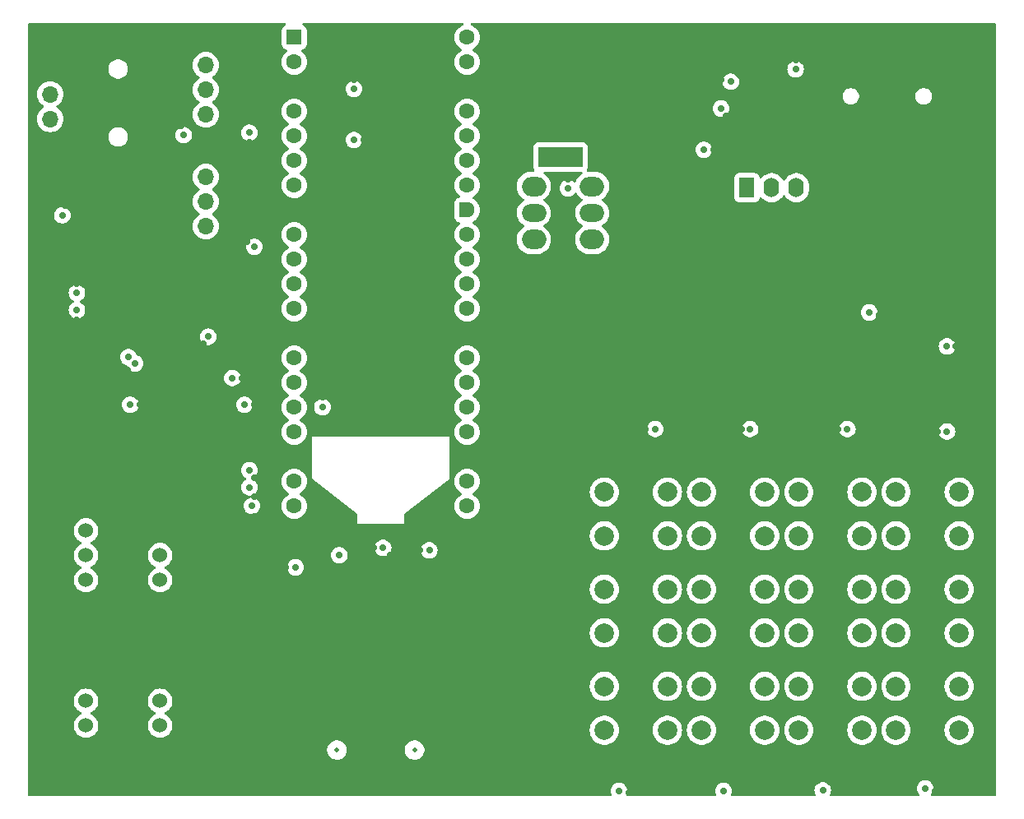
<source format=gbr>
%TF.GenerationSoftware,KiCad,Pcbnew,8.0.8*%
%TF.CreationDate,2025-04-26T14:11:05+03:00*%
%TF.ProjectId,rpi_pico_media_board,7270695f-7069-4636-9f5f-6d656469615f,rev?*%
%TF.SameCoordinates,Original*%
%TF.FileFunction,Copper,L3,Inr*%
%TF.FilePolarity,Positive*%
%FSLAX46Y46*%
G04 Gerber Fmt 4.6, Leading zero omitted, Abs format (unit mm)*
G04 Created by KiCad (PCBNEW 8.0.8) date 2025-04-26 14:11:05*
%MOMM*%
%LPD*%
G01*
G04 APERTURE LIST*
G04 Aperture macros list*
%AMRoundRect*
0 Rectangle with rounded corners*
0 $1 Rounding radius*
0 $2 $3 $4 $5 $6 $7 $8 $9 X,Y pos of 4 corners*
0 Add a 4 corners polygon primitive as box body*
4,1,4,$2,$3,$4,$5,$6,$7,$8,$9,$2,$3,0*
0 Add four circle primitives for the rounded corners*
1,1,$1+$1,$2,$3*
1,1,$1+$1,$4,$5*
1,1,$1+$1,$6,$7*
1,1,$1+$1,$8,$9*
0 Add four rect primitives between the rounded corners*
20,1,$1+$1,$2,$3,$4,$5,0*
20,1,$1+$1,$4,$5,$6,$7,0*
20,1,$1+$1,$6,$7,$8,$9,0*
20,1,$1+$1,$8,$9,$2,$3,0*%
%AMFreePoly0*
4,1,28,0.605014,0.794986,0.644504,0.794986,0.724698,0.756366,0.780194,0.686777,0.800000,0.600000,0.800000,-0.600000,0.780194,-0.686777,0.724698,-0.756366,0.644504,-0.794986,0.605014,-0.794986,0.600000,-0.800000,0.000000,-0.800000,-0.178017,-0.779942,-0.347107,-0.720775,-0.498792,-0.625465,-0.625465,-0.498792,-0.720775,-0.347107,-0.779942,-0.178017,-0.800000,0.000000,-0.779942,0.178017,
-0.720775,0.347107,-0.625465,0.498792,-0.498792,0.625465,-0.347107,0.720775,-0.178017,0.779942,0.000000,0.800000,0.600000,0.800000,0.605014,0.794986,0.605014,0.794986,$1*%
%AMFreePoly1*
4,1,28,0.178017,0.779942,0.347107,0.720775,0.498792,0.625465,0.625465,0.498792,0.720775,0.347107,0.779942,0.178017,0.800000,0.000000,0.779942,-0.178017,0.720775,-0.347107,0.625465,-0.498792,0.498792,-0.625465,0.347107,-0.720775,0.178017,-0.779942,0.000000,-0.800000,-0.600000,-0.800000,-0.605014,-0.794986,-0.644504,-0.794986,-0.724698,-0.756366,-0.780194,-0.686777,-0.800000,-0.600000,
-0.800000,0.600000,-0.780194,0.686777,-0.724698,0.756366,-0.644504,0.794986,-0.605014,0.794986,-0.600000,0.800000,0.000000,0.800000,0.178017,0.779942,0.178017,0.779942,$1*%
G04 Aperture macros list end*
%TA.AperFunction,ComponentPad*%
%ADD10O,2.500000X2.000000*%
%TD*%
%TA.AperFunction,ComponentPad*%
%ADD11O,2.500000X1.850000*%
%TD*%
%TA.AperFunction,ComponentPad*%
%ADD12R,4.600000X2.000000*%
%TD*%
%TA.AperFunction,ComponentPad*%
%ADD13O,4.200000X2.000000*%
%TD*%
%TA.AperFunction,ComponentPad*%
%ADD14O,2.000000X4.200000*%
%TD*%
%TA.AperFunction,ComponentPad*%
%ADD15C,2.000000*%
%TD*%
%TA.AperFunction,ComponentPad*%
%ADD16C,1.524000*%
%TD*%
%TA.AperFunction,ComponentPad*%
%ADD17R,1.700000X1.700000*%
%TD*%
%TA.AperFunction,ComponentPad*%
%ADD18O,1.700000X1.700000*%
%TD*%
%TA.AperFunction,ComponentPad*%
%ADD19R,1.600000X2.000000*%
%TD*%
%TA.AperFunction,ComponentPad*%
%ADD20O,1.600000X2.000000*%
%TD*%
%TA.AperFunction,ComponentPad*%
%ADD21RoundRect,0.200000X-0.600000X-0.600000X0.600000X-0.600000X0.600000X0.600000X-0.600000X0.600000X0*%
%TD*%
%TA.AperFunction,ComponentPad*%
%ADD22C,1.600000*%
%TD*%
%TA.AperFunction,ComponentPad*%
%ADD23FreePoly0,0.000000*%
%TD*%
%TA.AperFunction,ComponentPad*%
%ADD24FreePoly1,0.000000*%
%TD*%
%TA.AperFunction,ComponentPad*%
%ADD25C,0.500000*%
%TD*%
%TA.AperFunction,ViaPad*%
%ADD26C,0.700000*%
%TD*%
G04 APERTURE END LIST*
D10*
%TO.N,unconnected-(SW200-Pad1)*%
%TO.C,SW200*%
X108250000Y-72490000D03*
D11*
%TO.N,+RPI_VBUS*%
X108250000Y-69750000D03*
D10*
%TO.N,Net-(D200-A)*%
X108250000Y-67010000D03*
X102250000Y-67010000D03*
D11*
%TO.N,+RPI_VBUS*%
X102250000Y-69750000D03*
D10*
%TO.N,unconnected-(SW200-Pad6)*%
X102250000Y-72490000D03*
%TD*%
D12*
%TO.N,VDC*%
%TO.C,J100*%
X105000000Y-64000000D03*
D13*
%TO.N,GND*%
X105000000Y-57700000D03*
D14*
X100200000Y-61100000D03*
%TD*%
D15*
%TO.N,Net-(R500-Pad2)*%
%TO.C,U511*%
X139500000Y-118500000D03*
X146000000Y-118500000D03*
%TO.N,Net-(D511-A)*%
X139500000Y-123000000D03*
X146000000Y-123000000D03*
%TD*%
%TO.N,Net-(R500-Pad2)*%
%TO.C,U503*%
X139500000Y-98500000D03*
X146000000Y-98500000D03*
%TO.N,Net-(D503-A)*%
X139500000Y-103000000D03*
X146000000Y-103000000D03*
%TD*%
%TO.N,Net-(R502-Pad2)*%
%TO.C,U509*%
X119500000Y-118500000D03*
X126000000Y-118500000D03*
%TO.N,Net-(D509-A)*%
X119500000Y-123000000D03*
X126000000Y-123000000D03*
%TD*%
D16*
%TO.N,+3.3VA_INMP*%
%TO.C,U203*%
X63810000Y-120000000D03*
%TO.N,GND*%
X63810000Y-117460000D03*
%TO.N,I2S_INMP441_SCK*%
X56190000Y-122540000D03*
%TO.N,I2S_INMP441_DATA*%
X63810000Y-122540000D03*
%TO.N,I2S_INMP441_SCL*%
X56190000Y-120000000D03*
%TO.N,GND*%
X56190000Y-117460000D03*
%TD*%
D17*
%TO.N,GND*%
%TO.C,J301*%
X52500000Y-55000000D03*
D18*
%TO.N,/[3]PCM5102/OUT_L*%
X52500000Y-57540000D03*
%TO.N,/[3]PCM5102/OUT_R*%
X52500000Y-60080000D03*
%TD*%
D15*
%TO.N,Net-(R500-Pad2)*%
%TO.C,U507*%
X139500000Y-108500000D03*
X146000000Y-108500000D03*
%TO.N,Net-(D507-A)*%
X139500000Y-113000000D03*
X146000000Y-113000000D03*
%TD*%
D19*
%TO.N,GND*%
%TO.C,Brd600*%
X121630000Y-67150000D03*
%TO.N,+3.3V*%
X124170000Y-67150000D03*
D20*
%TO.N,I2C1_SCL*%
X126710000Y-67150000D03*
%TO.N,I2C1_SDA*%
X129250000Y-67150000D03*
%TD*%
D15*
%TO.N,Net-(R502-Pad2)*%
%TO.C,U501*%
X119500000Y-98500000D03*
X126000000Y-98500000D03*
%TO.N,Net-(D501-A)*%
X119500000Y-103000000D03*
X126000000Y-103000000D03*
%TD*%
D17*
%TO.N,GND*%
%TO.C,J200*%
X68525000Y-52000000D03*
D18*
%TO.N,UART0_TX*%
X68525000Y-54540000D03*
%TO.N,UART0_RX*%
X68525000Y-57080000D03*
%TO.N,+3.3V*%
X68525000Y-59620000D03*
%TD*%
D15*
%TO.N,Net-(R501-Pad2)*%
%TO.C,U502*%
X129500000Y-98500000D03*
X136000000Y-98500000D03*
%TO.N,Net-(D502-A)*%
X129500000Y-103000000D03*
X136000000Y-103000000D03*
%TD*%
%TO.N,Net-(R503-Pad2)*%
%TO.C,U504*%
X109500000Y-108500000D03*
X116000000Y-108500000D03*
%TO.N,Net-(D504-A)*%
X109500000Y-113000000D03*
X116000000Y-113000000D03*
%TD*%
D21*
%TO.N,UART0_TX*%
%TO.C,U200*%
X77610000Y-51670000D03*
D22*
%TO.N,UART0_RX*%
X77610000Y-54210000D03*
D23*
%TO.N,GND*%
X77610000Y-56750000D03*
D22*
%TO.N,I2C1_SDA*%
X77610000Y-59290000D03*
%TO.N,I2C1_SCL*%
X77610000Y-61830000D03*
%TO.N,I2S_PCM5102_DATA*%
X77610000Y-64370000D03*
%TO.N,I2S_PCM5102_SCK*%
X77610000Y-66910000D03*
D23*
%TO.N,GND*%
X77610000Y-69450000D03*
D22*
%TO.N,I2S_PCM5102_SCL*%
X77610000Y-71990000D03*
%TO.N,PCF8563_INT*%
X77610000Y-74530000D03*
%TO.N,SPI1_SD_CARD_MISO*%
X77610000Y-77070000D03*
%TO.N,SPI1_SD_CARD_CS*%
X77610000Y-79610000D03*
D23*
%TO.N,GND*%
X77610000Y-82150000D03*
D22*
%TO.N,SPI1_SD_CARD_SCK*%
X77610000Y-84690000D03*
%TO.N,SPI1_SD_CARD_MOSI*%
X77610000Y-87230000D03*
%TO.N,SPI1_SD_CARD_CARD_DETECT*%
X77610000Y-89770000D03*
%TO.N,I2S_INMP441_DATA*%
X77610000Y-92310000D03*
D23*
%TO.N,GND*%
X77610000Y-94850000D03*
D22*
%TO.N,I2S_INMP441_SCK*%
X77610000Y-97390000D03*
%TO.N,I2S_INMP441_SCL*%
X77610000Y-99930000D03*
%TO.N,MACRO_PAD_BTN_COL_0*%
X95390000Y-99930000D03*
%TO.N,MACRO_PAD_BTN_COL_1*%
X95390000Y-97390000D03*
D24*
%TO.N,GND*%
X95390000Y-94850000D03*
D22*
%TO.N,MACRO_PAD_BTN_COL_2*%
X95390000Y-92310000D03*
%TO.N,MACRO_PAD_BTN_COL_3*%
X95390000Y-89770000D03*
%TO.N,MACRO_PAD_BTN_ROW_2*%
X95390000Y-87230000D03*
%TO.N,MACRO_PAD_BTN_ROW_1*%
X95390000Y-84690000D03*
D24*
%TO.N,GND*%
X95390000Y-82150000D03*
D22*
%TO.N,MACRO_PAD_BTN_ROW_0*%
X95390000Y-79610000D03*
%TO.N,unconnected-(U200-RUN-Pad30)*%
X95390000Y-77070000D03*
%TO.N,USR_LED_0*%
X95390000Y-74530000D03*
%TO.N,USR_LED_1*%
X95390000Y-71990000D03*
D24*
%TO.N,unconnected-(U200-AGND-Pad33)*%
X95390000Y-69450000D03*
D22*
%TO.N,USR_LED_2*%
X95390000Y-66910000D03*
%TO.N,unconnected-(U200-ADC_VREF-Pad35)*%
X95390000Y-64370000D03*
%TO.N,unconnected-(U200-3V3-Pad36)*%
X95390000Y-61830000D03*
%TO.N,unconnected-(U200-3V3_EN-Pad37)*%
X95390000Y-59290000D03*
D24*
%TO.N,GND*%
X95390000Y-56750000D03*
D22*
%TO.N,unconnected-(U200-VSYS-Pad39)*%
X95390000Y-54210000D03*
%TO.N,+RPI_VBUS*%
X95390000Y-51670000D03*
%TD*%
D15*
%TO.N,Net-(R503-Pad2)*%
%TO.C,U508*%
X109500000Y-118500000D03*
X116000000Y-118500000D03*
%TO.N,Net-(D508-A)*%
X109500000Y-123000000D03*
X116000000Y-123000000D03*
%TD*%
D25*
%TO.N,N/C*%
%TO.C,J400*%
X81990000Y-125050000D03*
X89990000Y-125050000D03*
%TD*%
D15*
%TO.N,Net-(R501-Pad2)*%
%TO.C,U506*%
X129500000Y-108500000D03*
X136000000Y-108500000D03*
%TO.N,Net-(D506-A)*%
X129500000Y-113000000D03*
X136000000Y-113000000D03*
%TD*%
%TO.N,Net-(R503-Pad2)*%
%TO.C,U500*%
X109500000Y-98500000D03*
X116000000Y-98500000D03*
%TO.N,Net-(D500-A)*%
X109500000Y-103000000D03*
X116000000Y-103000000D03*
%TD*%
D16*
%TO.N,+3.3VA_INMP*%
%TO.C,U202*%
X63810000Y-105000000D03*
%TO.N,GND*%
X63810000Y-102460000D03*
%TO.N,I2S_INMP441_SCK*%
X56190000Y-107540000D03*
%TO.N,I2S_INMP441_DATA*%
X63810000Y-107540000D03*
%TO.N,I2S_INMP441_SCL*%
X56190000Y-105000000D03*
%TO.N,+3.3VA_INMP*%
X56190000Y-102460000D03*
%TD*%
D15*
%TO.N,Net-(R501-Pad2)*%
%TO.C,U510*%
X129500000Y-118500000D03*
X136000000Y-118500000D03*
%TO.N,Net-(D510-A)*%
X129500000Y-123000000D03*
X136000000Y-123000000D03*
%TD*%
%TO.N,Net-(R502-Pad2)*%
%TO.C,U505*%
X119500000Y-108500000D03*
X126000000Y-108500000D03*
%TO.N,Net-(D505-A)*%
X119500000Y-113000000D03*
X126000000Y-113000000D03*
%TD*%
D17*
%TO.N,GND*%
%TO.C,J201*%
X68525000Y-63500000D03*
D18*
%TO.N,I2C1_SDA*%
X68525000Y-66040000D03*
%TO.N,I2C1_SCL*%
X68525000Y-68580000D03*
%TO.N,+3.3V*%
X68525000Y-71120000D03*
%TD*%
D26*
%TO.N,I2S_INMP441_DATA*%
X73000000Y-96250000D03*
%TO.N,GND*%
X68250000Y-83250000D03*
X74000000Y-54250000D03*
X114750000Y-65000000D03*
X87500000Y-105000000D03*
X129250000Y-54000000D03*
X112750000Y-65000000D03*
X68250000Y-77000000D03*
X57250000Y-78250000D03*
X130000000Y-59500000D03*
X73500000Y-89500000D03*
X129000000Y-59500000D03*
X101500000Y-80250000D03*
X55625000Y-68625000D03*
X89000000Y-110500000D03*
X118500000Y-52250000D03*
X74000000Y-70750000D03*
X64750000Y-89750000D03*
X93500000Y-125000000D03*
X113750000Y-92000000D03*
X76750000Y-106250000D03*
X131500000Y-59500000D03*
X66000000Y-60750000D03*
X137750000Y-80250000D03*
X80250000Y-125000000D03*
X109750000Y-96500000D03*
X115750000Y-65000000D03*
X61750000Y-89500000D03*
X121500000Y-56000000D03*
X145600003Y-83500000D03*
X143500000Y-129250000D03*
X123250000Y-129250000D03*
X52250000Y-90500000D03*
X55250000Y-77000000D03*
X148000000Y-82000000D03*
X81250000Y-104500000D03*
X67000000Y-85500000D03*
X82250000Y-110500000D03*
X122000000Y-59750000D03*
X86780331Y-110469669D03*
X72750000Y-72750000D03*
X62500000Y-77000000D03*
X143750000Y-92250000D03*
X74000000Y-68250000D03*
X51500000Y-76000000D03*
X61000000Y-77000000D03*
X57500000Y-71000000D03*
X55250000Y-80750000D03*
X83750000Y-56000000D03*
X129750000Y-96500000D03*
X65500000Y-83750000D03*
X85792893Y-104250000D03*
X119750000Y-96500000D03*
X57250000Y-77000000D03*
X105750000Y-66250000D03*
X65500000Y-90250000D03*
X74000000Y-56750000D03*
X148000000Y-74750000D03*
X57250000Y-79750000D03*
X90500000Y-104500000D03*
X101500000Y-83750000D03*
X80500000Y-116500000D03*
X62500000Y-78500000D03*
X61000000Y-79750000D03*
X59750000Y-95500000D03*
X91250000Y-110500000D03*
X93250000Y-116500000D03*
X60500000Y-85900000D03*
X61500000Y-71000000D03*
X84750000Y-62250000D03*
X139750000Y-96500000D03*
X80500000Y-88750000D03*
X74000000Y-59250000D03*
X80000000Y-110500000D03*
X57750000Y-54000000D03*
X84500000Y-110500000D03*
X61250000Y-54000000D03*
X53000000Y-89750000D03*
X58500000Y-77000000D03*
X73000000Y-62500000D03*
X133250000Y-129250000D03*
X112000000Y-53500000D03*
X111750000Y-57000000D03*
X73875000Y-65625000D03*
X59750000Y-77000000D03*
X112000000Y-55250000D03*
X87500000Y-108750000D03*
X101500000Y-87250000D03*
X68250000Y-79500000D03*
X51250000Y-80000000D03*
X132500000Y-59500000D03*
X73500000Y-97000000D03*
X120750000Y-63250000D03*
X65500000Y-89000000D03*
X53750000Y-89000000D03*
X62500000Y-79750000D03*
X112000000Y-129450000D03*
X140250000Y-72500000D03*
X64750000Y-78250000D03*
X73500000Y-99000000D03*
X51250000Y-81750000D03*
X68250000Y-78250000D03*
X133500000Y-92000000D03*
X64000000Y-90500000D03*
X123649997Y-92000000D03*
X144750000Y-66750000D03*
X143750000Y-66750000D03*
X119500000Y-58750000D03*
X73500000Y-101000000D03*
X117750000Y-58500000D03*
X128000000Y-54750000D03*
X113750000Y-65000000D03*
X84000000Y-115750000D03*
X51250000Y-83500000D03*
X139500000Y-69750000D03*
X53750000Y-90250000D03*
X51750000Y-73500000D03*
X72250000Y-86750000D03*
X63000000Y-69000000D03*
X59750000Y-79750000D03*
X54000000Y-69000000D03*
X71500000Y-95500000D03*
X128000000Y-60250000D03*
X58500000Y-79750000D03*
%TO.N,PCF8563_INT*%
X83750000Y-57000000D03*
X83750000Y-62250000D03*
%TO.N,Net-(D200-A)*%
X105750000Y-67210000D03*
%TO.N,I2S_INMP441_SCK*%
X73000000Y-98000000D03*
%TO.N,I2S_INMP441_SCL*%
X73250000Y-99930000D03*
%TO.N,SPI1_SD_CARD_CARD_DETECT*%
X80500000Y-89750000D03*
%TO.N,I2S_PCM5102_SCL*%
X73500000Y-73250000D03*
%TO.N,+3.3V*%
X129174717Y-54964700D03*
X91500000Y-104500000D03*
X82250000Y-105000000D03*
X66250000Y-61750000D03*
X144750000Y-83500000D03*
X136750000Y-80000000D03*
X86750000Y-104250000D03*
X77750000Y-106250000D03*
X53750000Y-70000000D03*
X73000000Y-61500000D03*
%TO.N,+5V*%
X60750000Y-89500000D03*
X114750000Y-92000000D03*
X124500000Y-92000000D03*
X144750000Y-92250000D03*
X119750000Y-63250000D03*
X134500000Y-92000000D03*
X72500000Y-89500000D03*
%TO.N,+3.3VA_PCM*%
X71250000Y-86750000D03*
X68750000Y-82500000D03*
%TO.N,Net-(R500-Pad2)*%
X142500000Y-129000000D03*
%TO.N,Net-(R501-Pad2)*%
X131975000Y-129225000D03*
%TO.N,Net-(R502-Pad2)*%
X121750000Y-129250000D03*
%TO.N,Net-(R503-Pad2)*%
X111000000Y-129250000D03*
%TO.N,/[1]Power/EN_3V3*%
X122500000Y-56250000D03*
X121500000Y-59000000D03*
%TO.N,/[3]PCM5102/XSMT*%
X55250000Y-78000000D03*
X61250000Y-85250000D03*
%TO.N,/[3]PCM5102/FMT*%
X60550000Y-84600000D03*
X55250000Y-79750000D03*
%TD*%
%TA.AperFunction,Conductor*%
%TO.N,GND*%
G36*
X76716510Y-50220185D02*
G01*
X76762265Y-50272989D01*
X76772209Y-50342147D01*
X76743184Y-50405703D01*
X76713623Y-50430615D01*
X76634212Y-50478620D01*
X76574811Y-50514530D01*
X76454530Y-50634811D01*
X76366522Y-50780393D01*
X76315913Y-50942807D01*
X76309500Y-51013386D01*
X76309500Y-52326613D01*
X76315913Y-52397192D01*
X76366522Y-52559606D01*
X76454530Y-52705188D01*
X76574811Y-52825469D01*
X76574813Y-52825470D01*
X76574815Y-52825472D01*
X76720394Y-52913478D01*
X76807250Y-52940543D01*
X76865397Y-52979280D01*
X76893372Y-53043305D01*
X76882291Y-53112290D01*
X76841483Y-53160503D01*
X76770858Y-53209954D01*
X76609954Y-53370858D01*
X76479432Y-53557265D01*
X76479431Y-53557267D01*
X76383261Y-53763502D01*
X76383258Y-53763511D01*
X76324366Y-53983302D01*
X76324364Y-53983313D01*
X76304532Y-54209998D01*
X76304532Y-54210001D01*
X76324364Y-54436686D01*
X76324366Y-54436697D01*
X76383258Y-54656488D01*
X76383261Y-54656497D01*
X76479431Y-54862732D01*
X76479432Y-54862734D01*
X76609954Y-55049141D01*
X76770858Y-55210045D01*
X76770861Y-55210047D01*
X76957266Y-55340568D01*
X77163504Y-55436739D01*
X77383308Y-55495635D01*
X77540494Y-55509387D01*
X77609998Y-55515468D01*
X77610000Y-55515468D01*
X77610002Y-55515468D01*
X77679483Y-55509389D01*
X77836692Y-55495635D01*
X78056496Y-55436739D01*
X78262734Y-55340568D01*
X78449139Y-55210047D01*
X78610047Y-55049139D01*
X78740568Y-54862734D01*
X78836739Y-54656496D01*
X78895635Y-54436692D01*
X78914235Y-54224089D01*
X78915468Y-54210001D01*
X78915468Y-54209998D01*
X78909801Y-54145230D01*
X78895635Y-53983308D01*
X78836739Y-53763504D01*
X78740568Y-53557266D01*
X78610047Y-53370861D01*
X78610045Y-53370858D01*
X78449142Y-53209955D01*
X78412561Y-53184341D01*
X78378515Y-53160502D01*
X78334891Y-53105927D01*
X78327697Y-53036429D01*
X78359219Y-52974074D01*
X78412747Y-52940543D01*
X78499606Y-52913478D01*
X78645185Y-52825472D01*
X78765472Y-52705185D01*
X78853478Y-52559606D01*
X78904086Y-52397196D01*
X78910500Y-52326616D01*
X78910500Y-51013384D01*
X78904086Y-50942804D01*
X78853478Y-50780394D01*
X78765472Y-50634815D01*
X78765470Y-50634813D01*
X78765469Y-50634811D01*
X78645188Y-50514530D01*
X78645185Y-50514528D01*
X78506377Y-50430615D01*
X78459191Y-50379089D01*
X78447353Y-50310229D01*
X78474622Y-50245901D01*
X78532341Y-50206527D01*
X78570529Y-50200500D01*
X94907625Y-50200500D01*
X94974664Y-50220185D01*
X95020419Y-50272989D01*
X95030363Y-50342147D01*
X95001338Y-50405703D01*
X94948063Y-50439939D01*
X94948598Y-50441407D01*
X94943502Y-50443261D01*
X94737267Y-50539431D01*
X94737265Y-50539432D01*
X94550858Y-50669954D01*
X94389954Y-50830858D01*
X94259432Y-51017265D01*
X94259431Y-51017267D01*
X94163261Y-51223502D01*
X94163258Y-51223511D01*
X94104366Y-51443302D01*
X94104364Y-51443313D01*
X94084532Y-51669998D01*
X94084532Y-51670001D01*
X94104364Y-51896686D01*
X94104366Y-51896697D01*
X94163258Y-52116488D01*
X94163261Y-52116497D01*
X94259431Y-52322732D01*
X94259432Y-52322734D01*
X94389954Y-52509141D01*
X94550858Y-52670045D01*
X94550861Y-52670047D01*
X94737266Y-52800568D01*
X94795275Y-52827618D01*
X94847714Y-52873791D01*
X94866866Y-52940984D01*
X94846650Y-53007865D01*
X94795275Y-53052382D01*
X94737267Y-53079431D01*
X94737265Y-53079432D01*
X94550858Y-53209954D01*
X94389954Y-53370858D01*
X94259432Y-53557265D01*
X94259431Y-53557267D01*
X94163261Y-53763502D01*
X94163258Y-53763511D01*
X94104366Y-53983302D01*
X94104364Y-53983313D01*
X94084532Y-54209998D01*
X94084532Y-54210001D01*
X94104364Y-54436686D01*
X94104366Y-54436697D01*
X94163258Y-54656488D01*
X94163261Y-54656497D01*
X94259431Y-54862732D01*
X94259432Y-54862734D01*
X94389954Y-55049141D01*
X94550858Y-55210045D01*
X94550861Y-55210047D01*
X94737266Y-55340568D01*
X94943504Y-55436739D01*
X95163308Y-55495635D01*
X95320494Y-55509387D01*
X95389998Y-55515468D01*
X95390000Y-55515468D01*
X95390002Y-55515468D01*
X95459483Y-55509389D01*
X95616692Y-55495635D01*
X95836496Y-55436739D01*
X96042734Y-55340568D01*
X96229139Y-55210047D01*
X96390047Y-55049139D01*
X96449171Y-54964700D01*
X128319532Y-54964700D01*
X128338220Y-55142505D01*
X128338221Y-55142507D01*
X128393464Y-55312529D01*
X128393467Y-55312535D01*
X128482858Y-55467365D01*
X128508311Y-55495633D01*
X128602481Y-55600221D01*
X128602484Y-55600223D01*
X128602487Y-55600226D01*
X128747124Y-55705312D01*
X128910450Y-55778029D01*
X129085326Y-55815200D01*
X129085327Y-55815200D01*
X129264106Y-55815200D01*
X129264108Y-55815200D01*
X129438984Y-55778029D01*
X129602310Y-55705312D01*
X129746947Y-55600226D01*
X129866576Y-55467365D01*
X129955967Y-55312535D01*
X130011214Y-55142503D01*
X130029902Y-54964700D01*
X130011214Y-54786897D01*
X129968844Y-54656496D01*
X129955969Y-54616870D01*
X129955966Y-54616864D01*
X129868918Y-54466092D01*
X129866576Y-54462035D01*
X129819720Y-54409996D01*
X129746952Y-54329178D01*
X129746949Y-54329176D01*
X129746948Y-54329175D01*
X129746947Y-54329174D01*
X129602310Y-54224088D01*
X129438984Y-54151371D01*
X129438982Y-54151370D01*
X129311311Y-54124233D01*
X129264108Y-54114200D01*
X129085326Y-54114200D01*
X129054671Y-54120715D01*
X128910450Y-54151370D01*
X128910445Y-54151372D01*
X128747125Y-54224087D01*
X128602485Y-54329175D01*
X128482857Y-54462036D01*
X128393467Y-54616864D01*
X128393464Y-54616870D01*
X128338221Y-54786892D01*
X128338220Y-54786894D01*
X128319532Y-54964700D01*
X96449171Y-54964700D01*
X96520568Y-54862734D01*
X96616739Y-54656496D01*
X96675635Y-54436692D01*
X96694235Y-54224089D01*
X96695468Y-54210001D01*
X96695468Y-54209998D01*
X96689801Y-54145230D01*
X96675635Y-53983308D01*
X96616739Y-53763504D01*
X96520568Y-53557266D01*
X96390047Y-53370861D01*
X96390045Y-53370858D01*
X96229141Y-53209954D01*
X96042734Y-53079432D01*
X96042728Y-53079429D01*
X95984725Y-53052382D01*
X95932285Y-53006210D01*
X95913133Y-52939017D01*
X95933348Y-52872135D01*
X95984725Y-52827618D01*
X96042734Y-52800568D01*
X96229139Y-52670047D01*
X96390047Y-52509139D01*
X96520568Y-52322734D01*
X96616739Y-52116496D01*
X96675635Y-51896692D01*
X96695468Y-51670000D01*
X96675635Y-51443308D01*
X96616739Y-51223504D01*
X96520568Y-51017266D01*
X96390047Y-50830861D01*
X96390045Y-50830858D01*
X96229141Y-50669954D01*
X96042734Y-50539432D01*
X96042732Y-50539431D01*
X95836497Y-50443261D01*
X95831402Y-50441407D01*
X95832159Y-50439325D01*
X95780617Y-50407905D01*
X95750091Y-50345056D01*
X95758389Y-50275681D01*
X95802877Y-50221806D01*
X95869431Y-50200535D01*
X95872375Y-50200500D01*
X149675500Y-50200500D01*
X149742539Y-50220185D01*
X149788294Y-50272989D01*
X149799500Y-50324500D01*
X149799500Y-129675500D01*
X149779815Y-129742539D01*
X149727011Y-129788294D01*
X149675500Y-129799500D01*
X143203096Y-129799500D01*
X143136057Y-129779815D01*
X143090302Y-129727011D01*
X143080358Y-129657853D01*
X143109383Y-129594297D01*
X143110946Y-129592528D01*
X143128683Y-129572829D01*
X143191859Y-129502665D01*
X143281250Y-129347835D01*
X143336497Y-129177803D01*
X143355185Y-129000000D01*
X143336497Y-128822197D01*
X143281250Y-128652165D01*
X143191859Y-128497335D01*
X143137236Y-128436670D01*
X143072235Y-128364478D01*
X143072232Y-128364476D01*
X143072231Y-128364475D01*
X143072230Y-128364474D01*
X142927593Y-128259388D01*
X142764267Y-128186671D01*
X142764265Y-128186670D01*
X142636594Y-128159533D01*
X142589391Y-128149500D01*
X142410609Y-128149500D01*
X142379954Y-128156015D01*
X142235733Y-128186670D01*
X142235728Y-128186672D01*
X142072408Y-128259387D01*
X141927768Y-128364475D01*
X141808140Y-128497336D01*
X141718750Y-128652164D01*
X141718747Y-128652170D01*
X141663504Y-128822192D01*
X141663503Y-128822194D01*
X141644815Y-129000000D01*
X141663503Y-129177805D01*
X141663504Y-129177807D01*
X141718747Y-129347829D01*
X141718750Y-129347835D01*
X141808141Y-129502665D01*
X141867458Y-129568543D01*
X141889054Y-129592528D01*
X141919284Y-129655519D01*
X141910659Y-129724855D01*
X141865917Y-129778520D01*
X141799265Y-129799478D01*
X141796904Y-129799500D01*
X132840159Y-129799500D01*
X132773120Y-129779815D01*
X132727365Y-129727011D01*
X132717421Y-129657853D01*
X132732772Y-129613500D01*
X132741816Y-129597835D01*
X132756250Y-129572835D01*
X132811497Y-129402803D01*
X132830185Y-129225000D01*
X132811497Y-129047197D01*
X132756250Y-128877165D01*
X132666859Y-128722335D01*
X132603682Y-128652170D01*
X132547235Y-128589478D01*
X132547232Y-128589476D01*
X132547231Y-128589475D01*
X132547230Y-128589474D01*
X132402593Y-128484388D01*
X132239267Y-128411671D01*
X132239265Y-128411670D01*
X132111594Y-128384533D01*
X132064391Y-128374500D01*
X131885609Y-128374500D01*
X131854954Y-128381015D01*
X131710733Y-128411670D01*
X131710728Y-128411672D01*
X131547408Y-128484387D01*
X131402768Y-128589475D01*
X131283140Y-128722336D01*
X131193750Y-128877164D01*
X131193747Y-128877170D01*
X131138504Y-129047192D01*
X131138503Y-129047194D01*
X131119815Y-129225000D01*
X131138503Y-129402805D01*
X131138504Y-129402807D01*
X131193747Y-129572829D01*
X131193750Y-129572835D01*
X131217228Y-129613500D01*
X131233701Y-129681401D01*
X131210848Y-129747428D01*
X131155927Y-129790618D01*
X131109841Y-129799500D01*
X122629593Y-129799500D01*
X122562554Y-129779815D01*
X122516799Y-129727011D01*
X122506855Y-129657853D01*
X122522205Y-129613502D01*
X122524756Y-129609081D01*
X122531250Y-129597835D01*
X122586497Y-129427803D01*
X122605185Y-129250000D01*
X122586497Y-129072197D01*
X122531250Y-128902165D01*
X122441859Y-128747335D01*
X122356172Y-128652170D01*
X122322235Y-128614478D01*
X122322232Y-128614476D01*
X122322231Y-128614475D01*
X122322230Y-128614474D01*
X122177593Y-128509388D01*
X122014267Y-128436671D01*
X122014265Y-128436670D01*
X121886594Y-128409533D01*
X121839391Y-128399500D01*
X121660609Y-128399500D01*
X121629954Y-128406015D01*
X121485733Y-128436670D01*
X121485728Y-128436672D01*
X121322408Y-128509387D01*
X121177768Y-128614475D01*
X121058140Y-128747336D01*
X120968750Y-128902164D01*
X120968747Y-128902170D01*
X120913504Y-129072192D01*
X120913503Y-129072194D01*
X120894815Y-129250000D01*
X120913503Y-129427805D01*
X120913504Y-129427807D01*
X120968747Y-129597829D01*
X120968751Y-129597837D01*
X120977795Y-129613502D01*
X120994266Y-129681402D01*
X120971413Y-129747429D01*
X120916491Y-129790618D01*
X120870407Y-129799500D01*
X111879593Y-129799500D01*
X111812554Y-129779815D01*
X111766799Y-129727011D01*
X111756855Y-129657853D01*
X111772205Y-129613502D01*
X111774756Y-129609081D01*
X111781250Y-129597835D01*
X111836497Y-129427803D01*
X111855185Y-129250000D01*
X111836497Y-129072197D01*
X111781250Y-128902165D01*
X111691859Y-128747335D01*
X111606172Y-128652170D01*
X111572235Y-128614478D01*
X111572232Y-128614476D01*
X111572231Y-128614475D01*
X111572230Y-128614474D01*
X111427593Y-128509388D01*
X111264267Y-128436671D01*
X111264265Y-128436670D01*
X111136594Y-128409533D01*
X111089391Y-128399500D01*
X110910609Y-128399500D01*
X110879954Y-128406015D01*
X110735733Y-128436670D01*
X110735728Y-128436672D01*
X110572408Y-128509387D01*
X110427768Y-128614475D01*
X110308140Y-128747336D01*
X110218750Y-128902164D01*
X110218747Y-128902170D01*
X110163504Y-129072192D01*
X110163503Y-129072194D01*
X110144815Y-129250000D01*
X110163503Y-129427805D01*
X110163504Y-129427807D01*
X110218747Y-129597829D01*
X110218751Y-129597837D01*
X110227795Y-129613502D01*
X110244266Y-129681402D01*
X110221413Y-129747429D01*
X110166491Y-129790618D01*
X110120407Y-129799500D01*
X50324500Y-129799500D01*
X50257461Y-129779815D01*
X50211706Y-129727011D01*
X50200500Y-129675500D01*
X50200500Y-125148543D01*
X80989499Y-125148543D01*
X81027947Y-125341829D01*
X81027950Y-125341839D01*
X81103364Y-125523907D01*
X81103371Y-125523920D01*
X81212860Y-125687781D01*
X81212863Y-125687785D01*
X81352214Y-125827136D01*
X81352218Y-125827139D01*
X81516079Y-125936628D01*
X81516092Y-125936635D01*
X81698160Y-126012049D01*
X81698165Y-126012051D01*
X81698169Y-126012051D01*
X81698170Y-126012052D01*
X81891456Y-126050500D01*
X81891459Y-126050500D01*
X82088543Y-126050500D01*
X82218582Y-126024632D01*
X82281835Y-126012051D01*
X82463914Y-125936632D01*
X82627782Y-125827139D01*
X82767139Y-125687782D01*
X82876632Y-125523914D01*
X82952051Y-125341835D01*
X82990500Y-125148543D01*
X88989499Y-125148543D01*
X89027947Y-125341829D01*
X89027950Y-125341839D01*
X89103364Y-125523907D01*
X89103371Y-125523920D01*
X89212860Y-125687781D01*
X89212863Y-125687785D01*
X89352214Y-125827136D01*
X89352218Y-125827139D01*
X89516079Y-125936628D01*
X89516092Y-125936635D01*
X89698160Y-126012049D01*
X89698165Y-126012051D01*
X89698169Y-126012051D01*
X89698170Y-126012052D01*
X89891456Y-126050500D01*
X89891459Y-126050500D01*
X90088543Y-126050500D01*
X90218582Y-126024632D01*
X90281835Y-126012051D01*
X90463914Y-125936632D01*
X90627782Y-125827139D01*
X90767139Y-125687782D01*
X90876632Y-125523914D01*
X90952051Y-125341835D01*
X90990500Y-125148541D01*
X90990500Y-124951459D01*
X90990500Y-124951456D01*
X90952052Y-124758170D01*
X90952051Y-124758169D01*
X90952051Y-124758165D01*
X90952049Y-124758160D01*
X90876635Y-124576092D01*
X90876628Y-124576079D01*
X90767139Y-124412218D01*
X90767136Y-124412214D01*
X90627785Y-124272863D01*
X90627781Y-124272860D01*
X90463920Y-124163371D01*
X90463907Y-124163364D01*
X90281839Y-124087950D01*
X90281829Y-124087947D01*
X90088543Y-124049500D01*
X90088541Y-124049500D01*
X89891459Y-124049500D01*
X89891457Y-124049500D01*
X89698170Y-124087947D01*
X89698160Y-124087950D01*
X89516092Y-124163364D01*
X89516079Y-124163371D01*
X89352218Y-124272860D01*
X89352214Y-124272863D01*
X89212863Y-124412214D01*
X89212860Y-124412218D01*
X89103371Y-124576079D01*
X89103364Y-124576092D01*
X89027950Y-124758160D01*
X89027947Y-124758170D01*
X88989500Y-124951456D01*
X88989500Y-124951459D01*
X88989500Y-125148541D01*
X88989500Y-125148543D01*
X88989499Y-125148543D01*
X82990500Y-125148543D01*
X82990500Y-125148541D01*
X82990500Y-124951459D01*
X82990500Y-124951456D01*
X82952052Y-124758170D01*
X82952051Y-124758169D01*
X82952051Y-124758165D01*
X82952049Y-124758160D01*
X82876635Y-124576092D01*
X82876628Y-124576079D01*
X82767139Y-124412218D01*
X82767136Y-124412214D01*
X82627785Y-124272863D01*
X82627781Y-124272860D01*
X82463920Y-124163371D01*
X82463907Y-124163364D01*
X82281839Y-124087950D01*
X82281829Y-124087947D01*
X82088543Y-124049500D01*
X82088541Y-124049500D01*
X81891459Y-124049500D01*
X81891457Y-124049500D01*
X81698170Y-124087947D01*
X81698160Y-124087950D01*
X81516092Y-124163364D01*
X81516079Y-124163371D01*
X81352218Y-124272860D01*
X81352214Y-124272863D01*
X81212863Y-124412214D01*
X81212860Y-124412218D01*
X81103371Y-124576079D01*
X81103364Y-124576092D01*
X81027950Y-124758160D01*
X81027947Y-124758170D01*
X80989500Y-124951456D01*
X80989500Y-124951459D01*
X80989500Y-125148541D01*
X80989500Y-125148543D01*
X80989499Y-125148543D01*
X50200500Y-125148543D01*
X50200500Y-119999997D01*
X54922677Y-119999997D01*
X54922677Y-120000002D01*
X54941929Y-120220062D01*
X54941930Y-120220070D01*
X54999104Y-120433445D01*
X54999105Y-120433447D01*
X54999106Y-120433450D01*
X55092466Y-120633662D01*
X55092468Y-120633666D01*
X55219170Y-120814615D01*
X55219175Y-120814621D01*
X55375378Y-120970824D01*
X55375384Y-120970829D01*
X55556333Y-121097531D01*
X55556335Y-121097532D01*
X55556338Y-121097534D01*
X55675748Y-121153215D01*
X55685189Y-121157618D01*
X55737628Y-121203790D01*
X55756780Y-121270984D01*
X55736564Y-121337865D01*
X55685189Y-121382382D01*
X55556340Y-121442465D01*
X55556338Y-121442466D01*
X55375377Y-121569175D01*
X55219175Y-121725377D01*
X55092466Y-121906338D01*
X55092465Y-121906340D01*
X54999107Y-122106548D01*
X54999104Y-122106554D01*
X54941930Y-122319929D01*
X54941929Y-122319937D01*
X54922677Y-122539997D01*
X54922677Y-122540002D01*
X54941929Y-122760062D01*
X54941930Y-122760070D01*
X54999104Y-122973445D01*
X54999105Y-122973447D01*
X54999106Y-122973450D01*
X55011489Y-123000005D01*
X55092466Y-123173662D01*
X55092468Y-123173666D01*
X55219170Y-123354615D01*
X55219175Y-123354621D01*
X55375378Y-123510824D01*
X55375384Y-123510829D01*
X55556333Y-123637531D01*
X55556335Y-123637532D01*
X55556338Y-123637534D01*
X55756550Y-123730894D01*
X55969932Y-123788070D01*
X56127123Y-123801822D01*
X56189998Y-123807323D01*
X56190000Y-123807323D01*
X56190002Y-123807323D01*
X56245017Y-123802509D01*
X56410068Y-123788070D01*
X56623450Y-123730894D01*
X56823662Y-123637534D01*
X57004620Y-123510826D01*
X57160826Y-123354620D01*
X57287534Y-123173662D01*
X57380894Y-122973450D01*
X57438070Y-122760068D01*
X57457323Y-122540000D01*
X57438070Y-122319932D01*
X57380894Y-122106550D01*
X57287534Y-121906339D01*
X57160826Y-121725380D01*
X57004620Y-121569174D01*
X57004616Y-121569171D01*
X57004615Y-121569170D01*
X56823666Y-121442468D01*
X56823658Y-121442464D01*
X56694811Y-121382382D01*
X56642371Y-121336210D01*
X56623219Y-121269017D01*
X56643435Y-121202135D01*
X56694811Y-121157618D01*
X56700802Y-121154824D01*
X56823662Y-121097534D01*
X57004620Y-120970826D01*
X57160826Y-120814620D01*
X57287534Y-120633662D01*
X57380894Y-120433450D01*
X57438070Y-120220068D01*
X57457323Y-120000000D01*
X57457323Y-119999997D01*
X62542677Y-119999997D01*
X62542677Y-120000002D01*
X62561929Y-120220062D01*
X62561930Y-120220070D01*
X62619104Y-120433445D01*
X62619105Y-120433447D01*
X62619106Y-120433450D01*
X62712466Y-120633662D01*
X62712468Y-120633666D01*
X62839170Y-120814615D01*
X62839175Y-120814621D01*
X62995378Y-120970824D01*
X62995384Y-120970829D01*
X63176333Y-121097531D01*
X63176335Y-121097532D01*
X63176338Y-121097534D01*
X63295748Y-121153215D01*
X63305189Y-121157618D01*
X63357628Y-121203790D01*
X63376780Y-121270984D01*
X63356564Y-121337865D01*
X63305189Y-121382382D01*
X63176340Y-121442465D01*
X63176338Y-121442466D01*
X62995377Y-121569175D01*
X62839175Y-121725377D01*
X62712466Y-121906338D01*
X62712465Y-121906340D01*
X62619107Y-122106548D01*
X62619104Y-122106554D01*
X62561930Y-122319929D01*
X62561929Y-122319937D01*
X62542677Y-122539997D01*
X62542677Y-122540002D01*
X62561929Y-122760062D01*
X62561930Y-122760070D01*
X62619104Y-122973445D01*
X62619105Y-122973447D01*
X62619106Y-122973450D01*
X62631489Y-123000005D01*
X62712466Y-123173662D01*
X62712468Y-123173666D01*
X62839170Y-123354615D01*
X62839175Y-123354621D01*
X62995378Y-123510824D01*
X62995384Y-123510829D01*
X63176333Y-123637531D01*
X63176335Y-123637532D01*
X63176338Y-123637534D01*
X63376550Y-123730894D01*
X63589932Y-123788070D01*
X63747123Y-123801822D01*
X63809998Y-123807323D01*
X63810000Y-123807323D01*
X63810002Y-123807323D01*
X63865017Y-123802509D01*
X64030068Y-123788070D01*
X64243450Y-123730894D01*
X64443662Y-123637534D01*
X64624620Y-123510826D01*
X64780826Y-123354620D01*
X64907534Y-123173662D01*
X64988516Y-122999994D01*
X107994357Y-122999994D01*
X107994357Y-123000005D01*
X108014890Y-123247812D01*
X108014892Y-123247824D01*
X108075936Y-123488881D01*
X108175826Y-123716606D01*
X108311833Y-123924782D01*
X108311836Y-123924785D01*
X108480256Y-124107738D01*
X108676491Y-124260474D01*
X108895190Y-124378828D01*
X109130386Y-124459571D01*
X109375665Y-124500500D01*
X109624335Y-124500500D01*
X109869614Y-124459571D01*
X110104810Y-124378828D01*
X110323509Y-124260474D01*
X110519744Y-124107738D01*
X110688164Y-123924785D01*
X110824173Y-123716607D01*
X110924063Y-123488881D01*
X110985108Y-123247821D01*
X111005643Y-123000000D01*
X111005643Y-122999994D01*
X114494357Y-122999994D01*
X114494357Y-123000005D01*
X114514890Y-123247812D01*
X114514892Y-123247824D01*
X114575936Y-123488881D01*
X114675826Y-123716606D01*
X114811833Y-123924782D01*
X114811836Y-123924785D01*
X114980256Y-124107738D01*
X115176491Y-124260474D01*
X115395190Y-124378828D01*
X115630386Y-124459571D01*
X115875665Y-124500500D01*
X116124335Y-124500500D01*
X116369614Y-124459571D01*
X116604810Y-124378828D01*
X116823509Y-124260474D01*
X117019744Y-124107738D01*
X117188164Y-123924785D01*
X117324173Y-123716607D01*
X117424063Y-123488881D01*
X117485108Y-123247821D01*
X117505643Y-123000000D01*
X117505643Y-122999994D01*
X117994357Y-122999994D01*
X117994357Y-123000005D01*
X118014890Y-123247812D01*
X118014892Y-123247824D01*
X118075936Y-123488881D01*
X118175826Y-123716606D01*
X118311833Y-123924782D01*
X118311836Y-123924785D01*
X118480256Y-124107738D01*
X118676491Y-124260474D01*
X118895190Y-124378828D01*
X119130386Y-124459571D01*
X119375665Y-124500500D01*
X119624335Y-124500500D01*
X119869614Y-124459571D01*
X120104810Y-124378828D01*
X120323509Y-124260474D01*
X120519744Y-124107738D01*
X120688164Y-123924785D01*
X120824173Y-123716607D01*
X120924063Y-123488881D01*
X120985108Y-123247821D01*
X121005643Y-123000000D01*
X121005643Y-122999994D01*
X124494357Y-122999994D01*
X124494357Y-123000005D01*
X124514890Y-123247812D01*
X124514892Y-123247824D01*
X124575936Y-123488881D01*
X124675826Y-123716606D01*
X124811833Y-123924782D01*
X124811836Y-123924785D01*
X124980256Y-124107738D01*
X125176491Y-124260474D01*
X125395190Y-124378828D01*
X125630386Y-124459571D01*
X125875665Y-124500500D01*
X126124335Y-124500500D01*
X126369614Y-124459571D01*
X126604810Y-124378828D01*
X126823509Y-124260474D01*
X127019744Y-124107738D01*
X127188164Y-123924785D01*
X127324173Y-123716607D01*
X127424063Y-123488881D01*
X127485108Y-123247821D01*
X127505643Y-123000000D01*
X127505643Y-122999994D01*
X127994357Y-122999994D01*
X127994357Y-123000005D01*
X128014890Y-123247812D01*
X128014892Y-123247824D01*
X128075936Y-123488881D01*
X128175826Y-123716606D01*
X128311833Y-123924782D01*
X128311836Y-123924785D01*
X128480256Y-124107738D01*
X128676491Y-124260474D01*
X128895190Y-124378828D01*
X129130386Y-124459571D01*
X129375665Y-124500500D01*
X129624335Y-124500500D01*
X129869614Y-124459571D01*
X130104810Y-124378828D01*
X130323509Y-124260474D01*
X130519744Y-124107738D01*
X130688164Y-123924785D01*
X130824173Y-123716607D01*
X130924063Y-123488881D01*
X130985108Y-123247821D01*
X131005643Y-123000000D01*
X131005643Y-122999994D01*
X134494357Y-122999994D01*
X134494357Y-123000005D01*
X134514890Y-123247812D01*
X134514892Y-123247824D01*
X134575936Y-123488881D01*
X134675826Y-123716606D01*
X134811833Y-123924782D01*
X134811836Y-123924785D01*
X134980256Y-124107738D01*
X135176491Y-124260474D01*
X135395190Y-124378828D01*
X135630386Y-124459571D01*
X135875665Y-124500500D01*
X136124335Y-124500500D01*
X136369614Y-124459571D01*
X136604810Y-124378828D01*
X136823509Y-124260474D01*
X137019744Y-124107738D01*
X137188164Y-123924785D01*
X137324173Y-123716607D01*
X137424063Y-123488881D01*
X137485108Y-123247821D01*
X137505643Y-123000000D01*
X137505643Y-122999994D01*
X137994357Y-122999994D01*
X137994357Y-123000005D01*
X138014890Y-123247812D01*
X138014892Y-123247824D01*
X138075936Y-123488881D01*
X138175826Y-123716606D01*
X138311833Y-123924782D01*
X138311836Y-123924785D01*
X138480256Y-124107738D01*
X138676491Y-124260474D01*
X138895190Y-124378828D01*
X139130386Y-124459571D01*
X139375665Y-124500500D01*
X139624335Y-124500500D01*
X139869614Y-124459571D01*
X140104810Y-124378828D01*
X140323509Y-124260474D01*
X140519744Y-124107738D01*
X140688164Y-123924785D01*
X140824173Y-123716607D01*
X140924063Y-123488881D01*
X140985108Y-123247821D01*
X141005643Y-123000000D01*
X141005643Y-122999994D01*
X144494357Y-122999994D01*
X144494357Y-123000005D01*
X144514890Y-123247812D01*
X144514892Y-123247824D01*
X144575936Y-123488881D01*
X144675826Y-123716606D01*
X144811833Y-123924782D01*
X144811836Y-123924785D01*
X144980256Y-124107738D01*
X145176491Y-124260474D01*
X145395190Y-124378828D01*
X145630386Y-124459571D01*
X145875665Y-124500500D01*
X146124335Y-124500500D01*
X146369614Y-124459571D01*
X146604810Y-124378828D01*
X146823509Y-124260474D01*
X147019744Y-124107738D01*
X147188164Y-123924785D01*
X147324173Y-123716607D01*
X147424063Y-123488881D01*
X147485108Y-123247821D01*
X147505643Y-123000000D01*
X147503443Y-122973451D01*
X147485109Y-122752187D01*
X147485107Y-122752175D01*
X147424063Y-122511118D01*
X147324173Y-122283393D01*
X147188166Y-122075217D01*
X147166557Y-122051744D01*
X147019744Y-121892262D01*
X146823509Y-121739526D01*
X146823507Y-121739525D01*
X146823506Y-121739524D01*
X146604811Y-121621172D01*
X146604802Y-121621169D01*
X146369616Y-121540429D01*
X146124335Y-121499500D01*
X145875665Y-121499500D01*
X145630383Y-121540429D01*
X145395197Y-121621169D01*
X145395188Y-121621172D01*
X145176493Y-121739524D01*
X144980257Y-121892261D01*
X144811833Y-122075217D01*
X144675826Y-122283393D01*
X144575936Y-122511118D01*
X144514892Y-122752175D01*
X144514890Y-122752187D01*
X144494357Y-122999994D01*
X141005643Y-122999994D01*
X141003443Y-122973451D01*
X140985109Y-122752187D01*
X140985107Y-122752175D01*
X140924063Y-122511118D01*
X140824173Y-122283393D01*
X140688166Y-122075217D01*
X140666557Y-122051744D01*
X140519744Y-121892262D01*
X140323509Y-121739526D01*
X140323507Y-121739525D01*
X140323506Y-121739524D01*
X140104811Y-121621172D01*
X140104802Y-121621169D01*
X139869616Y-121540429D01*
X139624335Y-121499500D01*
X139375665Y-121499500D01*
X139130383Y-121540429D01*
X138895197Y-121621169D01*
X138895188Y-121621172D01*
X138676493Y-121739524D01*
X138480257Y-121892261D01*
X138311833Y-122075217D01*
X138175826Y-122283393D01*
X138075936Y-122511118D01*
X138014892Y-122752175D01*
X138014890Y-122752187D01*
X137994357Y-122999994D01*
X137505643Y-122999994D01*
X137503443Y-122973451D01*
X137485109Y-122752187D01*
X137485107Y-122752175D01*
X137424063Y-122511118D01*
X137324173Y-122283393D01*
X137188166Y-122075217D01*
X137166557Y-122051744D01*
X137019744Y-121892262D01*
X136823509Y-121739526D01*
X136823507Y-121739525D01*
X136823506Y-121739524D01*
X136604811Y-121621172D01*
X136604802Y-121621169D01*
X136369616Y-121540429D01*
X136124335Y-121499500D01*
X135875665Y-121499500D01*
X135630383Y-121540429D01*
X135395197Y-121621169D01*
X135395188Y-121621172D01*
X135176493Y-121739524D01*
X134980257Y-121892261D01*
X134811833Y-122075217D01*
X134675826Y-122283393D01*
X134575936Y-122511118D01*
X134514892Y-122752175D01*
X134514890Y-122752187D01*
X134494357Y-122999994D01*
X131005643Y-122999994D01*
X131003443Y-122973451D01*
X130985109Y-122752187D01*
X130985107Y-122752175D01*
X130924063Y-122511118D01*
X130824173Y-122283393D01*
X130688166Y-122075217D01*
X130666557Y-122051744D01*
X130519744Y-121892262D01*
X130323509Y-121739526D01*
X130323507Y-121739525D01*
X130323506Y-121739524D01*
X130104811Y-121621172D01*
X130104802Y-121621169D01*
X129869616Y-121540429D01*
X129624335Y-121499500D01*
X129375665Y-121499500D01*
X129130383Y-121540429D01*
X128895197Y-121621169D01*
X128895188Y-121621172D01*
X128676493Y-121739524D01*
X128480257Y-121892261D01*
X128311833Y-122075217D01*
X128175826Y-122283393D01*
X128075936Y-122511118D01*
X128014892Y-122752175D01*
X128014890Y-122752187D01*
X127994357Y-122999994D01*
X127505643Y-122999994D01*
X127503443Y-122973451D01*
X127485109Y-122752187D01*
X127485107Y-122752175D01*
X127424063Y-122511118D01*
X127324173Y-122283393D01*
X127188166Y-122075217D01*
X127166557Y-122051744D01*
X127019744Y-121892262D01*
X126823509Y-121739526D01*
X126823507Y-121739525D01*
X126823506Y-121739524D01*
X126604811Y-121621172D01*
X126604802Y-121621169D01*
X126369616Y-121540429D01*
X126124335Y-121499500D01*
X125875665Y-121499500D01*
X125630383Y-121540429D01*
X125395197Y-121621169D01*
X125395188Y-121621172D01*
X125176493Y-121739524D01*
X124980257Y-121892261D01*
X124811833Y-122075217D01*
X124675826Y-122283393D01*
X124575936Y-122511118D01*
X124514892Y-122752175D01*
X124514890Y-122752187D01*
X124494357Y-122999994D01*
X121005643Y-122999994D01*
X121003443Y-122973451D01*
X120985109Y-122752187D01*
X120985107Y-122752175D01*
X120924063Y-122511118D01*
X120824173Y-122283393D01*
X120688166Y-122075217D01*
X120666557Y-122051744D01*
X120519744Y-121892262D01*
X120323509Y-121739526D01*
X120323507Y-121739525D01*
X120323506Y-121739524D01*
X120104811Y-121621172D01*
X120104802Y-121621169D01*
X119869616Y-121540429D01*
X119624335Y-121499500D01*
X119375665Y-121499500D01*
X119130383Y-121540429D01*
X118895197Y-121621169D01*
X118895188Y-121621172D01*
X118676493Y-121739524D01*
X118480257Y-121892261D01*
X118311833Y-122075217D01*
X118175826Y-122283393D01*
X118075936Y-122511118D01*
X118014892Y-122752175D01*
X118014890Y-122752187D01*
X117994357Y-122999994D01*
X117505643Y-122999994D01*
X117503443Y-122973451D01*
X117485109Y-122752187D01*
X117485107Y-122752175D01*
X117424063Y-122511118D01*
X117324173Y-122283393D01*
X117188166Y-122075217D01*
X117166557Y-122051744D01*
X117019744Y-121892262D01*
X116823509Y-121739526D01*
X116823507Y-121739525D01*
X116823506Y-121739524D01*
X116604811Y-121621172D01*
X116604802Y-121621169D01*
X116369616Y-121540429D01*
X116124335Y-121499500D01*
X115875665Y-121499500D01*
X115630383Y-121540429D01*
X115395197Y-121621169D01*
X115395188Y-121621172D01*
X115176493Y-121739524D01*
X114980257Y-121892261D01*
X114811833Y-122075217D01*
X114675826Y-122283393D01*
X114575936Y-122511118D01*
X114514892Y-122752175D01*
X114514890Y-122752187D01*
X114494357Y-122999994D01*
X111005643Y-122999994D01*
X111003443Y-122973451D01*
X110985109Y-122752187D01*
X110985107Y-122752175D01*
X110924063Y-122511118D01*
X110824173Y-122283393D01*
X110688166Y-122075217D01*
X110666557Y-122051744D01*
X110519744Y-121892262D01*
X110323509Y-121739526D01*
X110323507Y-121739525D01*
X110323506Y-121739524D01*
X110104811Y-121621172D01*
X110104802Y-121621169D01*
X109869616Y-121540429D01*
X109624335Y-121499500D01*
X109375665Y-121499500D01*
X109130383Y-121540429D01*
X108895197Y-121621169D01*
X108895188Y-121621172D01*
X108676493Y-121739524D01*
X108480257Y-121892261D01*
X108311833Y-122075217D01*
X108175826Y-122283393D01*
X108075936Y-122511118D01*
X108014892Y-122752175D01*
X108014890Y-122752187D01*
X107994357Y-122999994D01*
X64988516Y-122999994D01*
X65000894Y-122973450D01*
X65058070Y-122760068D01*
X65077323Y-122540000D01*
X65058070Y-122319932D01*
X65000894Y-122106550D01*
X64907534Y-121906339D01*
X64780826Y-121725380D01*
X64624620Y-121569174D01*
X64624616Y-121569171D01*
X64624615Y-121569170D01*
X64443666Y-121442468D01*
X64443658Y-121442464D01*
X64314811Y-121382382D01*
X64262371Y-121336210D01*
X64243219Y-121269017D01*
X64263435Y-121202135D01*
X64314811Y-121157618D01*
X64320802Y-121154824D01*
X64443662Y-121097534D01*
X64624620Y-120970826D01*
X64780826Y-120814620D01*
X64907534Y-120633662D01*
X65000894Y-120433450D01*
X65058070Y-120220068D01*
X65077323Y-120000000D01*
X65058070Y-119779932D01*
X65000894Y-119566550D01*
X64907534Y-119366339D01*
X64780826Y-119185380D01*
X64624620Y-119029174D01*
X64624616Y-119029171D01*
X64624615Y-119029170D01*
X64443666Y-118902468D01*
X64443662Y-118902466D01*
X64443660Y-118902465D01*
X64243450Y-118809106D01*
X64243447Y-118809105D01*
X64243445Y-118809104D01*
X64030070Y-118751930D01*
X64030062Y-118751929D01*
X63810002Y-118732677D01*
X63809998Y-118732677D01*
X63589937Y-118751929D01*
X63589929Y-118751930D01*
X63376554Y-118809104D01*
X63376548Y-118809107D01*
X63176340Y-118902465D01*
X63176338Y-118902466D01*
X62995377Y-119029175D01*
X62839175Y-119185377D01*
X62712466Y-119366338D01*
X62712465Y-119366340D01*
X62619107Y-119566548D01*
X62619104Y-119566554D01*
X62561930Y-119779929D01*
X62561929Y-119779937D01*
X62542677Y-119999997D01*
X57457323Y-119999997D01*
X57438070Y-119779932D01*
X57380894Y-119566550D01*
X57287534Y-119366339D01*
X57160826Y-119185380D01*
X57004620Y-119029174D01*
X57004616Y-119029171D01*
X57004615Y-119029170D01*
X56823666Y-118902468D01*
X56823662Y-118902466D01*
X56823660Y-118902465D01*
X56623450Y-118809106D01*
X56623447Y-118809105D01*
X56623445Y-118809104D01*
X56410070Y-118751930D01*
X56410062Y-118751929D01*
X56190002Y-118732677D01*
X56189998Y-118732677D01*
X55969937Y-118751929D01*
X55969929Y-118751930D01*
X55756554Y-118809104D01*
X55756548Y-118809107D01*
X55556340Y-118902465D01*
X55556338Y-118902466D01*
X55375377Y-119029175D01*
X55219175Y-119185377D01*
X55092466Y-119366338D01*
X55092465Y-119366340D01*
X54999107Y-119566548D01*
X54999104Y-119566554D01*
X54941930Y-119779929D01*
X54941929Y-119779937D01*
X54922677Y-119999997D01*
X50200500Y-119999997D01*
X50200500Y-118499994D01*
X107994357Y-118499994D01*
X107994357Y-118500005D01*
X108014890Y-118747812D01*
X108014892Y-118747824D01*
X108075936Y-118988881D01*
X108175826Y-119216606D01*
X108311833Y-119424782D01*
X108311836Y-119424785D01*
X108480256Y-119607738D01*
X108676491Y-119760474D01*
X108895190Y-119878828D01*
X109130386Y-119959571D01*
X109375665Y-120000500D01*
X109624335Y-120000500D01*
X109869614Y-119959571D01*
X110104810Y-119878828D01*
X110323509Y-119760474D01*
X110519744Y-119607738D01*
X110688164Y-119424785D01*
X110824173Y-119216607D01*
X110924063Y-118988881D01*
X110985108Y-118747821D01*
X111005643Y-118500000D01*
X111005643Y-118499994D01*
X114494357Y-118499994D01*
X114494357Y-118500005D01*
X114514890Y-118747812D01*
X114514892Y-118747824D01*
X114575936Y-118988881D01*
X114675826Y-119216606D01*
X114811833Y-119424782D01*
X114811836Y-119424785D01*
X114980256Y-119607738D01*
X115176491Y-119760474D01*
X115395190Y-119878828D01*
X115630386Y-119959571D01*
X115875665Y-120000500D01*
X116124335Y-120000500D01*
X116369614Y-119959571D01*
X116604810Y-119878828D01*
X116823509Y-119760474D01*
X117019744Y-119607738D01*
X117188164Y-119424785D01*
X117324173Y-119216607D01*
X117424063Y-118988881D01*
X117485108Y-118747821D01*
X117505643Y-118500000D01*
X117505643Y-118499994D01*
X117994357Y-118499994D01*
X117994357Y-118500005D01*
X118014890Y-118747812D01*
X118014892Y-118747824D01*
X118075936Y-118988881D01*
X118175826Y-119216606D01*
X118311833Y-119424782D01*
X118311836Y-119424785D01*
X118480256Y-119607738D01*
X118676491Y-119760474D01*
X118895190Y-119878828D01*
X119130386Y-119959571D01*
X119375665Y-120000500D01*
X119624335Y-120000500D01*
X119869614Y-119959571D01*
X120104810Y-119878828D01*
X120323509Y-119760474D01*
X120519744Y-119607738D01*
X120688164Y-119424785D01*
X120824173Y-119216607D01*
X120924063Y-118988881D01*
X120985108Y-118747821D01*
X121005643Y-118500000D01*
X121005643Y-118499994D01*
X124494357Y-118499994D01*
X124494357Y-118500005D01*
X124514890Y-118747812D01*
X124514892Y-118747824D01*
X124575936Y-118988881D01*
X124675826Y-119216606D01*
X124811833Y-119424782D01*
X124811836Y-119424785D01*
X124980256Y-119607738D01*
X125176491Y-119760474D01*
X125395190Y-119878828D01*
X125630386Y-119959571D01*
X125875665Y-120000500D01*
X126124335Y-120000500D01*
X126369614Y-119959571D01*
X126604810Y-119878828D01*
X126823509Y-119760474D01*
X127019744Y-119607738D01*
X127188164Y-119424785D01*
X127324173Y-119216607D01*
X127424063Y-118988881D01*
X127485108Y-118747821D01*
X127505643Y-118500000D01*
X127505643Y-118499994D01*
X127994357Y-118499994D01*
X127994357Y-118500005D01*
X128014890Y-118747812D01*
X128014892Y-118747824D01*
X128075936Y-118988881D01*
X128175826Y-119216606D01*
X128311833Y-119424782D01*
X128311836Y-119424785D01*
X128480256Y-119607738D01*
X128676491Y-119760474D01*
X128895190Y-119878828D01*
X129130386Y-119959571D01*
X129375665Y-120000500D01*
X129624335Y-120000500D01*
X129869614Y-119959571D01*
X130104810Y-119878828D01*
X130323509Y-119760474D01*
X130519744Y-119607738D01*
X130688164Y-119424785D01*
X130824173Y-119216607D01*
X130924063Y-118988881D01*
X130985108Y-118747821D01*
X131005643Y-118500000D01*
X131005643Y-118499994D01*
X134494357Y-118499994D01*
X134494357Y-118500005D01*
X134514890Y-118747812D01*
X134514892Y-118747824D01*
X134575936Y-118988881D01*
X134675826Y-119216606D01*
X134811833Y-119424782D01*
X134811836Y-119424785D01*
X134980256Y-119607738D01*
X135176491Y-119760474D01*
X135395190Y-119878828D01*
X135630386Y-119959571D01*
X135875665Y-120000500D01*
X136124335Y-120000500D01*
X136369614Y-119959571D01*
X136604810Y-119878828D01*
X136823509Y-119760474D01*
X137019744Y-119607738D01*
X137188164Y-119424785D01*
X137324173Y-119216607D01*
X137424063Y-118988881D01*
X137485108Y-118747821D01*
X137505643Y-118500000D01*
X137505643Y-118499994D01*
X137994357Y-118499994D01*
X137994357Y-118500005D01*
X138014890Y-118747812D01*
X138014892Y-118747824D01*
X138075936Y-118988881D01*
X138175826Y-119216606D01*
X138311833Y-119424782D01*
X138311836Y-119424785D01*
X138480256Y-119607738D01*
X138676491Y-119760474D01*
X138895190Y-119878828D01*
X139130386Y-119959571D01*
X139375665Y-120000500D01*
X139624335Y-120000500D01*
X139869614Y-119959571D01*
X140104810Y-119878828D01*
X140323509Y-119760474D01*
X140519744Y-119607738D01*
X140688164Y-119424785D01*
X140824173Y-119216607D01*
X140924063Y-118988881D01*
X140985108Y-118747821D01*
X141005643Y-118500000D01*
X141005643Y-118499994D01*
X144494357Y-118499994D01*
X144494357Y-118500005D01*
X144514890Y-118747812D01*
X144514892Y-118747824D01*
X144575936Y-118988881D01*
X144675826Y-119216606D01*
X144811833Y-119424782D01*
X144811836Y-119424785D01*
X144980256Y-119607738D01*
X145176491Y-119760474D01*
X145395190Y-119878828D01*
X145630386Y-119959571D01*
X145875665Y-120000500D01*
X146124335Y-120000500D01*
X146369614Y-119959571D01*
X146604810Y-119878828D01*
X146823509Y-119760474D01*
X147019744Y-119607738D01*
X147188164Y-119424785D01*
X147324173Y-119216607D01*
X147424063Y-118988881D01*
X147485108Y-118747821D01*
X147505643Y-118500000D01*
X147485108Y-118252179D01*
X147424063Y-118011119D01*
X147324173Y-117783393D01*
X147188166Y-117575217D01*
X147166557Y-117551744D01*
X147019744Y-117392262D01*
X146823509Y-117239526D01*
X146823507Y-117239525D01*
X146823506Y-117239524D01*
X146604811Y-117121172D01*
X146604802Y-117121169D01*
X146369616Y-117040429D01*
X146124335Y-116999500D01*
X145875665Y-116999500D01*
X145630383Y-117040429D01*
X145395197Y-117121169D01*
X145395188Y-117121172D01*
X145176493Y-117239524D01*
X144980257Y-117392261D01*
X144811833Y-117575217D01*
X144675826Y-117783393D01*
X144575936Y-118011118D01*
X144514892Y-118252175D01*
X144514890Y-118252187D01*
X144494357Y-118499994D01*
X141005643Y-118499994D01*
X140985108Y-118252179D01*
X140924063Y-118011119D01*
X140824173Y-117783393D01*
X140688166Y-117575217D01*
X140666557Y-117551744D01*
X140519744Y-117392262D01*
X140323509Y-117239526D01*
X140323507Y-117239525D01*
X140323506Y-117239524D01*
X140104811Y-117121172D01*
X140104802Y-117121169D01*
X139869616Y-117040429D01*
X139624335Y-116999500D01*
X139375665Y-116999500D01*
X139130383Y-117040429D01*
X138895197Y-117121169D01*
X138895188Y-117121172D01*
X138676493Y-117239524D01*
X138480257Y-117392261D01*
X138311833Y-117575217D01*
X138175826Y-117783393D01*
X138075936Y-118011118D01*
X138014892Y-118252175D01*
X138014890Y-118252187D01*
X137994357Y-118499994D01*
X137505643Y-118499994D01*
X137485108Y-118252179D01*
X137424063Y-118011119D01*
X137324173Y-117783393D01*
X137188166Y-117575217D01*
X137166557Y-117551744D01*
X137019744Y-117392262D01*
X136823509Y-117239526D01*
X136823507Y-117239525D01*
X136823506Y-117239524D01*
X136604811Y-117121172D01*
X136604802Y-117121169D01*
X136369616Y-117040429D01*
X136124335Y-116999500D01*
X135875665Y-116999500D01*
X135630383Y-117040429D01*
X135395197Y-117121169D01*
X135395188Y-117121172D01*
X135176493Y-117239524D01*
X134980257Y-117392261D01*
X134811833Y-117575217D01*
X134675826Y-117783393D01*
X134575936Y-118011118D01*
X134514892Y-118252175D01*
X134514890Y-118252187D01*
X134494357Y-118499994D01*
X131005643Y-118499994D01*
X130985108Y-118252179D01*
X130924063Y-118011119D01*
X130824173Y-117783393D01*
X130688166Y-117575217D01*
X130666557Y-117551744D01*
X130519744Y-117392262D01*
X130323509Y-117239526D01*
X130323507Y-117239525D01*
X130323506Y-117239524D01*
X130104811Y-117121172D01*
X130104802Y-117121169D01*
X129869616Y-117040429D01*
X129624335Y-116999500D01*
X129375665Y-116999500D01*
X129130383Y-117040429D01*
X128895197Y-117121169D01*
X128895188Y-117121172D01*
X128676493Y-117239524D01*
X128480257Y-117392261D01*
X128311833Y-117575217D01*
X128175826Y-117783393D01*
X128075936Y-118011118D01*
X128014892Y-118252175D01*
X128014890Y-118252187D01*
X127994357Y-118499994D01*
X127505643Y-118499994D01*
X127485108Y-118252179D01*
X127424063Y-118011119D01*
X127324173Y-117783393D01*
X127188166Y-117575217D01*
X127166557Y-117551744D01*
X127019744Y-117392262D01*
X126823509Y-117239526D01*
X126823507Y-117239525D01*
X126823506Y-117239524D01*
X126604811Y-117121172D01*
X126604802Y-117121169D01*
X126369616Y-117040429D01*
X126124335Y-116999500D01*
X125875665Y-116999500D01*
X125630383Y-117040429D01*
X125395197Y-117121169D01*
X125395188Y-117121172D01*
X125176493Y-117239524D01*
X124980257Y-117392261D01*
X124811833Y-117575217D01*
X124675826Y-117783393D01*
X124575936Y-118011118D01*
X124514892Y-118252175D01*
X124514890Y-118252187D01*
X124494357Y-118499994D01*
X121005643Y-118499994D01*
X120985108Y-118252179D01*
X120924063Y-118011119D01*
X120824173Y-117783393D01*
X120688166Y-117575217D01*
X120666557Y-117551744D01*
X120519744Y-117392262D01*
X120323509Y-117239526D01*
X120323507Y-117239525D01*
X120323506Y-117239524D01*
X120104811Y-117121172D01*
X120104802Y-117121169D01*
X119869616Y-117040429D01*
X119624335Y-116999500D01*
X119375665Y-116999500D01*
X119130383Y-117040429D01*
X118895197Y-117121169D01*
X118895188Y-117121172D01*
X118676493Y-117239524D01*
X118480257Y-117392261D01*
X118311833Y-117575217D01*
X118175826Y-117783393D01*
X118075936Y-118011118D01*
X118014892Y-118252175D01*
X118014890Y-118252187D01*
X117994357Y-118499994D01*
X117505643Y-118499994D01*
X117485108Y-118252179D01*
X117424063Y-118011119D01*
X117324173Y-117783393D01*
X117188166Y-117575217D01*
X117166557Y-117551744D01*
X117019744Y-117392262D01*
X116823509Y-117239526D01*
X116823507Y-117239525D01*
X116823506Y-117239524D01*
X116604811Y-117121172D01*
X116604802Y-117121169D01*
X116369616Y-117040429D01*
X116124335Y-116999500D01*
X115875665Y-116999500D01*
X115630383Y-117040429D01*
X115395197Y-117121169D01*
X115395188Y-117121172D01*
X115176493Y-117239524D01*
X114980257Y-117392261D01*
X114811833Y-117575217D01*
X114675826Y-117783393D01*
X114575936Y-118011118D01*
X114514892Y-118252175D01*
X114514890Y-118252187D01*
X114494357Y-118499994D01*
X111005643Y-118499994D01*
X110985108Y-118252179D01*
X110924063Y-118011119D01*
X110824173Y-117783393D01*
X110688166Y-117575217D01*
X110666557Y-117551744D01*
X110519744Y-117392262D01*
X110323509Y-117239526D01*
X110323507Y-117239525D01*
X110323506Y-117239524D01*
X110104811Y-117121172D01*
X110104802Y-117121169D01*
X109869616Y-117040429D01*
X109624335Y-116999500D01*
X109375665Y-116999500D01*
X109130383Y-117040429D01*
X108895197Y-117121169D01*
X108895188Y-117121172D01*
X108676493Y-117239524D01*
X108480257Y-117392261D01*
X108311833Y-117575217D01*
X108175826Y-117783393D01*
X108075936Y-118011118D01*
X108014892Y-118252175D01*
X108014890Y-118252187D01*
X107994357Y-118499994D01*
X50200500Y-118499994D01*
X50200500Y-112999994D01*
X107994357Y-112999994D01*
X107994357Y-113000005D01*
X108014890Y-113247812D01*
X108014892Y-113247824D01*
X108075936Y-113488881D01*
X108175826Y-113716606D01*
X108311833Y-113924782D01*
X108311836Y-113924785D01*
X108480256Y-114107738D01*
X108676491Y-114260474D01*
X108895190Y-114378828D01*
X109130386Y-114459571D01*
X109375665Y-114500500D01*
X109624335Y-114500500D01*
X109869614Y-114459571D01*
X110104810Y-114378828D01*
X110323509Y-114260474D01*
X110519744Y-114107738D01*
X110688164Y-113924785D01*
X110824173Y-113716607D01*
X110924063Y-113488881D01*
X110985108Y-113247821D01*
X111005643Y-113000000D01*
X111005643Y-112999994D01*
X114494357Y-112999994D01*
X114494357Y-113000005D01*
X114514890Y-113247812D01*
X114514892Y-113247824D01*
X114575936Y-113488881D01*
X114675826Y-113716606D01*
X114811833Y-113924782D01*
X114811836Y-113924785D01*
X114980256Y-114107738D01*
X115176491Y-114260474D01*
X115395190Y-114378828D01*
X115630386Y-114459571D01*
X115875665Y-114500500D01*
X116124335Y-114500500D01*
X116369614Y-114459571D01*
X116604810Y-114378828D01*
X116823509Y-114260474D01*
X117019744Y-114107738D01*
X117188164Y-113924785D01*
X117324173Y-113716607D01*
X117424063Y-113488881D01*
X117485108Y-113247821D01*
X117505643Y-113000000D01*
X117505643Y-112999994D01*
X117994357Y-112999994D01*
X117994357Y-113000005D01*
X118014890Y-113247812D01*
X118014892Y-113247824D01*
X118075936Y-113488881D01*
X118175826Y-113716606D01*
X118311833Y-113924782D01*
X118311836Y-113924785D01*
X118480256Y-114107738D01*
X118676491Y-114260474D01*
X118895190Y-114378828D01*
X119130386Y-114459571D01*
X119375665Y-114500500D01*
X119624335Y-114500500D01*
X119869614Y-114459571D01*
X120104810Y-114378828D01*
X120323509Y-114260474D01*
X120519744Y-114107738D01*
X120688164Y-113924785D01*
X120824173Y-113716607D01*
X120924063Y-113488881D01*
X120985108Y-113247821D01*
X121005643Y-113000000D01*
X121005643Y-112999994D01*
X124494357Y-112999994D01*
X124494357Y-113000005D01*
X124514890Y-113247812D01*
X124514892Y-113247824D01*
X124575936Y-113488881D01*
X124675826Y-113716606D01*
X124811833Y-113924782D01*
X124811836Y-113924785D01*
X124980256Y-114107738D01*
X125176491Y-114260474D01*
X125395190Y-114378828D01*
X125630386Y-114459571D01*
X125875665Y-114500500D01*
X126124335Y-114500500D01*
X126369614Y-114459571D01*
X126604810Y-114378828D01*
X126823509Y-114260474D01*
X127019744Y-114107738D01*
X127188164Y-113924785D01*
X127324173Y-113716607D01*
X127424063Y-113488881D01*
X127485108Y-113247821D01*
X127505643Y-113000000D01*
X127505643Y-112999994D01*
X127994357Y-112999994D01*
X127994357Y-113000005D01*
X128014890Y-113247812D01*
X128014892Y-113247824D01*
X128075936Y-113488881D01*
X128175826Y-113716606D01*
X128311833Y-113924782D01*
X128311836Y-113924785D01*
X128480256Y-114107738D01*
X128676491Y-114260474D01*
X128895190Y-114378828D01*
X129130386Y-114459571D01*
X129375665Y-114500500D01*
X129624335Y-114500500D01*
X129869614Y-114459571D01*
X130104810Y-114378828D01*
X130323509Y-114260474D01*
X130519744Y-114107738D01*
X130688164Y-113924785D01*
X130824173Y-113716607D01*
X130924063Y-113488881D01*
X130985108Y-113247821D01*
X131005643Y-113000000D01*
X131005643Y-112999994D01*
X134494357Y-112999994D01*
X134494357Y-113000005D01*
X134514890Y-113247812D01*
X134514892Y-113247824D01*
X134575936Y-113488881D01*
X134675826Y-113716606D01*
X134811833Y-113924782D01*
X134811836Y-113924785D01*
X134980256Y-114107738D01*
X135176491Y-114260474D01*
X135395190Y-114378828D01*
X135630386Y-114459571D01*
X135875665Y-114500500D01*
X136124335Y-114500500D01*
X136369614Y-114459571D01*
X136604810Y-114378828D01*
X136823509Y-114260474D01*
X137019744Y-114107738D01*
X137188164Y-113924785D01*
X137324173Y-113716607D01*
X137424063Y-113488881D01*
X137485108Y-113247821D01*
X137505643Y-113000000D01*
X137505643Y-112999994D01*
X137994357Y-112999994D01*
X137994357Y-113000005D01*
X138014890Y-113247812D01*
X138014892Y-113247824D01*
X138075936Y-113488881D01*
X138175826Y-113716606D01*
X138311833Y-113924782D01*
X138311836Y-113924785D01*
X138480256Y-114107738D01*
X138676491Y-114260474D01*
X138895190Y-114378828D01*
X139130386Y-114459571D01*
X139375665Y-114500500D01*
X139624335Y-114500500D01*
X139869614Y-114459571D01*
X140104810Y-114378828D01*
X140323509Y-114260474D01*
X140519744Y-114107738D01*
X140688164Y-113924785D01*
X140824173Y-113716607D01*
X140924063Y-113488881D01*
X140985108Y-113247821D01*
X141005643Y-113000000D01*
X141005643Y-112999994D01*
X144494357Y-112999994D01*
X144494357Y-113000005D01*
X144514890Y-113247812D01*
X144514892Y-113247824D01*
X144575936Y-113488881D01*
X144675826Y-113716606D01*
X144811833Y-113924782D01*
X144811836Y-113924785D01*
X144980256Y-114107738D01*
X145176491Y-114260474D01*
X145395190Y-114378828D01*
X145630386Y-114459571D01*
X145875665Y-114500500D01*
X146124335Y-114500500D01*
X146369614Y-114459571D01*
X146604810Y-114378828D01*
X146823509Y-114260474D01*
X147019744Y-114107738D01*
X147188164Y-113924785D01*
X147324173Y-113716607D01*
X147424063Y-113488881D01*
X147485108Y-113247821D01*
X147505643Y-113000000D01*
X147485108Y-112752179D01*
X147424063Y-112511119D01*
X147324173Y-112283393D01*
X147188166Y-112075217D01*
X147166557Y-112051744D01*
X147019744Y-111892262D01*
X146823509Y-111739526D01*
X146823507Y-111739525D01*
X146823506Y-111739524D01*
X146604811Y-111621172D01*
X146604802Y-111621169D01*
X146369616Y-111540429D01*
X146124335Y-111499500D01*
X145875665Y-111499500D01*
X145630383Y-111540429D01*
X145395197Y-111621169D01*
X145395188Y-111621172D01*
X145176493Y-111739524D01*
X144980257Y-111892261D01*
X144811833Y-112075217D01*
X144675826Y-112283393D01*
X144575936Y-112511118D01*
X144514892Y-112752175D01*
X144514890Y-112752187D01*
X144494357Y-112999994D01*
X141005643Y-112999994D01*
X140985108Y-112752179D01*
X140924063Y-112511119D01*
X140824173Y-112283393D01*
X140688166Y-112075217D01*
X140666557Y-112051744D01*
X140519744Y-111892262D01*
X140323509Y-111739526D01*
X140323507Y-111739525D01*
X140323506Y-111739524D01*
X140104811Y-111621172D01*
X140104802Y-111621169D01*
X139869616Y-111540429D01*
X139624335Y-111499500D01*
X139375665Y-111499500D01*
X139130383Y-111540429D01*
X138895197Y-111621169D01*
X138895188Y-111621172D01*
X138676493Y-111739524D01*
X138480257Y-111892261D01*
X138311833Y-112075217D01*
X138175826Y-112283393D01*
X138075936Y-112511118D01*
X138014892Y-112752175D01*
X138014890Y-112752187D01*
X137994357Y-112999994D01*
X137505643Y-112999994D01*
X137485108Y-112752179D01*
X137424063Y-112511119D01*
X137324173Y-112283393D01*
X137188166Y-112075217D01*
X137166557Y-112051744D01*
X137019744Y-111892262D01*
X136823509Y-111739526D01*
X136823507Y-111739525D01*
X136823506Y-111739524D01*
X136604811Y-111621172D01*
X136604802Y-111621169D01*
X136369616Y-111540429D01*
X136124335Y-111499500D01*
X135875665Y-111499500D01*
X135630383Y-111540429D01*
X135395197Y-111621169D01*
X135395188Y-111621172D01*
X135176493Y-111739524D01*
X134980257Y-111892261D01*
X134811833Y-112075217D01*
X134675826Y-112283393D01*
X134575936Y-112511118D01*
X134514892Y-112752175D01*
X134514890Y-112752187D01*
X134494357Y-112999994D01*
X131005643Y-112999994D01*
X130985108Y-112752179D01*
X130924063Y-112511119D01*
X130824173Y-112283393D01*
X130688166Y-112075217D01*
X130666557Y-112051744D01*
X130519744Y-111892262D01*
X130323509Y-111739526D01*
X130323507Y-111739525D01*
X130323506Y-111739524D01*
X130104811Y-111621172D01*
X130104802Y-111621169D01*
X129869616Y-111540429D01*
X129624335Y-111499500D01*
X129375665Y-111499500D01*
X129130383Y-111540429D01*
X128895197Y-111621169D01*
X128895188Y-111621172D01*
X128676493Y-111739524D01*
X128480257Y-111892261D01*
X128311833Y-112075217D01*
X128175826Y-112283393D01*
X128075936Y-112511118D01*
X128014892Y-112752175D01*
X128014890Y-112752187D01*
X127994357Y-112999994D01*
X127505643Y-112999994D01*
X127485108Y-112752179D01*
X127424063Y-112511119D01*
X127324173Y-112283393D01*
X127188166Y-112075217D01*
X127166557Y-112051744D01*
X127019744Y-111892262D01*
X126823509Y-111739526D01*
X126823507Y-111739525D01*
X126823506Y-111739524D01*
X126604811Y-111621172D01*
X126604802Y-111621169D01*
X126369616Y-111540429D01*
X126124335Y-111499500D01*
X125875665Y-111499500D01*
X125630383Y-111540429D01*
X125395197Y-111621169D01*
X125395188Y-111621172D01*
X125176493Y-111739524D01*
X124980257Y-111892261D01*
X124811833Y-112075217D01*
X124675826Y-112283393D01*
X124575936Y-112511118D01*
X124514892Y-112752175D01*
X124514890Y-112752187D01*
X124494357Y-112999994D01*
X121005643Y-112999994D01*
X120985108Y-112752179D01*
X120924063Y-112511119D01*
X120824173Y-112283393D01*
X120688166Y-112075217D01*
X120666557Y-112051744D01*
X120519744Y-111892262D01*
X120323509Y-111739526D01*
X120323507Y-111739525D01*
X120323506Y-111739524D01*
X120104811Y-111621172D01*
X120104802Y-111621169D01*
X119869616Y-111540429D01*
X119624335Y-111499500D01*
X119375665Y-111499500D01*
X119130383Y-111540429D01*
X118895197Y-111621169D01*
X118895188Y-111621172D01*
X118676493Y-111739524D01*
X118480257Y-111892261D01*
X118311833Y-112075217D01*
X118175826Y-112283393D01*
X118075936Y-112511118D01*
X118014892Y-112752175D01*
X118014890Y-112752187D01*
X117994357Y-112999994D01*
X117505643Y-112999994D01*
X117485108Y-112752179D01*
X117424063Y-112511119D01*
X117324173Y-112283393D01*
X117188166Y-112075217D01*
X117166557Y-112051744D01*
X117019744Y-111892262D01*
X116823509Y-111739526D01*
X116823507Y-111739525D01*
X116823506Y-111739524D01*
X116604811Y-111621172D01*
X116604802Y-111621169D01*
X116369616Y-111540429D01*
X116124335Y-111499500D01*
X115875665Y-111499500D01*
X115630383Y-111540429D01*
X115395197Y-111621169D01*
X115395188Y-111621172D01*
X115176493Y-111739524D01*
X114980257Y-111892261D01*
X114811833Y-112075217D01*
X114675826Y-112283393D01*
X114575936Y-112511118D01*
X114514892Y-112752175D01*
X114514890Y-112752187D01*
X114494357Y-112999994D01*
X111005643Y-112999994D01*
X110985108Y-112752179D01*
X110924063Y-112511119D01*
X110824173Y-112283393D01*
X110688166Y-112075217D01*
X110666557Y-112051744D01*
X110519744Y-111892262D01*
X110323509Y-111739526D01*
X110323507Y-111739525D01*
X110323506Y-111739524D01*
X110104811Y-111621172D01*
X110104802Y-111621169D01*
X109869616Y-111540429D01*
X109624335Y-111499500D01*
X109375665Y-111499500D01*
X109130383Y-111540429D01*
X108895197Y-111621169D01*
X108895188Y-111621172D01*
X108676493Y-111739524D01*
X108480257Y-111892261D01*
X108311833Y-112075217D01*
X108175826Y-112283393D01*
X108075936Y-112511118D01*
X108014892Y-112752175D01*
X108014890Y-112752187D01*
X107994357Y-112999994D01*
X50200500Y-112999994D01*
X50200500Y-102459997D01*
X54922677Y-102459997D01*
X54922677Y-102460002D01*
X54941929Y-102680062D01*
X54941930Y-102680070D01*
X54999104Y-102893445D01*
X54999105Y-102893447D01*
X54999106Y-102893450D01*
X55048788Y-102999994D01*
X55092466Y-103093662D01*
X55092468Y-103093666D01*
X55219170Y-103274615D01*
X55219175Y-103274621D01*
X55375378Y-103430824D01*
X55375384Y-103430829D01*
X55556333Y-103557531D01*
X55556335Y-103557532D01*
X55556338Y-103557534D01*
X55675748Y-103613215D01*
X55685189Y-103617618D01*
X55737628Y-103663790D01*
X55756780Y-103730984D01*
X55736564Y-103797865D01*
X55685189Y-103842382D01*
X55556340Y-103902465D01*
X55556338Y-103902466D01*
X55375377Y-104029175D01*
X55219175Y-104185377D01*
X55092466Y-104366338D01*
X55092465Y-104366340D01*
X54999107Y-104566548D01*
X54999104Y-104566554D01*
X54941930Y-104779929D01*
X54941929Y-104779937D01*
X54922677Y-104999997D01*
X54922677Y-105000002D01*
X54941929Y-105220062D01*
X54941930Y-105220070D01*
X54999104Y-105433445D01*
X54999105Y-105433447D01*
X54999106Y-105433450D01*
X55083520Y-105614478D01*
X55092466Y-105633662D01*
X55092468Y-105633666D01*
X55219170Y-105814615D01*
X55219175Y-105814621D01*
X55375378Y-105970824D01*
X55375384Y-105970829D01*
X55556333Y-106097531D01*
X55556335Y-106097532D01*
X55556338Y-106097534D01*
X55675748Y-106153215D01*
X55685189Y-106157618D01*
X55737628Y-106203790D01*
X55756780Y-106270984D01*
X55736564Y-106337865D01*
X55685189Y-106382382D01*
X55556340Y-106442465D01*
X55556338Y-106442466D01*
X55375377Y-106569175D01*
X55219175Y-106725377D01*
X55092466Y-106906338D01*
X55092465Y-106906340D01*
X54999107Y-107106548D01*
X54999104Y-107106554D01*
X54941930Y-107319929D01*
X54941929Y-107319937D01*
X54922677Y-107539997D01*
X54922677Y-107540002D01*
X54941929Y-107760062D01*
X54941930Y-107760070D01*
X54999104Y-107973445D01*
X54999105Y-107973447D01*
X54999106Y-107973450D01*
X55092466Y-108173662D01*
X55092468Y-108173666D01*
X55219170Y-108354615D01*
X55219175Y-108354621D01*
X55375378Y-108510824D01*
X55375384Y-108510829D01*
X55556333Y-108637531D01*
X55556335Y-108637532D01*
X55556338Y-108637534D01*
X55756550Y-108730894D01*
X55969932Y-108788070D01*
X56127123Y-108801822D01*
X56189998Y-108807323D01*
X56190000Y-108807323D01*
X56190002Y-108807323D01*
X56245017Y-108802509D01*
X56410068Y-108788070D01*
X56623450Y-108730894D01*
X56823662Y-108637534D01*
X57004620Y-108510826D01*
X57160826Y-108354620D01*
X57287534Y-108173662D01*
X57380894Y-107973450D01*
X57438070Y-107760068D01*
X57457323Y-107540000D01*
X57438070Y-107319932D01*
X57380894Y-107106550D01*
X57287534Y-106906339D01*
X57160826Y-106725380D01*
X57004620Y-106569174D01*
X57004616Y-106569171D01*
X57004615Y-106569170D01*
X56823666Y-106442468D01*
X56823658Y-106442464D01*
X56694811Y-106382382D01*
X56642371Y-106336210D01*
X56623219Y-106269017D01*
X56643435Y-106202135D01*
X56694811Y-106157618D01*
X56700802Y-106154824D01*
X56823662Y-106097534D01*
X57004620Y-105970826D01*
X57160826Y-105814620D01*
X57287534Y-105633662D01*
X57380894Y-105433450D01*
X57438070Y-105220068D01*
X57457323Y-105000000D01*
X57457323Y-104999997D01*
X62542677Y-104999997D01*
X62542677Y-105000002D01*
X62561929Y-105220062D01*
X62561930Y-105220070D01*
X62619104Y-105433445D01*
X62619105Y-105433447D01*
X62619106Y-105433450D01*
X62703520Y-105614478D01*
X62712466Y-105633662D01*
X62712468Y-105633666D01*
X62839170Y-105814615D01*
X62839175Y-105814621D01*
X62995378Y-105970824D01*
X62995384Y-105970829D01*
X63176333Y-106097531D01*
X63176335Y-106097532D01*
X63176338Y-106097534D01*
X63295748Y-106153215D01*
X63305189Y-106157618D01*
X63357628Y-106203790D01*
X63376780Y-106270984D01*
X63356564Y-106337865D01*
X63305189Y-106382382D01*
X63176340Y-106442465D01*
X63176338Y-106442466D01*
X62995377Y-106569175D01*
X62839175Y-106725377D01*
X62712466Y-106906338D01*
X62712465Y-106906340D01*
X62619107Y-107106548D01*
X62619104Y-107106554D01*
X62561930Y-107319929D01*
X62561929Y-107319937D01*
X62542677Y-107539997D01*
X62542677Y-107540002D01*
X62561929Y-107760062D01*
X62561930Y-107760070D01*
X62619104Y-107973445D01*
X62619105Y-107973447D01*
X62619106Y-107973450D01*
X62712466Y-108173662D01*
X62712468Y-108173666D01*
X62839170Y-108354615D01*
X62839175Y-108354621D01*
X62995378Y-108510824D01*
X62995384Y-108510829D01*
X63176333Y-108637531D01*
X63176335Y-108637532D01*
X63176338Y-108637534D01*
X63376550Y-108730894D01*
X63589932Y-108788070D01*
X63747123Y-108801822D01*
X63809998Y-108807323D01*
X63810000Y-108807323D01*
X63810002Y-108807323D01*
X63865017Y-108802509D01*
X64030068Y-108788070D01*
X64243450Y-108730894D01*
X64443662Y-108637534D01*
X64624620Y-108510826D01*
X64635452Y-108499994D01*
X107994357Y-108499994D01*
X107994357Y-108500005D01*
X108014890Y-108747812D01*
X108014892Y-108747824D01*
X108075936Y-108988881D01*
X108175826Y-109216606D01*
X108311833Y-109424782D01*
X108311836Y-109424785D01*
X108480256Y-109607738D01*
X108676491Y-109760474D01*
X108895190Y-109878828D01*
X109130386Y-109959571D01*
X109375665Y-110000500D01*
X109624335Y-110000500D01*
X109869614Y-109959571D01*
X110104810Y-109878828D01*
X110323509Y-109760474D01*
X110519744Y-109607738D01*
X110688164Y-109424785D01*
X110824173Y-109216607D01*
X110924063Y-108988881D01*
X110985108Y-108747821D01*
X111004746Y-108510826D01*
X111005643Y-108500005D01*
X111005643Y-108499994D01*
X114494357Y-108499994D01*
X114494357Y-108500005D01*
X114514890Y-108747812D01*
X114514892Y-108747824D01*
X114575936Y-108988881D01*
X114675826Y-109216606D01*
X114811833Y-109424782D01*
X114811836Y-109424785D01*
X114980256Y-109607738D01*
X115176491Y-109760474D01*
X115395190Y-109878828D01*
X115630386Y-109959571D01*
X115875665Y-110000500D01*
X116124335Y-110000500D01*
X116369614Y-109959571D01*
X116604810Y-109878828D01*
X116823509Y-109760474D01*
X117019744Y-109607738D01*
X117188164Y-109424785D01*
X117324173Y-109216607D01*
X117424063Y-108988881D01*
X117485108Y-108747821D01*
X117504746Y-108510826D01*
X117505643Y-108500005D01*
X117505643Y-108499994D01*
X117994357Y-108499994D01*
X117994357Y-108500005D01*
X118014890Y-108747812D01*
X118014892Y-108747824D01*
X118075936Y-108988881D01*
X118175826Y-109216606D01*
X118311833Y-109424782D01*
X118311836Y-109424785D01*
X118480256Y-109607738D01*
X118676491Y-109760474D01*
X118895190Y-109878828D01*
X119130386Y-109959571D01*
X119375665Y-110000500D01*
X119624335Y-110000500D01*
X119869614Y-109959571D01*
X120104810Y-109878828D01*
X120323509Y-109760474D01*
X120519744Y-109607738D01*
X120688164Y-109424785D01*
X120824173Y-109216607D01*
X120924063Y-108988881D01*
X120985108Y-108747821D01*
X121004746Y-108510826D01*
X121005643Y-108500005D01*
X121005643Y-108499994D01*
X124494357Y-108499994D01*
X124494357Y-108500005D01*
X124514890Y-108747812D01*
X124514892Y-108747824D01*
X124575936Y-108988881D01*
X124675826Y-109216606D01*
X124811833Y-109424782D01*
X124811836Y-109424785D01*
X124980256Y-109607738D01*
X125176491Y-109760474D01*
X125395190Y-109878828D01*
X125630386Y-109959571D01*
X125875665Y-110000500D01*
X126124335Y-110000500D01*
X126369614Y-109959571D01*
X126604810Y-109878828D01*
X126823509Y-109760474D01*
X127019744Y-109607738D01*
X127188164Y-109424785D01*
X127324173Y-109216607D01*
X127424063Y-108988881D01*
X127485108Y-108747821D01*
X127504746Y-108510826D01*
X127505643Y-108500005D01*
X127505643Y-108499994D01*
X127994357Y-108499994D01*
X127994357Y-108500005D01*
X128014890Y-108747812D01*
X128014892Y-108747824D01*
X128075936Y-108988881D01*
X128175826Y-109216606D01*
X128311833Y-109424782D01*
X128311836Y-109424785D01*
X128480256Y-109607738D01*
X128676491Y-109760474D01*
X128895190Y-109878828D01*
X129130386Y-109959571D01*
X129375665Y-110000500D01*
X129624335Y-110000500D01*
X129869614Y-109959571D01*
X130104810Y-109878828D01*
X130323509Y-109760474D01*
X130519744Y-109607738D01*
X130688164Y-109424785D01*
X130824173Y-109216607D01*
X130924063Y-108988881D01*
X130985108Y-108747821D01*
X131004746Y-108510826D01*
X131005643Y-108500005D01*
X131005643Y-108499994D01*
X134494357Y-108499994D01*
X134494357Y-108500005D01*
X134514890Y-108747812D01*
X134514892Y-108747824D01*
X134575936Y-108988881D01*
X134675826Y-109216606D01*
X134811833Y-109424782D01*
X134811836Y-109424785D01*
X134980256Y-109607738D01*
X135176491Y-109760474D01*
X135395190Y-109878828D01*
X135630386Y-109959571D01*
X135875665Y-110000500D01*
X136124335Y-110000500D01*
X136369614Y-109959571D01*
X136604810Y-109878828D01*
X136823509Y-109760474D01*
X137019744Y-109607738D01*
X137188164Y-109424785D01*
X137324173Y-109216607D01*
X137424063Y-108988881D01*
X137485108Y-108747821D01*
X137504746Y-108510826D01*
X137505643Y-108500005D01*
X137505643Y-108499994D01*
X137994357Y-108499994D01*
X137994357Y-108500005D01*
X138014890Y-108747812D01*
X138014892Y-108747824D01*
X138075936Y-108988881D01*
X138175826Y-109216606D01*
X138311833Y-109424782D01*
X138311836Y-109424785D01*
X138480256Y-109607738D01*
X138676491Y-109760474D01*
X138895190Y-109878828D01*
X139130386Y-109959571D01*
X139375665Y-110000500D01*
X139624335Y-110000500D01*
X139869614Y-109959571D01*
X140104810Y-109878828D01*
X140323509Y-109760474D01*
X140519744Y-109607738D01*
X140688164Y-109424785D01*
X140824173Y-109216607D01*
X140924063Y-108988881D01*
X140985108Y-108747821D01*
X141004746Y-108510826D01*
X141005643Y-108500005D01*
X141005643Y-108499994D01*
X144494357Y-108499994D01*
X144494357Y-108500005D01*
X144514890Y-108747812D01*
X144514892Y-108747824D01*
X144575936Y-108988881D01*
X144675826Y-109216606D01*
X144811833Y-109424782D01*
X144811836Y-109424785D01*
X144980256Y-109607738D01*
X145176491Y-109760474D01*
X145395190Y-109878828D01*
X145630386Y-109959571D01*
X145875665Y-110000500D01*
X146124335Y-110000500D01*
X146369614Y-109959571D01*
X146604810Y-109878828D01*
X146823509Y-109760474D01*
X147019744Y-109607738D01*
X147188164Y-109424785D01*
X147324173Y-109216607D01*
X147424063Y-108988881D01*
X147485108Y-108747821D01*
X147504746Y-108510826D01*
X147505643Y-108500005D01*
X147505643Y-108499994D01*
X147485109Y-108252187D01*
X147485107Y-108252175D01*
X147424063Y-108011118D01*
X147324173Y-107783393D01*
X147188166Y-107575217D01*
X147155746Y-107540000D01*
X147019744Y-107392262D01*
X146823509Y-107239526D01*
X146823507Y-107239525D01*
X146823506Y-107239524D01*
X146604811Y-107121172D01*
X146604802Y-107121169D01*
X146369616Y-107040429D01*
X146124335Y-106999500D01*
X145875665Y-106999500D01*
X145630383Y-107040429D01*
X145395197Y-107121169D01*
X145395188Y-107121172D01*
X145176493Y-107239524D01*
X144980257Y-107392261D01*
X144811833Y-107575217D01*
X144675826Y-107783393D01*
X144575936Y-108011118D01*
X144514892Y-108252175D01*
X144514890Y-108252187D01*
X144494357Y-108499994D01*
X141005643Y-108499994D01*
X140985109Y-108252187D01*
X140985107Y-108252175D01*
X140924063Y-108011118D01*
X140824173Y-107783393D01*
X140688166Y-107575217D01*
X140655746Y-107540000D01*
X140519744Y-107392262D01*
X140323509Y-107239526D01*
X140323507Y-107239525D01*
X140323506Y-107239524D01*
X140104811Y-107121172D01*
X140104802Y-107121169D01*
X139869616Y-107040429D01*
X139624335Y-106999500D01*
X139375665Y-106999500D01*
X139130383Y-107040429D01*
X138895197Y-107121169D01*
X138895188Y-107121172D01*
X138676493Y-107239524D01*
X138480257Y-107392261D01*
X138311833Y-107575217D01*
X138175826Y-107783393D01*
X138075936Y-108011118D01*
X138014892Y-108252175D01*
X138014890Y-108252187D01*
X137994357Y-108499994D01*
X137505643Y-108499994D01*
X137485109Y-108252187D01*
X137485107Y-108252175D01*
X137424063Y-108011118D01*
X137324173Y-107783393D01*
X137188166Y-107575217D01*
X137155746Y-107540000D01*
X137019744Y-107392262D01*
X136823509Y-107239526D01*
X136823507Y-107239525D01*
X136823506Y-107239524D01*
X136604811Y-107121172D01*
X136604802Y-107121169D01*
X136369616Y-107040429D01*
X136124335Y-106999500D01*
X135875665Y-106999500D01*
X135630383Y-107040429D01*
X135395197Y-107121169D01*
X135395188Y-107121172D01*
X135176493Y-107239524D01*
X134980257Y-107392261D01*
X134811833Y-107575217D01*
X134675826Y-107783393D01*
X134575936Y-108011118D01*
X134514892Y-108252175D01*
X134514890Y-108252187D01*
X134494357Y-108499994D01*
X131005643Y-108499994D01*
X130985109Y-108252187D01*
X130985107Y-108252175D01*
X130924063Y-108011118D01*
X130824173Y-107783393D01*
X130688166Y-107575217D01*
X130655746Y-107540000D01*
X130519744Y-107392262D01*
X130323509Y-107239526D01*
X130323507Y-107239525D01*
X130323506Y-107239524D01*
X130104811Y-107121172D01*
X130104802Y-107121169D01*
X129869616Y-107040429D01*
X129624335Y-106999500D01*
X129375665Y-106999500D01*
X129130383Y-107040429D01*
X128895197Y-107121169D01*
X128895188Y-107121172D01*
X128676493Y-107239524D01*
X128480257Y-107392261D01*
X128311833Y-107575217D01*
X128175826Y-107783393D01*
X128075936Y-108011118D01*
X128014892Y-108252175D01*
X128014890Y-108252187D01*
X127994357Y-108499994D01*
X127505643Y-108499994D01*
X127485109Y-108252187D01*
X127485107Y-108252175D01*
X127424063Y-108011118D01*
X127324173Y-107783393D01*
X127188166Y-107575217D01*
X127155746Y-107540000D01*
X127019744Y-107392262D01*
X126823509Y-107239526D01*
X126823507Y-107239525D01*
X126823506Y-107239524D01*
X126604811Y-107121172D01*
X126604802Y-107121169D01*
X126369616Y-107040429D01*
X126124335Y-106999500D01*
X125875665Y-106999500D01*
X125630383Y-107040429D01*
X125395197Y-107121169D01*
X125395188Y-107121172D01*
X125176493Y-107239524D01*
X124980257Y-107392261D01*
X124811833Y-107575217D01*
X124675826Y-107783393D01*
X124575936Y-108011118D01*
X124514892Y-108252175D01*
X124514890Y-108252187D01*
X124494357Y-108499994D01*
X121005643Y-108499994D01*
X120985109Y-108252187D01*
X120985107Y-108252175D01*
X120924063Y-108011118D01*
X120824173Y-107783393D01*
X120688166Y-107575217D01*
X120655746Y-107540000D01*
X120519744Y-107392262D01*
X120323509Y-107239526D01*
X120323507Y-107239525D01*
X120323506Y-107239524D01*
X120104811Y-107121172D01*
X120104802Y-107121169D01*
X119869616Y-107040429D01*
X119624335Y-106999500D01*
X119375665Y-106999500D01*
X119130383Y-107040429D01*
X118895197Y-107121169D01*
X118895188Y-107121172D01*
X118676493Y-107239524D01*
X118480257Y-107392261D01*
X118311833Y-107575217D01*
X118175826Y-107783393D01*
X118075936Y-108011118D01*
X118014892Y-108252175D01*
X118014890Y-108252187D01*
X117994357Y-108499994D01*
X117505643Y-108499994D01*
X117485109Y-108252187D01*
X117485107Y-108252175D01*
X117424063Y-108011118D01*
X117324173Y-107783393D01*
X117188166Y-107575217D01*
X117155746Y-107540000D01*
X117019744Y-107392262D01*
X116823509Y-107239526D01*
X116823507Y-107239525D01*
X116823506Y-107239524D01*
X116604811Y-107121172D01*
X116604802Y-107121169D01*
X116369616Y-107040429D01*
X116124335Y-106999500D01*
X115875665Y-106999500D01*
X115630383Y-107040429D01*
X115395197Y-107121169D01*
X115395188Y-107121172D01*
X115176493Y-107239524D01*
X114980257Y-107392261D01*
X114811833Y-107575217D01*
X114675826Y-107783393D01*
X114575936Y-108011118D01*
X114514892Y-108252175D01*
X114514890Y-108252187D01*
X114494357Y-108499994D01*
X111005643Y-108499994D01*
X110985109Y-108252187D01*
X110985107Y-108252175D01*
X110924063Y-108011118D01*
X110824173Y-107783393D01*
X110688166Y-107575217D01*
X110655746Y-107540000D01*
X110519744Y-107392262D01*
X110323509Y-107239526D01*
X110323507Y-107239525D01*
X110323506Y-107239524D01*
X110104811Y-107121172D01*
X110104802Y-107121169D01*
X109869616Y-107040429D01*
X109624335Y-106999500D01*
X109375665Y-106999500D01*
X109130383Y-107040429D01*
X108895197Y-107121169D01*
X108895188Y-107121172D01*
X108676493Y-107239524D01*
X108480257Y-107392261D01*
X108311833Y-107575217D01*
X108175826Y-107783393D01*
X108075936Y-108011118D01*
X108014892Y-108252175D01*
X108014890Y-108252187D01*
X107994357Y-108499994D01*
X64635452Y-108499994D01*
X64780826Y-108354620D01*
X64907534Y-108173662D01*
X65000894Y-107973450D01*
X65058070Y-107760068D01*
X65077323Y-107540000D01*
X65058070Y-107319932D01*
X65000894Y-107106550D01*
X64907534Y-106906339D01*
X64780826Y-106725380D01*
X64624620Y-106569174D01*
X64624616Y-106569171D01*
X64624615Y-106569170D01*
X64443666Y-106442468D01*
X64443658Y-106442464D01*
X64314811Y-106382382D01*
X64262371Y-106336210D01*
X64243219Y-106269017D01*
X64248967Y-106250000D01*
X76894815Y-106250000D01*
X76913503Y-106427805D01*
X76913504Y-106427807D01*
X76968747Y-106597829D01*
X76968750Y-106597835D01*
X77058141Y-106752665D01*
X77099812Y-106798946D01*
X77177764Y-106885521D01*
X77177767Y-106885523D01*
X77177770Y-106885526D01*
X77322407Y-106990612D01*
X77485733Y-107063329D01*
X77660609Y-107100500D01*
X77660610Y-107100500D01*
X77839389Y-107100500D01*
X77839391Y-107100500D01*
X78014267Y-107063329D01*
X78177593Y-106990612D01*
X78322230Y-106885526D01*
X78441859Y-106752665D01*
X78531250Y-106597835D01*
X78586497Y-106427803D01*
X78605185Y-106250000D01*
X78586497Y-106072197D01*
X78531250Y-105902165D01*
X78441859Y-105747335D01*
X78395003Y-105695296D01*
X78322235Y-105614478D01*
X78322232Y-105614476D01*
X78322231Y-105614475D01*
X78322230Y-105614474D01*
X78177593Y-105509388D01*
X78014267Y-105436671D01*
X78014265Y-105436670D01*
X77886594Y-105409533D01*
X77839391Y-105399500D01*
X77660609Y-105399500D01*
X77629954Y-105406015D01*
X77485733Y-105436670D01*
X77485728Y-105436672D01*
X77322408Y-105509387D01*
X77177768Y-105614475D01*
X77058140Y-105747336D01*
X76968750Y-105902164D01*
X76968747Y-105902170D01*
X76913504Y-106072192D01*
X76913503Y-106072194D01*
X76894815Y-106250000D01*
X64248967Y-106250000D01*
X64263435Y-106202135D01*
X64314811Y-106157618D01*
X64320802Y-106154824D01*
X64443662Y-106097534D01*
X64624620Y-105970826D01*
X64780826Y-105814620D01*
X64907534Y-105633662D01*
X65000894Y-105433450D01*
X65058070Y-105220068D01*
X65077323Y-105000000D01*
X81394815Y-105000000D01*
X81413503Y-105177805D01*
X81413504Y-105177807D01*
X81468747Y-105347829D01*
X81468750Y-105347835D01*
X81558141Y-105502665D01*
X81599812Y-105548946D01*
X81677764Y-105635521D01*
X81677767Y-105635523D01*
X81677770Y-105635526D01*
X81822407Y-105740612D01*
X81985733Y-105813329D01*
X82160609Y-105850500D01*
X82160610Y-105850500D01*
X82339389Y-105850500D01*
X82339391Y-105850500D01*
X82514267Y-105813329D01*
X82677593Y-105740612D01*
X82822230Y-105635526D01*
X82823909Y-105633662D01*
X82848148Y-105606741D01*
X82941859Y-105502665D01*
X83031250Y-105347835D01*
X83086497Y-105177803D01*
X83105185Y-105000000D01*
X83086497Y-104822197D01*
X83039581Y-104677805D01*
X83031252Y-104652170D01*
X83031249Y-104652164D01*
X82941859Y-104497335D01*
X82895003Y-104445296D01*
X82822235Y-104364478D01*
X82822232Y-104364476D01*
X82822231Y-104364475D01*
X82822230Y-104364474D01*
X82677593Y-104259388D01*
X82656507Y-104250000D01*
X85894815Y-104250000D01*
X85913503Y-104427805D01*
X85913504Y-104427807D01*
X85968747Y-104597829D01*
X85968750Y-104597835D01*
X86058141Y-104752665D01*
X86082697Y-104779937D01*
X86177764Y-104885521D01*
X86177767Y-104885523D01*
X86177770Y-104885526D01*
X86322407Y-104990612D01*
X86485733Y-105063329D01*
X86660609Y-105100500D01*
X86660610Y-105100500D01*
X86839389Y-105100500D01*
X86839391Y-105100500D01*
X87014267Y-105063329D01*
X87177593Y-104990612D01*
X87322230Y-104885526D01*
X87441859Y-104752665D01*
X87531250Y-104597835D01*
X87563039Y-104500000D01*
X90644815Y-104500000D01*
X90663503Y-104677805D01*
X90663504Y-104677807D01*
X90718747Y-104847829D01*
X90718750Y-104847835D01*
X90808141Y-105002665D01*
X90849812Y-105048946D01*
X90927764Y-105135521D01*
X90927767Y-105135523D01*
X90927770Y-105135526D01*
X91072407Y-105240612D01*
X91235733Y-105313329D01*
X91410609Y-105350500D01*
X91410610Y-105350500D01*
X91589389Y-105350500D01*
X91589391Y-105350500D01*
X91764267Y-105313329D01*
X91927593Y-105240612D01*
X92072230Y-105135526D01*
X92191859Y-105002665D01*
X92281250Y-104847835D01*
X92336497Y-104677803D01*
X92355185Y-104500000D01*
X92336497Y-104322197D01*
X92292462Y-104186671D01*
X92281252Y-104152170D01*
X92281249Y-104152164D01*
X92255600Y-104107738D01*
X92191859Y-103997335D01*
X92145003Y-103945296D01*
X92072235Y-103864478D01*
X92072232Y-103864476D01*
X92072231Y-103864475D01*
X92072230Y-103864474D01*
X91927593Y-103759388D01*
X91764267Y-103686671D01*
X91764265Y-103686670D01*
X91636594Y-103659533D01*
X91589391Y-103649500D01*
X91410609Y-103649500D01*
X91379954Y-103656015D01*
X91235733Y-103686670D01*
X91235728Y-103686672D01*
X91072408Y-103759387D01*
X90927768Y-103864475D01*
X90808140Y-103997336D01*
X90718750Y-104152164D01*
X90718747Y-104152170D01*
X90663504Y-104322192D01*
X90663503Y-104322194D01*
X90644815Y-104500000D01*
X87563039Y-104500000D01*
X87586497Y-104427803D01*
X87605185Y-104250000D01*
X87586497Y-104072197D01*
X87538599Y-103924782D01*
X87531252Y-103902170D01*
X87531249Y-103902164D01*
X87509490Y-103864476D01*
X87441859Y-103747335D01*
X87387236Y-103686670D01*
X87322235Y-103614478D01*
X87322232Y-103614476D01*
X87322231Y-103614475D01*
X87322230Y-103614474D01*
X87177593Y-103509388D01*
X87014267Y-103436671D01*
X87014265Y-103436670D01*
X86886594Y-103409533D01*
X86839391Y-103399500D01*
X86660609Y-103399500D01*
X86629954Y-103406015D01*
X86485733Y-103436670D01*
X86485728Y-103436672D01*
X86322408Y-103509387D01*
X86177768Y-103614475D01*
X86058140Y-103747336D01*
X85968750Y-103902164D01*
X85968747Y-103902170D01*
X85913504Y-104072192D01*
X85913503Y-104072194D01*
X85894815Y-104250000D01*
X82656507Y-104250000D01*
X82514267Y-104186671D01*
X82514265Y-104186670D01*
X82351952Y-104152170D01*
X82339391Y-104149500D01*
X82160609Y-104149500D01*
X82148048Y-104152170D01*
X81985733Y-104186670D01*
X81985728Y-104186672D01*
X81822408Y-104259387D01*
X81677768Y-104364475D01*
X81558140Y-104497336D01*
X81468750Y-104652164D01*
X81468747Y-104652170D01*
X81413504Y-104822192D01*
X81413503Y-104822194D01*
X81394815Y-105000000D01*
X65077323Y-105000000D01*
X65058070Y-104779932D01*
X65000894Y-104566550D01*
X64907534Y-104366339D01*
X64781730Y-104186671D01*
X64780827Y-104185381D01*
X64703184Y-104107738D01*
X64624620Y-104029174D01*
X64624616Y-104029171D01*
X64624615Y-104029170D01*
X64443666Y-103902468D01*
X64443662Y-103902466D01*
X64443027Y-103902170D01*
X64243450Y-103809106D01*
X64243447Y-103809105D01*
X64243445Y-103809104D01*
X64030070Y-103751930D01*
X64030062Y-103751929D01*
X63810002Y-103732677D01*
X63809998Y-103732677D01*
X63589937Y-103751929D01*
X63589929Y-103751930D01*
X63376554Y-103809104D01*
X63376548Y-103809107D01*
X63176340Y-103902465D01*
X63176338Y-103902466D01*
X62995377Y-104029175D01*
X62839175Y-104185377D01*
X62712466Y-104366338D01*
X62712465Y-104366340D01*
X62619107Y-104566548D01*
X62619104Y-104566554D01*
X62561930Y-104779929D01*
X62561929Y-104779937D01*
X62542677Y-104999997D01*
X57457323Y-104999997D01*
X57438070Y-104779932D01*
X57380894Y-104566550D01*
X57287534Y-104366339D01*
X57161730Y-104186671D01*
X57160827Y-104185381D01*
X57083184Y-104107738D01*
X57004620Y-104029174D01*
X57004616Y-104029171D01*
X57004615Y-104029170D01*
X56823666Y-103902468D01*
X56823658Y-103902464D01*
X56694811Y-103842382D01*
X56642371Y-103796210D01*
X56623219Y-103729017D01*
X56643435Y-103662135D01*
X56694811Y-103617618D01*
X56701553Y-103614474D01*
X56823662Y-103557534D01*
X57004620Y-103430826D01*
X57160826Y-103274620D01*
X57287534Y-103093662D01*
X57331212Y-102999994D01*
X107994357Y-102999994D01*
X107994357Y-103000005D01*
X108014890Y-103247812D01*
X108014892Y-103247824D01*
X108075936Y-103488881D01*
X108175826Y-103716606D01*
X108311833Y-103924782D01*
X108311836Y-103924785D01*
X108480256Y-104107738D01*
X108676491Y-104260474D01*
X108676493Y-104260475D01*
X108872110Y-104366338D01*
X108895190Y-104378828D01*
X109130386Y-104459571D01*
X109375665Y-104500500D01*
X109624335Y-104500500D01*
X109869614Y-104459571D01*
X110104810Y-104378828D01*
X110323509Y-104260474D01*
X110519744Y-104107738D01*
X110688164Y-103924785D01*
X110824173Y-103716607D01*
X110924063Y-103488881D01*
X110985108Y-103247821D01*
X111005643Y-103000000D01*
X111005643Y-102999994D01*
X114494357Y-102999994D01*
X114494357Y-103000005D01*
X114514890Y-103247812D01*
X114514892Y-103247824D01*
X114575936Y-103488881D01*
X114675826Y-103716606D01*
X114811833Y-103924782D01*
X114811836Y-103924785D01*
X114980256Y-104107738D01*
X115176491Y-104260474D01*
X115176493Y-104260475D01*
X115372110Y-104366338D01*
X115395190Y-104378828D01*
X115630386Y-104459571D01*
X115875665Y-104500500D01*
X116124335Y-104500500D01*
X116369614Y-104459571D01*
X116604810Y-104378828D01*
X116823509Y-104260474D01*
X117019744Y-104107738D01*
X117188164Y-103924785D01*
X117324173Y-103716607D01*
X117424063Y-103488881D01*
X117485108Y-103247821D01*
X117505643Y-103000000D01*
X117505643Y-102999994D01*
X117994357Y-102999994D01*
X117994357Y-103000005D01*
X118014890Y-103247812D01*
X118014892Y-103247824D01*
X118075936Y-103488881D01*
X118175826Y-103716606D01*
X118311833Y-103924782D01*
X118311836Y-103924785D01*
X118480256Y-104107738D01*
X118676491Y-104260474D01*
X118676493Y-104260475D01*
X118872110Y-104366338D01*
X118895190Y-104378828D01*
X119130386Y-104459571D01*
X119375665Y-104500500D01*
X119624335Y-104500500D01*
X119869614Y-104459571D01*
X120104810Y-104378828D01*
X120323509Y-104260474D01*
X120519744Y-104107738D01*
X120688164Y-103924785D01*
X120824173Y-103716607D01*
X120924063Y-103488881D01*
X120985108Y-103247821D01*
X121005643Y-103000000D01*
X121005643Y-102999994D01*
X124494357Y-102999994D01*
X124494357Y-103000005D01*
X124514890Y-103247812D01*
X124514892Y-103247824D01*
X124575936Y-103488881D01*
X124675826Y-103716606D01*
X124811833Y-103924782D01*
X124811836Y-103924785D01*
X124980256Y-104107738D01*
X125176491Y-104260474D01*
X125176493Y-104260475D01*
X125372110Y-104366338D01*
X125395190Y-104378828D01*
X125630386Y-104459571D01*
X125875665Y-104500500D01*
X126124335Y-104500500D01*
X126369614Y-104459571D01*
X126604810Y-104378828D01*
X126823509Y-104260474D01*
X127019744Y-104107738D01*
X127188164Y-103924785D01*
X127324173Y-103716607D01*
X127424063Y-103488881D01*
X127485108Y-103247821D01*
X127505643Y-103000000D01*
X127505643Y-102999994D01*
X127994357Y-102999994D01*
X127994357Y-103000005D01*
X128014890Y-103247812D01*
X128014892Y-103247824D01*
X128075936Y-103488881D01*
X128175826Y-103716606D01*
X128311833Y-103924782D01*
X128311836Y-103924785D01*
X128480256Y-104107738D01*
X128676491Y-104260474D01*
X128676493Y-104260475D01*
X128872110Y-104366338D01*
X128895190Y-104378828D01*
X129130386Y-104459571D01*
X129375665Y-104500500D01*
X129624335Y-104500500D01*
X129869614Y-104459571D01*
X130104810Y-104378828D01*
X130323509Y-104260474D01*
X130519744Y-104107738D01*
X130688164Y-103924785D01*
X130824173Y-103716607D01*
X130924063Y-103488881D01*
X130985108Y-103247821D01*
X131005643Y-103000000D01*
X131005643Y-102999994D01*
X134494357Y-102999994D01*
X134494357Y-103000005D01*
X134514890Y-103247812D01*
X134514892Y-103247824D01*
X134575936Y-103488881D01*
X134675826Y-103716606D01*
X134811833Y-103924782D01*
X134811836Y-103924785D01*
X134980256Y-104107738D01*
X135176491Y-104260474D01*
X135176493Y-104260475D01*
X135372110Y-104366338D01*
X135395190Y-104378828D01*
X135630386Y-104459571D01*
X135875665Y-104500500D01*
X136124335Y-104500500D01*
X136369614Y-104459571D01*
X136604810Y-104378828D01*
X136823509Y-104260474D01*
X137019744Y-104107738D01*
X137188164Y-103924785D01*
X137324173Y-103716607D01*
X137424063Y-103488881D01*
X137485108Y-103247821D01*
X137505643Y-103000000D01*
X137505643Y-102999994D01*
X137994357Y-102999994D01*
X137994357Y-103000005D01*
X138014890Y-103247812D01*
X138014892Y-103247824D01*
X138075936Y-103488881D01*
X138175826Y-103716606D01*
X138311833Y-103924782D01*
X138311836Y-103924785D01*
X138480256Y-104107738D01*
X138676491Y-104260474D01*
X138676493Y-104260475D01*
X138872110Y-104366338D01*
X138895190Y-104378828D01*
X139130386Y-104459571D01*
X139375665Y-104500500D01*
X139624335Y-104500500D01*
X139869614Y-104459571D01*
X140104810Y-104378828D01*
X140323509Y-104260474D01*
X140519744Y-104107738D01*
X140688164Y-103924785D01*
X140824173Y-103716607D01*
X140924063Y-103488881D01*
X140985108Y-103247821D01*
X141005643Y-103000000D01*
X141005643Y-102999994D01*
X144494357Y-102999994D01*
X144494357Y-103000005D01*
X144514890Y-103247812D01*
X144514892Y-103247824D01*
X144575936Y-103488881D01*
X144675826Y-103716606D01*
X144811833Y-103924782D01*
X144811836Y-103924785D01*
X144980256Y-104107738D01*
X145176491Y-104260474D01*
X145176493Y-104260475D01*
X145372110Y-104366338D01*
X145395190Y-104378828D01*
X145630386Y-104459571D01*
X145875665Y-104500500D01*
X146124335Y-104500500D01*
X146369614Y-104459571D01*
X146604810Y-104378828D01*
X146823509Y-104260474D01*
X147019744Y-104107738D01*
X147188164Y-103924785D01*
X147324173Y-103716607D01*
X147424063Y-103488881D01*
X147485108Y-103247821D01*
X147505643Y-103000000D01*
X147496814Y-102893451D01*
X147485109Y-102752187D01*
X147485107Y-102752175D01*
X147424063Y-102511118D01*
X147324173Y-102283393D01*
X147188166Y-102075217D01*
X147143363Y-102026548D01*
X147019744Y-101892262D01*
X146823509Y-101739526D01*
X146823507Y-101739525D01*
X146823506Y-101739524D01*
X146604811Y-101621172D01*
X146604802Y-101621169D01*
X146369616Y-101540429D01*
X146124335Y-101499500D01*
X145875665Y-101499500D01*
X145630383Y-101540429D01*
X145395197Y-101621169D01*
X145395188Y-101621172D01*
X145176493Y-101739524D01*
X144980257Y-101892261D01*
X144811833Y-102075217D01*
X144675826Y-102283393D01*
X144575936Y-102511118D01*
X144514892Y-102752175D01*
X144514890Y-102752187D01*
X144494357Y-102999994D01*
X141005643Y-102999994D01*
X140996814Y-102893451D01*
X140985109Y-102752187D01*
X140985107Y-102752175D01*
X140924063Y-102511118D01*
X140824173Y-102283393D01*
X140688166Y-102075217D01*
X140643363Y-102026548D01*
X140519744Y-101892262D01*
X140323509Y-101739526D01*
X140323507Y-101739525D01*
X140323506Y-101739524D01*
X140104811Y-101621172D01*
X140104802Y-101621169D01*
X139869616Y-101540429D01*
X139624335Y-101499500D01*
X139375665Y-101499500D01*
X139130383Y-101540429D01*
X138895197Y-101621169D01*
X138895188Y-101621172D01*
X138676493Y-101739524D01*
X138480257Y-101892261D01*
X138311833Y-102075217D01*
X138175826Y-102283393D01*
X138075936Y-102511118D01*
X138014892Y-102752175D01*
X138014890Y-102752187D01*
X137994357Y-102999994D01*
X137505643Y-102999994D01*
X137496814Y-102893451D01*
X137485109Y-102752187D01*
X137485107Y-102752175D01*
X137424063Y-102511118D01*
X137324173Y-102283393D01*
X137188166Y-102075217D01*
X137143363Y-102026548D01*
X137019744Y-101892262D01*
X136823509Y-101739526D01*
X136823507Y-101739525D01*
X136823506Y-101739524D01*
X136604811Y-101621172D01*
X136604802Y-101621169D01*
X136369616Y-101540429D01*
X136124335Y-101499500D01*
X135875665Y-101499500D01*
X135630383Y-101540429D01*
X135395197Y-101621169D01*
X135395188Y-101621172D01*
X135176493Y-101739524D01*
X134980257Y-101892261D01*
X134811833Y-102075217D01*
X134675826Y-102283393D01*
X134575936Y-102511118D01*
X134514892Y-102752175D01*
X134514890Y-102752187D01*
X134494357Y-102999994D01*
X131005643Y-102999994D01*
X130996814Y-102893451D01*
X130985109Y-102752187D01*
X130985107Y-102752175D01*
X130924063Y-102511118D01*
X130824173Y-102283393D01*
X130688166Y-102075217D01*
X130643363Y-102026548D01*
X130519744Y-101892262D01*
X130323509Y-101739526D01*
X130323507Y-101739525D01*
X130323506Y-101739524D01*
X130104811Y-101621172D01*
X130104802Y-101621169D01*
X129869616Y-101540429D01*
X129624335Y-101499500D01*
X129375665Y-101499500D01*
X129130383Y-101540429D01*
X128895197Y-101621169D01*
X128895188Y-101621172D01*
X128676493Y-101739524D01*
X128480257Y-101892261D01*
X128311833Y-102075217D01*
X128175826Y-102283393D01*
X128075936Y-102511118D01*
X128014892Y-102752175D01*
X128014890Y-102752187D01*
X127994357Y-102999994D01*
X127505643Y-102999994D01*
X127496814Y-102893451D01*
X127485109Y-102752187D01*
X127485107Y-102752175D01*
X127424063Y-102511118D01*
X127324173Y-102283393D01*
X127188166Y-102075217D01*
X127143363Y-102026548D01*
X127019744Y-101892262D01*
X126823509Y-101739526D01*
X126823507Y-101739525D01*
X126823506Y-101739524D01*
X126604811Y-101621172D01*
X126604802Y-101621169D01*
X126369616Y-101540429D01*
X126124335Y-101499500D01*
X125875665Y-101499500D01*
X125630383Y-101540429D01*
X125395197Y-101621169D01*
X125395188Y-101621172D01*
X125176493Y-101739524D01*
X124980257Y-101892261D01*
X124811833Y-102075217D01*
X124675826Y-102283393D01*
X124575936Y-102511118D01*
X124514892Y-102752175D01*
X124514890Y-102752187D01*
X124494357Y-102999994D01*
X121005643Y-102999994D01*
X120996814Y-102893451D01*
X120985109Y-102752187D01*
X120985107Y-102752175D01*
X120924063Y-102511118D01*
X120824173Y-102283393D01*
X120688166Y-102075217D01*
X120643363Y-102026548D01*
X120519744Y-101892262D01*
X120323509Y-101739526D01*
X120323507Y-101739525D01*
X120323506Y-101739524D01*
X120104811Y-101621172D01*
X120104802Y-101621169D01*
X119869616Y-101540429D01*
X119624335Y-101499500D01*
X119375665Y-101499500D01*
X119130383Y-101540429D01*
X118895197Y-101621169D01*
X118895188Y-101621172D01*
X118676493Y-101739524D01*
X118480257Y-101892261D01*
X118311833Y-102075217D01*
X118175826Y-102283393D01*
X118075936Y-102511118D01*
X118014892Y-102752175D01*
X118014890Y-102752187D01*
X117994357Y-102999994D01*
X117505643Y-102999994D01*
X117496814Y-102893451D01*
X117485109Y-102752187D01*
X117485107Y-102752175D01*
X117424063Y-102511118D01*
X117324173Y-102283393D01*
X117188166Y-102075217D01*
X117143363Y-102026548D01*
X117019744Y-101892262D01*
X116823509Y-101739526D01*
X116823507Y-101739525D01*
X116823506Y-101739524D01*
X116604811Y-101621172D01*
X116604802Y-101621169D01*
X116369616Y-101540429D01*
X116124335Y-101499500D01*
X115875665Y-101499500D01*
X115630383Y-101540429D01*
X115395197Y-101621169D01*
X115395188Y-101621172D01*
X115176493Y-101739524D01*
X114980257Y-101892261D01*
X114811833Y-102075217D01*
X114675826Y-102283393D01*
X114575936Y-102511118D01*
X114514892Y-102752175D01*
X114514890Y-102752187D01*
X114494357Y-102999994D01*
X111005643Y-102999994D01*
X110996814Y-102893451D01*
X110985109Y-102752187D01*
X110985107Y-102752175D01*
X110924063Y-102511118D01*
X110824173Y-102283393D01*
X110688166Y-102075217D01*
X110643363Y-102026548D01*
X110519744Y-101892262D01*
X110323509Y-101739526D01*
X110323507Y-101739525D01*
X110323506Y-101739524D01*
X110104811Y-101621172D01*
X110104802Y-101621169D01*
X109869616Y-101540429D01*
X109624335Y-101499500D01*
X109375665Y-101499500D01*
X109130383Y-101540429D01*
X108895197Y-101621169D01*
X108895188Y-101621172D01*
X108676493Y-101739524D01*
X108480257Y-101892261D01*
X108311833Y-102075217D01*
X108175826Y-102283393D01*
X108075936Y-102511118D01*
X108014892Y-102752175D01*
X108014890Y-102752187D01*
X107994357Y-102999994D01*
X57331212Y-102999994D01*
X57380894Y-102893450D01*
X57438070Y-102680068D01*
X57457323Y-102460000D01*
X57438070Y-102239932D01*
X57380894Y-102026550D01*
X57287534Y-101826339D01*
X57160826Y-101645380D01*
X57004620Y-101489174D01*
X57004616Y-101489171D01*
X57004615Y-101489170D01*
X56823666Y-101362468D01*
X56823662Y-101362466D01*
X56823660Y-101362465D01*
X56623450Y-101269106D01*
X56623447Y-101269105D01*
X56623445Y-101269104D01*
X56410070Y-101211930D01*
X56410062Y-101211929D01*
X56190002Y-101192677D01*
X56189998Y-101192677D01*
X55969937Y-101211929D01*
X55969929Y-101211930D01*
X55756554Y-101269104D01*
X55756548Y-101269107D01*
X55556340Y-101362465D01*
X55556338Y-101362466D01*
X55375377Y-101489175D01*
X55219175Y-101645377D01*
X55092466Y-101826338D01*
X55092465Y-101826340D01*
X54999107Y-102026548D01*
X54999104Y-102026554D01*
X54941930Y-102239929D01*
X54941929Y-102239937D01*
X54922677Y-102459997D01*
X50200500Y-102459997D01*
X50200500Y-99930000D01*
X72394815Y-99930000D01*
X72413503Y-100107805D01*
X72413504Y-100107807D01*
X72468747Y-100277829D01*
X72468750Y-100277835D01*
X72558141Y-100432665D01*
X72599812Y-100478946D01*
X72677764Y-100565521D01*
X72677767Y-100565523D01*
X72677770Y-100565526D01*
X72822407Y-100670612D01*
X72985733Y-100743329D01*
X73160609Y-100780500D01*
X73160610Y-100780500D01*
X73339389Y-100780500D01*
X73339391Y-100780500D01*
X73514267Y-100743329D01*
X73677593Y-100670612D01*
X73822230Y-100565526D01*
X73941859Y-100432665D01*
X74031250Y-100277835D01*
X74086497Y-100107803D01*
X74105185Y-99930000D01*
X74086497Y-99752197D01*
X74031250Y-99582165D01*
X73941859Y-99427335D01*
X73895003Y-99375296D01*
X73822235Y-99294478D01*
X73822232Y-99294476D01*
X73822231Y-99294475D01*
X73822230Y-99294474D01*
X73677593Y-99189388D01*
X73514267Y-99116671D01*
X73514265Y-99116670D01*
X73386594Y-99089533D01*
X73339391Y-99079500D01*
X73191810Y-99079500D01*
X73139002Y-99063993D01*
X73093125Y-99093477D01*
X73083973Y-99095789D01*
X73074370Y-99097830D01*
X72985733Y-99116670D01*
X72985728Y-99116672D01*
X72822408Y-99189387D01*
X72677768Y-99294475D01*
X72558140Y-99427336D01*
X72468750Y-99582164D01*
X72468747Y-99582170D01*
X72413504Y-99752192D01*
X72413503Y-99752194D01*
X72394815Y-99930000D01*
X50200500Y-99930000D01*
X50200500Y-96250000D01*
X72144815Y-96250000D01*
X72163503Y-96427805D01*
X72163504Y-96427807D01*
X72218747Y-96597829D01*
X72218750Y-96597835D01*
X72308141Y-96752665D01*
X72349812Y-96798946D01*
X72427764Y-96885521D01*
X72427767Y-96885523D01*
X72427770Y-96885526D01*
X72572407Y-96990612D01*
X72619819Y-97011721D01*
X72673055Y-97056970D01*
X72693377Y-97123819D01*
X72674332Y-97191043D01*
X72621966Y-97237299D01*
X72619819Y-97238279D01*
X72572408Y-97259387D01*
X72427768Y-97364475D01*
X72308140Y-97497336D01*
X72218750Y-97652164D01*
X72218747Y-97652170D01*
X72163504Y-97822192D01*
X72163503Y-97822194D01*
X72144815Y-98000000D01*
X72163503Y-98177805D01*
X72163504Y-98177807D01*
X72218747Y-98347829D01*
X72218750Y-98347835D01*
X72308141Y-98502665D01*
X72324261Y-98520568D01*
X72427764Y-98635521D01*
X72427767Y-98635523D01*
X72427770Y-98635526D01*
X72572407Y-98740612D01*
X72735733Y-98813329D01*
X72910609Y-98850500D01*
X72910610Y-98850500D01*
X73058190Y-98850500D01*
X73110997Y-98866006D01*
X73156875Y-98836523D01*
X73166026Y-98834210D01*
X73264267Y-98813329D01*
X73427593Y-98740612D01*
X73572230Y-98635526D01*
X73691859Y-98502665D01*
X73781250Y-98347835D01*
X73836497Y-98177803D01*
X73855185Y-98000000D01*
X73836497Y-97822197D01*
X73781250Y-97652165D01*
X73691859Y-97497335D01*
X73597251Y-97392262D01*
X73595213Y-97389998D01*
X76304532Y-97389998D01*
X76304532Y-97390001D01*
X76324364Y-97616686D01*
X76324366Y-97616697D01*
X76383258Y-97836488D01*
X76383261Y-97836497D01*
X76479431Y-98042732D01*
X76479432Y-98042734D01*
X76609954Y-98229141D01*
X76770858Y-98390045D01*
X76770861Y-98390047D01*
X76957266Y-98520568D01*
X77015275Y-98547618D01*
X77067714Y-98593791D01*
X77086866Y-98660984D01*
X77066650Y-98727865D01*
X77015275Y-98772382D01*
X76957267Y-98799431D01*
X76957265Y-98799432D01*
X76770858Y-98929954D01*
X76609954Y-99090858D01*
X76479432Y-99277265D01*
X76479431Y-99277267D01*
X76383261Y-99483502D01*
X76383258Y-99483511D01*
X76324366Y-99703302D01*
X76324364Y-99703313D01*
X76304532Y-99929998D01*
X76304532Y-99930001D01*
X76324364Y-100156686D01*
X76324366Y-100156697D01*
X76383258Y-100376488D01*
X76383261Y-100376497D01*
X76479431Y-100582732D01*
X76479432Y-100582734D01*
X76609954Y-100769141D01*
X76770858Y-100930045D01*
X76770861Y-100930047D01*
X76957266Y-101060568D01*
X77163504Y-101156739D01*
X77383308Y-101215635D01*
X77545230Y-101229801D01*
X77609998Y-101235468D01*
X77610000Y-101235468D01*
X77610002Y-101235468D01*
X77666673Y-101230509D01*
X77836692Y-101215635D01*
X78056496Y-101156739D01*
X78262734Y-101060568D01*
X78449139Y-100930047D01*
X78610047Y-100769139D01*
X78740568Y-100582734D01*
X78836739Y-100376496D01*
X78895635Y-100156692D01*
X78915468Y-99930000D01*
X78895635Y-99703308D01*
X78836739Y-99483504D01*
X78740568Y-99277266D01*
X78628119Y-99116671D01*
X78610045Y-99090858D01*
X78449141Y-98929954D01*
X78262734Y-98799432D01*
X78262728Y-98799429D01*
X78204725Y-98772382D01*
X78152285Y-98726210D01*
X78133133Y-98659017D01*
X78153348Y-98592135D01*
X78204725Y-98547618D01*
X78262734Y-98520568D01*
X78449139Y-98390047D01*
X78610047Y-98229139D01*
X78740568Y-98042734D01*
X78836739Y-97836496D01*
X78895635Y-97616692D01*
X78915468Y-97390000D01*
X78895635Y-97163308D01*
X78889362Y-97139895D01*
X79400000Y-97139895D01*
X84052057Y-100752663D01*
X84092931Y-100809327D01*
X84100000Y-100850597D01*
X84100000Y-101800000D01*
X88900000Y-101800000D01*
X88900000Y-100850597D01*
X88919685Y-100783558D01*
X88947941Y-100752664D01*
X93277950Y-97389998D01*
X94084532Y-97389998D01*
X94084532Y-97390001D01*
X94104364Y-97616686D01*
X94104366Y-97616697D01*
X94163258Y-97836488D01*
X94163261Y-97836497D01*
X94259431Y-98042732D01*
X94259432Y-98042734D01*
X94389954Y-98229141D01*
X94550858Y-98390045D01*
X94550861Y-98390047D01*
X94737266Y-98520568D01*
X94795275Y-98547618D01*
X94847714Y-98593791D01*
X94866866Y-98660984D01*
X94846650Y-98727865D01*
X94795275Y-98772382D01*
X94737267Y-98799431D01*
X94737265Y-98799432D01*
X94550858Y-98929954D01*
X94389954Y-99090858D01*
X94259432Y-99277265D01*
X94259431Y-99277267D01*
X94163261Y-99483502D01*
X94163258Y-99483511D01*
X94104366Y-99703302D01*
X94104364Y-99703313D01*
X94084532Y-99929998D01*
X94084532Y-99930001D01*
X94104364Y-100156686D01*
X94104366Y-100156697D01*
X94163258Y-100376488D01*
X94163261Y-100376497D01*
X94259431Y-100582732D01*
X94259432Y-100582734D01*
X94389954Y-100769141D01*
X94550858Y-100930045D01*
X94550861Y-100930047D01*
X94737266Y-101060568D01*
X94943504Y-101156739D01*
X95163308Y-101215635D01*
X95325230Y-101229801D01*
X95389998Y-101235468D01*
X95390000Y-101235468D01*
X95390002Y-101235468D01*
X95446673Y-101230509D01*
X95616692Y-101215635D01*
X95836496Y-101156739D01*
X96042734Y-101060568D01*
X96229139Y-100930047D01*
X96390047Y-100769139D01*
X96520568Y-100582734D01*
X96616739Y-100376496D01*
X96675635Y-100156692D01*
X96695468Y-99930000D01*
X96675635Y-99703308D01*
X96616739Y-99483504D01*
X96520568Y-99277266D01*
X96408119Y-99116671D01*
X96390045Y-99090858D01*
X96229141Y-98929954D01*
X96042734Y-98799432D01*
X96042728Y-98799429D01*
X95984725Y-98772382D01*
X95932285Y-98726210D01*
X95913133Y-98659017D01*
X95933348Y-98592135D01*
X95984725Y-98547618D01*
X96042734Y-98520568D01*
X96072117Y-98499994D01*
X107994357Y-98499994D01*
X107994357Y-98500005D01*
X108014890Y-98747812D01*
X108014892Y-98747824D01*
X108075936Y-98988881D01*
X108175826Y-99216606D01*
X108311833Y-99424782D01*
X108311836Y-99424785D01*
X108480256Y-99607738D01*
X108676491Y-99760474D01*
X108895190Y-99878828D01*
X109130386Y-99959571D01*
X109375665Y-100000500D01*
X109624335Y-100000500D01*
X109869614Y-99959571D01*
X110104810Y-99878828D01*
X110323509Y-99760474D01*
X110519744Y-99607738D01*
X110688164Y-99424785D01*
X110824173Y-99216607D01*
X110924063Y-98988881D01*
X110985108Y-98747821D01*
X110985109Y-98747812D01*
X111005643Y-98500005D01*
X111005643Y-98499994D01*
X114494357Y-98499994D01*
X114494357Y-98500005D01*
X114514890Y-98747812D01*
X114514892Y-98747824D01*
X114575936Y-98988881D01*
X114675826Y-99216606D01*
X114811833Y-99424782D01*
X114811836Y-99424785D01*
X114980256Y-99607738D01*
X115176491Y-99760474D01*
X115395190Y-99878828D01*
X115630386Y-99959571D01*
X115875665Y-100000500D01*
X116124335Y-100000500D01*
X116369614Y-99959571D01*
X116604810Y-99878828D01*
X116823509Y-99760474D01*
X117019744Y-99607738D01*
X117188164Y-99424785D01*
X117324173Y-99216607D01*
X117424063Y-98988881D01*
X117485108Y-98747821D01*
X117485109Y-98747812D01*
X117505643Y-98500005D01*
X117505643Y-98499994D01*
X117994357Y-98499994D01*
X117994357Y-98500005D01*
X118014890Y-98747812D01*
X118014892Y-98747824D01*
X118075936Y-98988881D01*
X118175826Y-99216606D01*
X118311833Y-99424782D01*
X118311836Y-99424785D01*
X118480256Y-99607738D01*
X118676491Y-99760474D01*
X118895190Y-99878828D01*
X119130386Y-99959571D01*
X119375665Y-100000500D01*
X119624335Y-100000500D01*
X119869614Y-99959571D01*
X120104810Y-99878828D01*
X120323509Y-99760474D01*
X120519744Y-99607738D01*
X120688164Y-99424785D01*
X120824173Y-99216607D01*
X120924063Y-98988881D01*
X120985108Y-98747821D01*
X120985109Y-98747812D01*
X121005643Y-98500005D01*
X121005643Y-98499994D01*
X124494357Y-98499994D01*
X124494357Y-98500005D01*
X124514890Y-98747812D01*
X124514892Y-98747824D01*
X124575936Y-98988881D01*
X124675826Y-99216606D01*
X124811833Y-99424782D01*
X124811836Y-99424785D01*
X124980256Y-99607738D01*
X125176491Y-99760474D01*
X125395190Y-99878828D01*
X125630386Y-99959571D01*
X125875665Y-100000500D01*
X126124335Y-100000500D01*
X126369614Y-99959571D01*
X126604810Y-99878828D01*
X126823509Y-99760474D01*
X127019744Y-99607738D01*
X127188164Y-99424785D01*
X127324173Y-99216607D01*
X127424063Y-98988881D01*
X127485108Y-98747821D01*
X127485109Y-98747812D01*
X127505643Y-98500005D01*
X127505643Y-98499994D01*
X127994357Y-98499994D01*
X127994357Y-98500005D01*
X128014890Y-98747812D01*
X128014892Y-98747824D01*
X128075936Y-98988881D01*
X128175826Y-99216606D01*
X128311833Y-99424782D01*
X128311836Y-99424785D01*
X128480256Y-99607738D01*
X128676491Y-99760474D01*
X128895190Y-99878828D01*
X129130386Y-99959571D01*
X129375665Y-100000500D01*
X129624335Y-100000500D01*
X129869614Y-99959571D01*
X130104810Y-99878828D01*
X130323509Y-99760474D01*
X130519744Y-99607738D01*
X130688164Y-99424785D01*
X130824173Y-99216607D01*
X130924063Y-98988881D01*
X130985108Y-98747821D01*
X130985109Y-98747812D01*
X131005643Y-98500005D01*
X131005643Y-98499994D01*
X134494357Y-98499994D01*
X134494357Y-98500005D01*
X134514890Y-98747812D01*
X134514892Y-98747824D01*
X134575936Y-98988881D01*
X134675826Y-99216606D01*
X134811833Y-99424782D01*
X134811836Y-99424785D01*
X134980256Y-99607738D01*
X135176491Y-99760474D01*
X135395190Y-99878828D01*
X135630386Y-99959571D01*
X135875665Y-100000500D01*
X136124335Y-100000500D01*
X136369614Y-99959571D01*
X136604810Y-99878828D01*
X136823509Y-99760474D01*
X137019744Y-99607738D01*
X137188164Y-99424785D01*
X137324173Y-99216607D01*
X137424063Y-98988881D01*
X137485108Y-98747821D01*
X137485109Y-98747812D01*
X137505643Y-98500005D01*
X137505643Y-98499994D01*
X137994357Y-98499994D01*
X137994357Y-98500005D01*
X138014890Y-98747812D01*
X138014892Y-98747824D01*
X138075936Y-98988881D01*
X138175826Y-99216606D01*
X138311833Y-99424782D01*
X138311836Y-99424785D01*
X138480256Y-99607738D01*
X138676491Y-99760474D01*
X138895190Y-99878828D01*
X139130386Y-99959571D01*
X139375665Y-100000500D01*
X139624335Y-100000500D01*
X139869614Y-99959571D01*
X140104810Y-99878828D01*
X140323509Y-99760474D01*
X140519744Y-99607738D01*
X140688164Y-99424785D01*
X140824173Y-99216607D01*
X140924063Y-98988881D01*
X140985108Y-98747821D01*
X140985109Y-98747812D01*
X141005643Y-98500005D01*
X141005643Y-98499994D01*
X144494357Y-98499994D01*
X144494357Y-98500005D01*
X144514890Y-98747812D01*
X144514892Y-98747824D01*
X144575936Y-98988881D01*
X144675826Y-99216606D01*
X144811833Y-99424782D01*
X144811836Y-99424785D01*
X144980256Y-99607738D01*
X145176491Y-99760474D01*
X145395190Y-99878828D01*
X145630386Y-99959571D01*
X145875665Y-100000500D01*
X146124335Y-100000500D01*
X146369614Y-99959571D01*
X146604810Y-99878828D01*
X146823509Y-99760474D01*
X147019744Y-99607738D01*
X147188164Y-99424785D01*
X147324173Y-99216607D01*
X147424063Y-98988881D01*
X147485108Y-98747821D01*
X147485109Y-98747812D01*
X147505643Y-98500005D01*
X147505643Y-98499994D01*
X147485109Y-98252187D01*
X147485107Y-98252175D01*
X147424063Y-98011118D01*
X147324173Y-97783393D01*
X147188166Y-97575217D01*
X147116470Y-97497335D01*
X147019744Y-97392262D01*
X146823509Y-97239526D01*
X146823507Y-97239525D01*
X146823506Y-97239524D01*
X146604811Y-97121172D01*
X146604802Y-97121169D01*
X146369616Y-97040429D01*
X146124335Y-96999500D01*
X145875665Y-96999500D01*
X145630383Y-97040429D01*
X145395197Y-97121169D01*
X145395188Y-97121172D01*
X145176493Y-97239524D01*
X144980257Y-97392261D01*
X144811833Y-97575217D01*
X144675826Y-97783393D01*
X144575936Y-98011118D01*
X144514892Y-98252175D01*
X144514890Y-98252187D01*
X144494357Y-98499994D01*
X141005643Y-98499994D01*
X140985109Y-98252187D01*
X140985107Y-98252175D01*
X140924063Y-98011118D01*
X140824173Y-97783393D01*
X140688166Y-97575217D01*
X140616470Y-97497335D01*
X140519744Y-97392262D01*
X140323509Y-97239526D01*
X140323507Y-97239525D01*
X140323506Y-97239524D01*
X140104811Y-97121172D01*
X140104802Y-97121169D01*
X139869616Y-97040429D01*
X139624335Y-96999500D01*
X139375665Y-96999500D01*
X139130383Y-97040429D01*
X138895197Y-97121169D01*
X138895188Y-97121172D01*
X138676493Y-97239524D01*
X138480257Y-97392261D01*
X138311833Y-97575217D01*
X138175826Y-97783393D01*
X138075936Y-98011118D01*
X138014892Y-98252175D01*
X138014890Y-98252187D01*
X137994357Y-98499994D01*
X137505643Y-98499994D01*
X137485109Y-98252187D01*
X137485107Y-98252175D01*
X137424063Y-98011118D01*
X137324173Y-97783393D01*
X137188166Y-97575217D01*
X137116470Y-97497335D01*
X137019744Y-97392262D01*
X136823509Y-97239526D01*
X136823507Y-97239525D01*
X136823506Y-97239524D01*
X136604811Y-97121172D01*
X136604802Y-97121169D01*
X136369616Y-97040429D01*
X136124335Y-96999500D01*
X135875665Y-96999500D01*
X135630383Y-97040429D01*
X135395197Y-97121169D01*
X135395188Y-97121172D01*
X135176493Y-97239524D01*
X134980257Y-97392261D01*
X134811833Y-97575217D01*
X134675826Y-97783393D01*
X134575936Y-98011118D01*
X134514892Y-98252175D01*
X134514890Y-98252187D01*
X134494357Y-98499994D01*
X131005643Y-98499994D01*
X130985109Y-98252187D01*
X130985107Y-98252175D01*
X130924063Y-98011118D01*
X130824173Y-97783393D01*
X130688166Y-97575217D01*
X130616470Y-97497335D01*
X130519744Y-97392262D01*
X130323509Y-97239526D01*
X130323507Y-97239525D01*
X130323506Y-97239524D01*
X130104811Y-97121172D01*
X130104802Y-97121169D01*
X129869616Y-97040429D01*
X129624335Y-96999500D01*
X129375665Y-96999500D01*
X129130383Y-97040429D01*
X128895197Y-97121169D01*
X128895188Y-97121172D01*
X128676493Y-97239524D01*
X128480257Y-97392261D01*
X128311833Y-97575217D01*
X128175826Y-97783393D01*
X128075936Y-98011118D01*
X128014892Y-98252175D01*
X128014890Y-98252187D01*
X127994357Y-98499994D01*
X127505643Y-98499994D01*
X127485109Y-98252187D01*
X127485107Y-98252175D01*
X127424063Y-98011118D01*
X127324173Y-97783393D01*
X127188166Y-97575217D01*
X127116470Y-97497335D01*
X127019744Y-97392262D01*
X126823509Y-97239526D01*
X126823507Y-97239525D01*
X126823506Y-97239524D01*
X126604811Y-97121172D01*
X126604802Y-97121169D01*
X126369616Y-97040429D01*
X126124335Y-96999500D01*
X125875665Y-96999500D01*
X125630383Y-97040429D01*
X125395197Y-97121169D01*
X125395188Y-97121172D01*
X125176493Y-97239524D01*
X124980257Y-97392261D01*
X124811833Y-97575217D01*
X124675826Y-97783393D01*
X124575936Y-98011118D01*
X124514892Y-98252175D01*
X124514890Y-98252187D01*
X124494357Y-98499994D01*
X121005643Y-98499994D01*
X120985109Y-98252187D01*
X120985107Y-98252175D01*
X120924063Y-98011118D01*
X120824173Y-97783393D01*
X120688166Y-97575217D01*
X120616470Y-97497335D01*
X120519744Y-97392262D01*
X120323509Y-97239526D01*
X120323507Y-97239525D01*
X120323506Y-97239524D01*
X120104811Y-97121172D01*
X120104802Y-97121169D01*
X119869616Y-97040429D01*
X119624335Y-96999500D01*
X119375665Y-96999500D01*
X119130383Y-97040429D01*
X118895197Y-97121169D01*
X118895188Y-97121172D01*
X118676493Y-97239524D01*
X118480257Y-97392261D01*
X118311833Y-97575217D01*
X118175826Y-97783393D01*
X118075936Y-98011118D01*
X118014892Y-98252175D01*
X118014890Y-98252187D01*
X117994357Y-98499994D01*
X117505643Y-98499994D01*
X117485109Y-98252187D01*
X117485107Y-98252175D01*
X117424063Y-98011118D01*
X117324173Y-97783393D01*
X117188166Y-97575217D01*
X117116470Y-97497335D01*
X117019744Y-97392262D01*
X116823509Y-97239526D01*
X116823507Y-97239525D01*
X116823506Y-97239524D01*
X116604811Y-97121172D01*
X116604802Y-97121169D01*
X116369616Y-97040429D01*
X116124335Y-96999500D01*
X115875665Y-96999500D01*
X115630383Y-97040429D01*
X115395197Y-97121169D01*
X115395188Y-97121172D01*
X115176493Y-97239524D01*
X114980257Y-97392261D01*
X114811833Y-97575217D01*
X114675826Y-97783393D01*
X114575936Y-98011118D01*
X114514892Y-98252175D01*
X114514890Y-98252187D01*
X114494357Y-98499994D01*
X111005643Y-98499994D01*
X110985109Y-98252187D01*
X110985107Y-98252175D01*
X110924063Y-98011118D01*
X110824173Y-97783393D01*
X110688166Y-97575217D01*
X110616470Y-97497335D01*
X110519744Y-97392262D01*
X110323509Y-97239526D01*
X110323507Y-97239525D01*
X110323506Y-97239524D01*
X110104811Y-97121172D01*
X110104802Y-97121169D01*
X109869616Y-97040429D01*
X109624335Y-96999500D01*
X109375665Y-96999500D01*
X109130383Y-97040429D01*
X108895197Y-97121169D01*
X108895188Y-97121172D01*
X108676493Y-97239524D01*
X108480257Y-97392261D01*
X108311833Y-97575217D01*
X108175826Y-97783393D01*
X108075936Y-98011118D01*
X108014892Y-98252175D01*
X108014890Y-98252187D01*
X107994357Y-98499994D01*
X96072117Y-98499994D01*
X96229139Y-98390047D01*
X96390047Y-98229139D01*
X96520568Y-98042734D01*
X96616739Y-97836496D01*
X96675635Y-97616692D01*
X96695468Y-97390000D01*
X96675635Y-97163308D01*
X96616739Y-96943504D01*
X96520568Y-96737266D01*
X96390047Y-96550861D01*
X96390045Y-96550858D01*
X96229141Y-96389954D01*
X96042734Y-96259432D01*
X96042732Y-96259431D01*
X95836497Y-96163261D01*
X95836488Y-96163258D01*
X95616697Y-96104366D01*
X95616693Y-96104365D01*
X95616692Y-96104365D01*
X95616691Y-96104364D01*
X95616686Y-96104364D01*
X95390002Y-96084532D01*
X95389998Y-96084532D01*
X95163313Y-96104364D01*
X95163302Y-96104366D01*
X94943511Y-96163258D01*
X94943502Y-96163261D01*
X94737267Y-96259431D01*
X94737265Y-96259432D01*
X94550858Y-96389954D01*
X94389954Y-96550858D01*
X94259432Y-96737265D01*
X94259431Y-96737267D01*
X94163261Y-96943502D01*
X94163258Y-96943511D01*
X94104366Y-97163302D01*
X94104364Y-97163313D01*
X94084532Y-97389998D01*
X93277950Y-97389998D01*
X93600000Y-97139895D01*
X93600000Y-92800000D01*
X79400000Y-92800000D01*
X79400000Y-97139895D01*
X78889362Y-97139895D01*
X78836739Y-96943504D01*
X78740568Y-96737266D01*
X78610047Y-96550861D01*
X78610045Y-96550858D01*
X78449141Y-96389954D01*
X78262734Y-96259432D01*
X78262732Y-96259431D01*
X78056497Y-96163261D01*
X78056488Y-96163258D01*
X77836697Y-96104366D01*
X77836693Y-96104365D01*
X77836692Y-96104365D01*
X77836691Y-96104364D01*
X77836686Y-96104364D01*
X77610002Y-96084532D01*
X77609998Y-96084532D01*
X77383313Y-96104364D01*
X77383302Y-96104366D01*
X77163511Y-96163258D01*
X77163502Y-96163261D01*
X76957267Y-96259431D01*
X76957265Y-96259432D01*
X76770858Y-96389954D01*
X76609954Y-96550858D01*
X76479432Y-96737265D01*
X76479431Y-96737267D01*
X76383261Y-96943502D01*
X76383258Y-96943511D01*
X76324366Y-97163302D01*
X76324364Y-97163313D01*
X76304532Y-97389998D01*
X73595213Y-97389998D01*
X73572235Y-97364478D01*
X73572232Y-97364476D01*
X73572231Y-97364475D01*
X73572230Y-97364474D01*
X73427593Y-97259388D01*
X73380180Y-97238278D01*
X73326945Y-97193030D01*
X73306623Y-97126181D01*
X73325668Y-97058957D01*
X73378034Y-97012701D01*
X73380128Y-97011744D01*
X73427593Y-96990612D01*
X73572230Y-96885526D01*
X73691859Y-96752665D01*
X73781250Y-96597835D01*
X73836497Y-96427803D01*
X73855185Y-96250000D01*
X73836497Y-96072197D01*
X73781250Y-95902165D01*
X73691859Y-95747335D01*
X73645003Y-95695296D01*
X73572235Y-95614478D01*
X73572232Y-95614476D01*
X73572231Y-95614475D01*
X73572230Y-95614474D01*
X73427593Y-95509388D01*
X73264267Y-95436671D01*
X73264265Y-95436670D01*
X73136594Y-95409533D01*
X73089391Y-95399500D01*
X72910609Y-95399500D01*
X72879954Y-95406015D01*
X72735733Y-95436670D01*
X72735728Y-95436672D01*
X72572408Y-95509387D01*
X72427768Y-95614475D01*
X72308140Y-95747336D01*
X72218750Y-95902164D01*
X72218747Y-95902170D01*
X72163504Y-96072192D01*
X72163503Y-96072194D01*
X72144815Y-96250000D01*
X50200500Y-96250000D01*
X50200500Y-89500000D01*
X59894815Y-89500000D01*
X59913503Y-89677805D01*
X59913504Y-89677807D01*
X59968747Y-89847829D01*
X59968750Y-89847835D01*
X60058141Y-90002665D01*
X60099812Y-90048946D01*
X60177764Y-90135521D01*
X60177767Y-90135523D01*
X60177770Y-90135526D01*
X60322407Y-90240612D01*
X60485733Y-90313329D01*
X60660609Y-90350500D01*
X60660610Y-90350500D01*
X60839389Y-90350500D01*
X60839391Y-90350500D01*
X61014267Y-90313329D01*
X61177593Y-90240612D01*
X61322230Y-90135526D01*
X61441859Y-90002665D01*
X61531250Y-89847835D01*
X61586497Y-89677803D01*
X61605185Y-89500000D01*
X71644815Y-89500000D01*
X71663503Y-89677805D01*
X71663504Y-89677807D01*
X71718747Y-89847829D01*
X71718750Y-89847835D01*
X71808141Y-90002665D01*
X71849812Y-90048946D01*
X71927764Y-90135521D01*
X71927767Y-90135523D01*
X71927770Y-90135526D01*
X72072407Y-90240612D01*
X72235733Y-90313329D01*
X72410609Y-90350500D01*
X72410610Y-90350500D01*
X72589389Y-90350500D01*
X72589391Y-90350500D01*
X72764267Y-90313329D01*
X72927593Y-90240612D01*
X73072230Y-90135526D01*
X73191859Y-90002665D01*
X73281250Y-89847835D01*
X73336497Y-89677803D01*
X73355185Y-89500000D01*
X73336497Y-89322197D01*
X73281250Y-89152165D01*
X73191859Y-88997335D01*
X73137236Y-88936670D01*
X73072235Y-88864478D01*
X73072232Y-88864476D01*
X73072231Y-88864475D01*
X73072230Y-88864474D01*
X72927593Y-88759388D01*
X72764267Y-88686671D01*
X72764265Y-88686670D01*
X72636594Y-88659533D01*
X72589391Y-88649500D01*
X72410609Y-88649500D01*
X72379954Y-88656015D01*
X72235733Y-88686670D01*
X72235728Y-88686672D01*
X72072408Y-88759387D01*
X71927768Y-88864475D01*
X71808140Y-88997336D01*
X71718750Y-89152164D01*
X71718747Y-89152170D01*
X71663504Y-89322192D01*
X71663503Y-89322194D01*
X71644815Y-89500000D01*
X61605185Y-89500000D01*
X61586497Y-89322197D01*
X61531250Y-89152165D01*
X61441859Y-88997335D01*
X61387236Y-88936670D01*
X61322235Y-88864478D01*
X61322232Y-88864476D01*
X61322231Y-88864475D01*
X61322230Y-88864474D01*
X61177593Y-88759388D01*
X61014267Y-88686671D01*
X61014265Y-88686670D01*
X60886594Y-88659533D01*
X60839391Y-88649500D01*
X60660609Y-88649500D01*
X60629954Y-88656015D01*
X60485733Y-88686670D01*
X60485728Y-88686672D01*
X60322408Y-88759387D01*
X60177768Y-88864475D01*
X60058140Y-88997336D01*
X59968750Y-89152164D01*
X59968747Y-89152170D01*
X59913504Y-89322192D01*
X59913503Y-89322194D01*
X59894815Y-89500000D01*
X50200500Y-89500000D01*
X50200500Y-86750000D01*
X70394815Y-86750000D01*
X70413503Y-86927805D01*
X70413504Y-86927807D01*
X70468747Y-87097829D01*
X70468750Y-87097835D01*
X70558141Y-87252665D01*
X70599812Y-87298946D01*
X70677764Y-87385521D01*
X70677767Y-87385523D01*
X70677770Y-87385526D01*
X70822407Y-87490612D01*
X70985733Y-87563329D01*
X71160609Y-87600500D01*
X71160610Y-87600500D01*
X71339389Y-87600500D01*
X71339391Y-87600500D01*
X71514267Y-87563329D01*
X71677593Y-87490612D01*
X71822230Y-87385526D01*
X71941859Y-87252665D01*
X72031250Y-87097835D01*
X72086497Y-86927803D01*
X72105185Y-86750000D01*
X72086497Y-86572197D01*
X72031250Y-86402165D01*
X71941859Y-86247335D01*
X71895003Y-86195296D01*
X71822235Y-86114478D01*
X71822232Y-86114476D01*
X71822231Y-86114475D01*
X71822230Y-86114474D01*
X71677593Y-86009388D01*
X71514267Y-85936671D01*
X71514265Y-85936670D01*
X71386594Y-85909533D01*
X71339391Y-85899500D01*
X71160609Y-85899500D01*
X71129954Y-85906015D01*
X70985733Y-85936670D01*
X70985728Y-85936672D01*
X70822408Y-86009387D01*
X70677768Y-86114475D01*
X70558140Y-86247336D01*
X70468750Y-86402164D01*
X70468747Y-86402170D01*
X70413504Y-86572192D01*
X70413503Y-86572194D01*
X70394815Y-86750000D01*
X50200500Y-86750000D01*
X50200500Y-84600000D01*
X59694815Y-84600000D01*
X59713503Y-84777805D01*
X59713504Y-84777807D01*
X59768747Y-84947829D01*
X59768750Y-84947835D01*
X59858141Y-85102665D01*
X59888603Y-85136496D01*
X59977764Y-85235521D01*
X59977767Y-85235523D01*
X59977770Y-85235526D01*
X60122407Y-85340612D01*
X60285733Y-85413329D01*
X60347901Y-85426543D01*
X60409383Y-85459735D01*
X60440052Y-85509514D01*
X60468748Y-85597831D01*
X60468750Y-85597835D01*
X60558141Y-85752665D01*
X60599812Y-85798946D01*
X60677764Y-85885521D01*
X60677767Y-85885523D01*
X60677770Y-85885526D01*
X60822407Y-85990612D01*
X60985733Y-86063329D01*
X61160609Y-86100500D01*
X61160610Y-86100500D01*
X61339389Y-86100500D01*
X61339391Y-86100500D01*
X61514267Y-86063329D01*
X61677593Y-85990612D01*
X61822230Y-85885526D01*
X61941859Y-85752665D01*
X62031250Y-85597835D01*
X62086497Y-85427803D01*
X62105185Y-85250000D01*
X62086497Y-85072197D01*
X62031250Y-84902165D01*
X61941859Y-84747335D01*
X61890232Y-84689998D01*
X76304532Y-84689998D01*
X76304532Y-84690001D01*
X76324364Y-84916686D01*
X76324366Y-84916697D01*
X76383258Y-85136488D01*
X76383261Y-85136497D01*
X76479431Y-85342732D01*
X76479432Y-85342734D01*
X76609954Y-85529141D01*
X76770858Y-85690045D01*
X76770861Y-85690047D01*
X76957266Y-85820568D01*
X77015275Y-85847618D01*
X77067714Y-85893791D01*
X77086866Y-85960984D01*
X77066650Y-86027865D01*
X77015275Y-86072382D01*
X76957267Y-86099431D01*
X76957265Y-86099432D01*
X76770858Y-86229954D01*
X76609954Y-86390858D01*
X76479432Y-86577265D01*
X76479431Y-86577267D01*
X76383261Y-86783502D01*
X76383258Y-86783511D01*
X76324366Y-87003302D01*
X76324364Y-87003313D01*
X76304532Y-87229998D01*
X76304532Y-87230001D01*
X76324364Y-87456686D01*
X76324366Y-87456697D01*
X76383258Y-87676488D01*
X76383261Y-87676497D01*
X76479431Y-87882732D01*
X76479432Y-87882734D01*
X76609954Y-88069141D01*
X76770858Y-88230045D01*
X76770861Y-88230047D01*
X76957266Y-88360568D01*
X77015275Y-88387618D01*
X77067714Y-88433791D01*
X77086866Y-88500984D01*
X77066650Y-88567865D01*
X77015275Y-88612382D01*
X76957267Y-88639431D01*
X76957265Y-88639432D01*
X76770858Y-88769954D01*
X76609954Y-88930858D01*
X76479432Y-89117265D01*
X76479431Y-89117267D01*
X76383261Y-89323502D01*
X76383258Y-89323511D01*
X76324366Y-89543302D01*
X76324364Y-89543313D01*
X76304532Y-89769998D01*
X76304532Y-89770001D01*
X76324364Y-89996686D01*
X76324366Y-89996697D01*
X76383258Y-90216488D01*
X76383261Y-90216497D01*
X76479431Y-90422732D01*
X76479432Y-90422734D01*
X76609954Y-90609141D01*
X76770858Y-90770045D01*
X76770861Y-90770047D01*
X76957266Y-90900568D01*
X77015275Y-90927618D01*
X77067714Y-90973791D01*
X77086866Y-91040984D01*
X77066650Y-91107865D01*
X77015275Y-91152382D01*
X76957267Y-91179431D01*
X76957265Y-91179432D01*
X76770858Y-91309954D01*
X76609954Y-91470858D01*
X76479432Y-91657265D01*
X76479431Y-91657267D01*
X76383261Y-91863502D01*
X76383258Y-91863511D01*
X76324366Y-92083302D01*
X76324364Y-92083313D01*
X76304532Y-92309998D01*
X76304532Y-92310001D01*
X76324364Y-92536686D01*
X76324366Y-92536697D01*
X76383258Y-92756488D01*
X76383261Y-92756497D01*
X76479431Y-92962732D01*
X76479432Y-92962734D01*
X76609954Y-93149141D01*
X76770858Y-93310045D01*
X76770861Y-93310047D01*
X76957266Y-93440568D01*
X77163504Y-93536739D01*
X77383308Y-93595635D01*
X77545230Y-93609801D01*
X77609998Y-93615468D01*
X77610000Y-93615468D01*
X77610002Y-93615468D01*
X77666673Y-93610509D01*
X77836692Y-93595635D01*
X78056496Y-93536739D01*
X78262734Y-93440568D01*
X78449139Y-93310047D01*
X78610047Y-93149139D01*
X78740568Y-92962734D01*
X78836739Y-92756496D01*
X78895635Y-92536692D01*
X78915468Y-92310000D01*
X78895635Y-92083308D01*
X78850916Y-91916415D01*
X78836741Y-91863511D01*
X78836738Y-91863502D01*
X78817475Y-91822192D01*
X78740568Y-91657266D01*
X78610047Y-91470861D01*
X78610045Y-91470858D01*
X78449141Y-91309954D01*
X78262734Y-91179432D01*
X78262728Y-91179429D01*
X78204725Y-91152382D01*
X78152285Y-91106210D01*
X78133133Y-91039017D01*
X78153348Y-90972135D01*
X78204725Y-90927618D01*
X78262734Y-90900568D01*
X78449139Y-90770047D01*
X78610047Y-90609139D01*
X78740568Y-90422734D01*
X78836739Y-90216496D01*
X78895635Y-89996692D01*
X78915468Y-89770000D01*
X78913718Y-89750000D01*
X79644815Y-89750000D01*
X79663503Y-89927805D01*
X79663504Y-89927807D01*
X79718747Y-90097829D01*
X79718750Y-90097835D01*
X79808141Y-90252665D01*
X79849812Y-90298946D01*
X79927764Y-90385521D01*
X79927767Y-90385523D01*
X79927770Y-90385526D01*
X80072407Y-90490612D01*
X80235733Y-90563329D01*
X80410609Y-90600500D01*
X80410610Y-90600500D01*
X80589389Y-90600500D01*
X80589391Y-90600500D01*
X80764267Y-90563329D01*
X80927593Y-90490612D01*
X81072230Y-90385526D01*
X81191859Y-90252665D01*
X81281250Y-90097835D01*
X81336497Y-89927803D01*
X81355185Y-89750000D01*
X81336497Y-89572197D01*
X81281250Y-89402165D01*
X81191859Y-89247335D01*
X81106172Y-89152170D01*
X81072235Y-89114478D01*
X81072232Y-89114476D01*
X81072231Y-89114475D01*
X81072230Y-89114474D01*
X80927593Y-89009388D01*
X80764267Y-88936671D01*
X80764265Y-88936670D01*
X80636594Y-88909533D01*
X80589391Y-88899500D01*
X80410609Y-88899500D01*
X80379954Y-88906015D01*
X80235733Y-88936670D01*
X80235728Y-88936672D01*
X80072408Y-89009387D01*
X79927768Y-89114475D01*
X79808140Y-89247336D01*
X79718750Y-89402164D01*
X79718747Y-89402170D01*
X79663504Y-89572192D01*
X79663503Y-89572194D01*
X79644815Y-89750000D01*
X78913718Y-89750000D01*
X78895635Y-89543308D01*
X78836739Y-89323504D01*
X78740568Y-89117266D01*
X78614115Y-88936671D01*
X78610045Y-88930858D01*
X78449141Y-88769954D01*
X78262734Y-88639432D01*
X78262728Y-88639429D01*
X78204725Y-88612382D01*
X78152285Y-88566210D01*
X78133133Y-88499017D01*
X78153348Y-88432135D01*
X78204725Y-88387618D01*
X78262734Y-88360568D01*
X78449139Y-88230047D01*
X78610047Y-88069139D01*
X78740568Y-87882734D01*
X78836739Y-87676496D01*
X78895635Y-87456692D01*
X78915468Y-87230000D01*
X78895635Y-87003308D01*
X78836739Y-86783504D01*
X78740568Y-86577266D01*
X78610047Y-86390861D01*
X78610045Y-86390858D01*
X78449141Y-86229954D01*
X78262734Y-86099432D01*
X78262728Y-86099429D01*
X78204725Y-86072382D01*
X78152285Y-86026210D01*
X78133133Y-85959017D01*
X78153348Y-85892135D01*
X78204725Y-85847618D01*
X78262734Y-85820568D01*
X78449139Y-85690047D01*
X78610047Y-85529139D01*
X78740568Y-85342734D01*
X78836739Y-85136496D01*
X78895635Y-84916692D01*
X78915468Y-84690000D01*
X78915468Y-84689998D01*
X94084532Y-84689998D01*
X94084532Y-84690001D01*
X94104364Y-84916686D01*
X94104366Y-84916697D01*
X94163258Y-85136488D01*
X94163261Y-85136497D01*
X94259431Y-85342732D01*
X94259432Y-85342734D01*
X94389954Y-85529141D01*
X94550858Y-85690045D01*
X94550861Y-85690047D01*
X94737266Y-85820568D01*
X94795275Y-85847618D01*
X94847714Y-85893791D01*
X94866866Y-85960984D01*
X94846650Y-86027865D01*
X94795275Y-86072382D01*
X94737267Y-86099431D01*
X94737265Y-86099432D01*
X94550858Y-86229954D01*
X94389954Y-86390858D01*
X94259432Y-86577265D01*
X94259431Y-86577267D01*
X94163261Y-86783502D01*
X94163258Y-86783511D01*
X94104366Y-87003302D01*
X94104364Y-87003313D01*
X94084532Y-87229998D01*
X94084532Y-87230001D01*
X94104364Y-87456686D01*
X94104366Y-87456697D01*
X94163258Y-87676488D01*
X94163261Y-87676497D01*
X94259431Y-87882732D01*
X94259432Y-87882734D01*
X94389954Y-88069141D01*
X94550858Y-88230045D01*
X94550861Y-88230047D01*
X94737266Y-88360568D01*
X94795275Y-88387618D01*
X94847714Y-88433791D01*
X94866866Y-88500984D01*
X94846650Y-88567865D01*
X94795275Y-88612382D01*
X94737267Y-88639431D01*
X94737265Y-88639432D01*
X94550858Y-88769954D01*
X94389954Y-88930858D01*
X94259432Y-89117265D01*
X94259431Y-89117267D01*
X94163261Y-89323502D01*
X94163258Y-89323511D01*
X94104366Y-89543302D01*
X94104364Y-89543313D01*
X94084532Y-89769998D01*
X94084532Y-89770001D01*
X94104364Y-89996686D01*
X94104366Y-89996697D01*
X94163258Y-90216488D01*
X94163261Y-90216497D01*
X94259431Y-90422732D01*
X94259432Y-90422734D01*
X94389954Y-90609141D01*
X94550858Y-90770045D01*
X94550861Y-90770047D01*
X94737266Y-90900568D01*
X94795275Y-90927618D01*
X94847714Y-90973791D01*
X94866866Y-91040984D01*
X94846650Y-91107865D01*
X94795275Y-91152382D01*
X94737267Y-91179431D01*
X94737265Y-91179432D01*
X94550858Y-91309954D01*
X94389954Y-91470858D01*
X94259432Y-91657265D01*
X94259431Y-91657267D01*
X94163261Y-91863502D01*
X94163258Y-91863511D01*
X94104366Y-92083302D01*
X94104364Y-92083313D01*
X94084532Y-92309998D01*
X94084532Y-92310001D01*
X94104364Y-92536686D01*
X94104366Y-92536697D01*
X94163258Y-92756488D01*
X94163261Y-92756497D01*
X94259431Y-92962732D01*
X94259432Y-92962734D01*
X94389954Y-93149141D01*
X94550858Y-93310045D01*
X94550861Y-93310047D01*
X94737266Y-93440568D01*
X94943504Y-93536739D01*
X95163308Y-93595635D01*
X95325230Y-93609801D01*
X95389998Y-93615468D01*
X95390000Y-93615468D01*
X95390002Y-93615468D01*
X95446673Y-93610509D01*
X95616692Y-93595635D01*
X95836496Y-93536739D01*
X96042734Y-93440568D01*
X96229139Y-93310047D01*
X96390047Y-93149139D01*
X96520568Y-92962734D01*
X96616739Y-92756496D01*
X96675635Y-92536692D01*
X96695468Y-92310000D01*
X96675635Y-92083308D01*
X96653313Y-92000000D01*
X113894815Y-92000000D01*
X113913503Y-92177805D01*
X113913504Y-92177807D01*
X113968747Y-92347829D01*
X113968750Y-92347835D01*
X114058141Y-92502665D01*
X114088774Y-92536686D01*
X114177764Y-92635521D01*
X114177767Y-92635523D01*
X114177770Y-92635526D01*
X114322407Y-92740612D01*
X114485733Y-92813329D01*
X114660609Y-92850500D01*
X114660610Y-92850500D01*
X114839389Y-92850500D01*
X114839391Y-92850500D01*
X115014267Y-92813329D01*
X115177593Y-92740612D01*
X115322230Y-92635526D01*
X115441859Y-92502665D01*
X115531250Y-92347835D01*
X115586497Y-92177803D01*
X115605185Y-92000000D01*
X123644815Y-92000000D01*
X123663503Y-92177805D01*
X123663504Y-92177807D01*
X123718747Y-92347829D01*
X123718750Y-92347835D01*
X123808141Y-92502665D01*
X123838774Y-92536686D01*
X123927764Y-92635521D01*
X123927767Y-92635523D01*
X123927770Y-92635526D01*
X124072407Y-92740612D01*
X124235733Y-92813329D01*
X124410609Y-92850500D01*
X124410610Y-92850500D01*
X124589389Y-92850500D01*
X124589391Y-92850500D01*
X124764267Y-92813329D01*
X124927593Y-92740612D01*
X125072230Y-92635526D01*
X125191859Y-92502665D01*
X125281250Y-92347835D01*
X125336497Y-92177803D01*
X125355185Y-92000000D01*
X133644815Y-92000000D01*
X133663503Y-92177805D01*
X133663504Y-92177807D01*
X133718747Y-92347829D01*
X133718750Y-92347835D01*
X133808141Y-92502665D01*
X133838774Y-92536686D01*
X133927764Y-92635521D01*
X133927767Y-92635523D01*
X133927770Y-92635526D01*
X134072407Y-92740612D01*
X134235733Y-92813329D01*
X134410609Y-92850500D01*
X134410610Y-92850500D01*
X134589389Y-92850500D01*
X134589391Y-92850500D01*
X134764267Y-92813329D01*
X134927593Y-92740612D01*
X135072230Y-92635526D01*
X135191859Y-92502665D01*
X135281250Y-92347835D01*
X135313039Y-92250000D01*
X143894815Y-92250000D01*
X143913503Y-92427805D01*
X143913504Y-92427807D01*
X143968747Y-92597829D01*
X143968750Y-92597835D01*
X144058141Y-92752665D01*
X144099812Y-92798946D01*
X144177764Y-92885521D01*
X144177767Y-92885523D01*
X144177770Y-92885526D01*
X144322407Y-92990612D01*
X144485733Y-93063329D01*
X144660609Y-93100500D01*
X144660610Y-93100500D01*
X144839389Y-93100500D01*
X144839391Y-93100500D01*
X145014267Y-93063329D01*
X145177593Y-92990612D01*
X145322230Y-92885526D01*
X145441859Y-92752665D01*
X145531250Y-92597835D01*
X145586497Y-92427803D01*
X145605185Y-92250000D01*
X145586497Y-92072197D01*
X145531250Y-91902165D01*
X145441859Y-91747335D01*
X145395003Y-91695296D01*
X145322235Y-91614478D01*
X145322232Y-91614476D01*
X145322231Y-91614475D01*
X145322230Y-91614474D01*
X145177593Y-91509388D01*
X145014267Y-91436671D01*
X145014265Y-91436670D01*
X144886594Y-91409533D01*
X144839391Y-91399500D01*
X144660609Y-91399500D01*
X144629954Y-91406015D01*
X144485733Y-91436670D01*
X144485728Y-91436672D01*
X144322408Y-91509387D01*
X144177768Y-91614475D01*
X144058140Y-91747336D01*
X143968750Y-91902164D01*
X143968747Y-91902170D01*
X143913504Y-92072192D01*
X143913503Y-92072194D01*
X143894815Y-92250000D01*
X135313039Y-92250000D01*
X135336497Y-92177803D01*
X135355185Y-92000000D01*
X135336497Y-91822197D01*
X135282908Y-91657267D01*
X135281252Y-91652170D01*
X135281249Y-91652164D01*
X135259490Y-91614476D01*
X135191859Y-91497335D01*
X135103768Y-91399500D01*
X135072235Y-91364478D01*
X135072232Y-91364476D01*
X135072231Y-91364475D01*
X135072230Y-91364474D01*
X134927593Y-91259388D01*
X134764267Y-91186671D01*
X134764265Y-91186670D01*
X134636594Y-91159533D01*
X134589391Y-91149500D01*
X134410609Y-91149500D01*
X134379954Y-91156015D01*
X134235733Y-91186670D01*
X134235728Y-91186672D01*
X134072408Y-91259387D01*
X133927768Y-91364475D01*
X133808140Y-91497336D01*
X133718750Y-91652164D01*
X133718747Y-91652170D01*
X133663504Y-91822192D01*
X133663503Y-91822194D01*
X133644815Y-92000000D01*
X125355185Y-92000000D01*
X125336497Y-91822197D01*
X125282908Y-91657267D01*
X125281252Y-91652170D01*
X125281249Y-91652164D01*
X125259490Y-91614476D01*
X125191859Y-91497335D01*
X125103768Y-91399500D01*
X125072235Y-91364478D01*
X125072232Y-91364476D01*
X125072231Y-91364475D01*
X125072230Y-91364474D01*
X124927593Y-91259388D01*
X124764267Y-91186671D01*
X124764265Y-91186670D01*
X124636594Y-91159533D01*
X124589391Y-91149500D01*
X124410609Y-91149500D01*
X124379954Y-91156015D01*
X124235733Y-91186670D01*
X124235728Y-91186672D01*
X124072408Y-91259387D01*
X123927768Y-91364475D01*
X123808140Y-91497336D01*
X123718750Y-91652164D01*
X123718747Y-91652170D01*
X123663504Y-91822192D01*
X123663503Y-91822194D01*
X123644815Y-92000000D01*
X115605185Y-92000000D01*
X115586497Y-91822197D01*
X115532908Y-91657267D01*
X115531252Y-91652170D01*
X115531249Y-91652164D01*
X115509490Y-91614476D01*
X115441859Y-91497335D01*
X115353768Y-91399500D01*
X115322235Y-91364478D01*
X115322232Y-91364476D01*
X115322231Y-91364475D01*
X115322230Y-91364474D01*
X115177593Y-91259388D01*
X115014267Y-91186671D01*
X115014265Y-91186670D01*
X114886594Y-91159533D01*
X114839391Y-91149500D01*
X114660609Y-91149500D01*
X114629954Y-91156015D01*
X114485733Y-91186670D01*
X114485728Y-91186672D01*
X114322408Y-91259387D01*
X114177768Y-91364475D01*
X114058140Y-91497336D01*
X113968750Y-91652164D01*
X113968747Y-91652170D01*
X113913504Y-91822192D01*
X113913503Y-91822194D01*
X113894815Y-92000000D01*
X96653313Y-92000000D01*
X96630916Y-91916415D01*
X96616741Y-91863511D01*
X96616738Y-91863502D01*
X96597475Y-91822192D01*
X96520568Y-91657266D01*
X96390047Y-91470861D01*
X96390045Y-91470858D01*
X96229141Y-91309954D01*
X96042734Y-91179432D01*
X96042728Y-91179429D01*
X95984725Y-91152382D01*
X95932285Y-91106210D01*
X95913133Y-91039017D01*
X95933348Y-90972135D01*
X95984725Y-90927618D01*
X96042734Y-90900568D01*
X96229139Y-90770047D01*
X96390047Y-90609139D01*
X96520568Y-90422734D01*
X96616739Y-90216496D01*
X96675635Y-89996692D01*
X96695468Y-89770000D01*
X96675635Y-89543308D01*
X96616739Y-89323504D01*
X96520568Y-89117266D01*
X96394115Y-88936671D01*
X96390045Y-88930858D01*
X96229141Y-88769954D01*
X96042734Y-88639432D01*
X96042728Y-88639429D01*
X95984725Y-88612382D01*
X95932285Y-88566210D01*
X95913133Y-88499017D01*
X95933348Y-88432135D01*
X95984725Y-88387618D01*
X96042734Y-88360568D01*
X96229139Y-88230047D01*
X96390047Y-88069139D01*
X96520568Y-87882734D01*
X96616739Y-87676496D01*
X96675635Y-87456692D01*
X96695468Y-87230000D01*
X96675635Y-87003308D01*
X96616739Y-86783504D01*
X96520568Y-86577266D01*
X96390047Y-86390861D01*
X96390045Y-86390858D01*
X96229141Y-86229954D01*
X96042734Y-86099432D01*
X96042728Y-86099429D01*
X95984725Y-86072382D01*
X95932285Y-86026210D01*
X95913133Y-85959017D01*
X95933348Y-85892135D01*
X95984725Y-85847618D01*
X96042734Y-85820568D01*
X96229139Y-85690047D01*
X96390047Y-85529139D01*
X96520568Y-85342734D01*
X96616739Y-85136496D01*
X96675635Y-84916692D01*
X96695468Y-84690000D01*
X96675635Y-84463308D01*
X96619060Y-84252165D01*
X96616741Y-84243511D01*
X96616738Y-84243502D01*
X96615389Y-84240610D01*
X96520568Y-84037266D01*
X96390047Y-83850861D01*
X96390045Y-83850858D01*
X96229141Y-83689954D01*
X96042734Y-83559432D01*
X96042732Y-83559431D01*
X95915283Y-83500000D01*
X143894815Y-83500000D01*
X143913503Y-83677805D01*
X143913504Y-83677807D01*
X143968747Y-83847829D01*
X143968750Y-83847835D01*
X144058141Y-84002665D01*
X144089295Y-84037265D01*
X144177764Y-84135521D01*
X144177767Y-84135523D01*
X144177770Y-84135526D01*
X144322407Y-84240612D01*
X144485733Y-84313329D01*
X144660609Y-84350500D01*
X144660610Y-84350500D01*
X144839389Y-84350500D01*
X144839391Y-84350500D01*
X145014267Y-84313329D01*
X145177593Y-84240612D01*
X145322230Y-84135526D01*
X145441859Y-84002665D01*
X145531250Y-83847835D01*
X145586497Y-83677803D01*
X145605185Y-83500000D01*
X145586497Y-83322197D01*
X145531250Y-83152165D01*
X145441859Y-82997335D01*
X145395003Y-82945296D01*
X145322235Y-82864478D01*
X145322232Y-82864476D01*
X145322231Y-82864475D01*
X145322230Y-82864474D01*
X145177593Y-82759388D01*
X145014267Y-82686671D01*
X145014265Y-82686670D01*
X144886594Y-82659533D01*
X144839391Y-82649500D01*
X144660609Y-82649500D01*
X144629954Y-82656015D01*
X144485733Y-82686670D01*
X144485728Y-82686672D01*
X144322408Y-82759387D01*
X144177768Y-82864475D01*
X144058140Y-82997336D01*
X143968750Y-83152164D01*
X143968747Y-83152170D01*
X143913504Y-83322192D01*
X143913503Y-83322194D01*
X143894815Y-83500000D01*
X95915283Y-83500000D01*
X95836497Y-83463261D01*
X95836488Y-83463258D01*
X95616697Y-83404366D01*
X95616693Y-83404365D01*
X95616692Y-83404365D01*
X95616691Y-83404364D01*
X95616686Y-83404364D01*
X95390002Y-83384532D01*
X95389998Y-83384532D01*
X95163313Y-83404364D01*
X95163302Y-83404366D01*
X94943511Y-83463258D01*
X94943502Y-83463261D01*
X94737267Y-83559431D01*
X94737265Y-83559432D01*
X94550858Y-83689954D01*
X94389954Y-83850858D01*
X94259432Y-84037265D01*
X94259431Y-84037267D01*
X94163261Y-84243502D01*
X94163258Y-84243511D01*
X94104366Y-84463302D01*
X94104364Y-84463313D01*
X94084532Y-84689998D01*
X78915468Y-84689998D01*
X78895635Y-84463308D01*
X78839060Y-84252165D01*
X78836741Y-84243511D01*
X78836738Y-84243502D01*
X78835389Y-84240610D01*
X78740568Y-84037266D01*
X78610047Y-83850861D01*
X78610045Y-83850858D01*
X78449141Y-83689954D01*
X78262734Y-83559432D01*
X78262732Y-83559431D01*
X78056497Y-83463261D01*
X78056488Y-83463258D01*
X77836697Y-83404366D01*
X77836693Y-83404365D01*
X77836692Y-83404365D01*
X77836691Y-83404364D01*
X77836686Y-83404364D01*
X77610002Y-83384532D01*
X77609998Y-83384532D01*
X77383313Y-83404364D01*
X77383302Y-83404366D01*
X77163511Y-83463258D01*
X77163502Y-83463261D01*
X76957267Y-83559431D01*
X76957265Y-83559432D01*
X76770858Y-83689954D01*
X76609954Y-83850858D01*
X76479432Y-84037265D01*
X76479431Y-84037267D01*
X76383261Y-84243502D01*
X76383258Y-84243511D01*
X76324366Y-84463302D01*
X76324364Y-84463313D01*
X76304532Y-84689998D01*
X61890232Y-84689998D01*
X61822235Y-84614478D01*
X61822232Y-84614476D01*
X61822231Y-84614475D01*
X61822230Y-84614474D01*
X61677593Y-84509388D01*
X61588592Y-84469762D01*
X61514266Y-84436670D01*
X61452094Y-84423455D01*
X61390613Y-84390261D01*
X61359946Y-84340483D01*
X61351123Y-84313329D01*
X61331250Y-84252165D01*
X61241859Y-84097335D01*
X61187773Y-84037267D01*
X61122235Y-83964478D01*
X61122232Y-83964476D01*
X61122231Y-83964475D01*
X61122230Y-83964474D01*
X60977593Y-83859388D01*
X60814267Y-83786671D01*
X60814265Y-83786670D01*
X60686594Y-83759533D01*
X60639391Y-83749500D01*
X60460609Y-83749500D01*
X60429954Y-83756015D01*
X60285733Y-83786670D01*
X60285728Y-83786672D01*
X60122408Y-83859387D01*
X59977768Y-83964475D01*
X59858140Y-84097336D01*
X59768750Y-84252164D01*
X59768747Y-84252170D01*
X59713504Y-84422192D01*
X59713503Y-84422194D01*
X59694815Y-84600000D01*
X50200500Y-84600000D01*
X50200500Y-82500000D01*
X67894815Y-82500000D01*
X67913503Y-82677805D01*
X67913504Y-82677807D01*
X67968747Y-82847829D01*
X67968750Y-82847835D01*
X68058141Y-83002665D01*
X68099812Y-83048946D01*
X68177764Y-83135521D01*
X68177767Y-83135523D01*
X68177770Y-83135526D01*
X68322407Y-83240612D01*
X68485733Y-83313329D01*
X68660609Y-83350500D01*
X68660610Y-83350500D01*
X68839389Y-83350500D01*
X68839391Y-83350500D01*
X69014267Y-83313329D01*
X69177593Y-83240612D01*
X69322230Y-83135526D01*
X69441859Y-83002665D01*
X69531250Y-82847835D01*
X69586497Y-82677803D01*
X69605185Y-82500000D01*
X69586497Y-82322197D01*
X69531250Y-82152165D01*
X69441859Y-81997335D01*
X69395003Y-81945296D01*
X69322235Y-81864478D01*
X69322232Y-81864476D01*
X69322231Y-81864475D01*
X69322230Y-81864474D01*
X69177593Y-81759388D01*
X69014267Y-81686671D01*
X69014265Y-81686670D01*
X68886594Y-81659533D01*
X68839391Y-81649500D01*
X68660609Y-81649500D01*
X68629954Y-81656015D01*
X68485733Y-81686670D01*
X68485728Y-81686672D01*
X68322408Y-81759387D01*
X68177768Y-81864475D01*
X68058140Y-81997336D01*
X67968750Y-82152164D01*
X67968747Y-82152170D01*
X67913504Y-82322192D01*
X67913503Y-82322194D01*
X67894815Y-82500000D01*
X50200500Y-82500000D01*
X50200500Y-78000000D01*
X54394815Y-78000000D01*
X54413503Y-78177805D01*
X54413504Y-78177807D01*
X54468747Y-78347829D01*
X54468750Y-78347835D01*
X54558141Y-78502665D01*
X54599812Y-78548946D01*
X54677764Y-78635521D01*
X54677767Y-78635523D01*
X54677770Y-78635526D01*
X54822407Y-78740612D01*
X54869819Y-78761721D01*
X54923055Y-78806970D01*
X54943377Y-78873819D01*
X54924332Y-78941043D01*
X54871966Y-78987299D01*
X54869819Y-78988279D01*
X54822408Y-79009387D01*
X54677768Y-79114475D01*
X54558140Y-79247336D01*
X54468750Y-79402164D01*
X54468747Y-79402170D01*
X54413504Y-79572192D01*
X54413503Y-79572194D01*
X54394815Y-79750000D01*
X54413503Y-79927805D01*
X54413504Y-79927807D01*
X54468747Y-80097829D01*
X54468750Y-80097835D01*
X54558141Y-80252665D01*
X54599812Y-80298946D01*
X54677764Y-80385521D01*
X54677767Y-80385523D01*
X54677770Y-80385526D01*
X54822407Y-80490612D01*
X54985733Y-80563329D01*
X55160609Y-80600500D01*
X55160610Y-80600500D01*
X55339389Y-80600500D01*
X55339391Y-80600500D01*
X55514267Y-80563329D01*
X55677593Y-80490612D01*
X55822230Y-80385526D01*
X55941859Y-80252665D01*
X56031250Y-80097835D01*
X56086497Y-79927803D01*
X56105185Y-79750000D01*
X56086497Y-79572197D01*
X56031250Y-79402165D01*
X55941859Y-79247335D01*
X55887236Y-79186670D01*
X55822235Y-79114478D01*
X55822232Y-79114476D01*
X55822231Y-79114475D01*
X55822230Y-79114474D01*
X55677593Y-79009388D01*
X55630180Y-78988278D01*
X55576945Y-78943030D01*
X55556623Y-78876181D01*
X55575668Y-78808957D01*
X55628034Y-78762701D01*
X55630128Y-78761744D01*
X55677593Y-78740612D01*
X55822230Y-78635526D01*
X55941859Y-78502665D01*
X56031250Y-78347835D01*
X56086497Y-78177803D01*
X56105185Y-78000000D01*
X56086497Y-77822197D01*
X56031250Y-77652165D01*
X55941859Y-77497335D01*
X55895003Y-77445296D01*
X55822235Y-77364478D01*
X55822232Y-77364476D01*
X55822231Y-77364475D01*
X55822230Y-77364474D01*
X55677593Y-77259388D01*
X55514267Y-77186671D01*
X55514265Y-77186670D01*
X55386594Y-77159533D01*
X55339391Y-77149500D01*
X55160609Y-77149500D01*
X55129954Y-77156015D01*
X54985733Y-77186670D01*
X54985728Y-77186672D01*
X54822408Y-77259387D01*
X54677768Y-77364475D01*
X54558140Y-77497336D01*
X54468750Y-77652164D01*
X54468747Y-77652170D01*
X54413504Y-77822192D01*
X54413503Y-77822194D01*
X54394815Y-78000000D01*
X50200500Y-78000000D01*
X50200500Y-73250000D01*
X72644815Y-73250000D01*
X72663503Y-73427805D01*
X72663504Y-73427807D01*
X72718747Y-73597829D01*
X72718750Y-73597835D01*
X72808141Y-73752665D01*
X72826759Y-73773342D01*
X72927764Y-73885521D01*
X72927767Y-73885523D01*
X72927770Y-73885526D01*
X73072407Y-73990612D01*
X73235733Y-74063329D01*
X73410609Y-74100500D01*
X73410610Y-74100500D01*
X73589389Y-74100500D01*
X73589391Y-74100500D01*
X73764267Y-74063329D01*
X73927593Y-73990612D01*
X74072230Y-73885526D01*
X74076695Y-73880568D01*
X74098148Y-73856741D01*
X74191859Y-73752665D01*
X74281250Y-73597835D01*
X74336497Y-73427803D01*
X74355185Y-73250000D01*
X74336497Y-73072197D01*
X74281250Y-72902165D01*
X74191859Y-72747335D01*
X74097676Y-72642734D01*
X74072235Y-72614478D01*
X74072232Y-72614476D01*
X74072231Y-72614475D01*
X74072230Y-72614474D01*
X73927593Y-72509388D01*
X73764267Y-72436671D01*
X73764265Y-72436670D01*
X73636594Y-72409533D01*
X73589391Y-72399500D01*
X73410609Y-72399500D01*
X73379954Y-72406015D01*
X73235733Y-72436670D01*
X73235728Y-72436672D01*
X73072408Y-72509387D01*
X72927768Y-72614475D01*
X72808140Y-72747336D01*
X72718750Y-72902164D01*
X72718747Y-72902170D01*
X72663504Y-73072192D01*
X72663503Y-73072194D01*
X72644815Y-73250000D01*
X50200500Y-73250000D01*
X50200500Y-70000000D01*
X52894815Y-70000000D01*
X52913503Y-70177805D01*
X52913504Y-70177807D01*
X52968747Y-70347829D01*
X52968750Y-70347835D01*
X53058141Y-70502665D01*
X53078754Y-70525558D01*
X53177764Y-70635521D01*
X53177767Y-70635523D01*
X53177770Y-70635526D01*
X53322407Y-70740612D01*
X53485733Y-70813329D01*
X53660609Y-70850500D01*
X53660610Y-70850500D01*
X53839389Y-70850500D01*
X53839391Y-70850500D01*
X54014267Y-70813329D01*
X54177593Y-70740612D01*
X54322230Y-70635526D01*
X54441859Y-70502665D01*
X54531250Y-70347835D01*
X54586497Y-70177803D01*
X54605185Y-70000000D01*
X54586497Y-69822197D01*
X54531250Y-69652165D01*
X54441859Y-69497335D01*
X54368800Y-69416195D01*
X54322235Y-69364478D01*
X54322232Y-69364476D01*
X54322231Y-69364475D01*
X54322230Y-69364474D01*
X54177593Y-69259388D01*
X54014267Y-69186671D01*
X54014265Y-69186670D01*
X53886594Y-69159533D01*
X53839391Y-69149500D01*
X53660609Y-69149500D01*
X53629954Y-69156015D01*
X53485733Y-69186670D01*
X53485728Y-69186672D01*
X53322408Y-69259387D01*
X53177768Y-69364475D01*
X53058140Y-69497336D01*
X52968750Y-69652164D01*
X52968747Y-69652170D01*
X52913504Y-69822192D01*
X52913503Y-69822194D01*
X52894815Y-70000000D01*
X50200500Y-70000000D01*
X50200500Y-66039999D01*
X67169341Y-66039999D01*
X67169341Y-66040000D01*
X67189936Y-66275403D01*
X67189938Y-66275413D01*
X67251094Y-66503655D01*
X67251096Y-66503659D01*
X67251097Y-66503663D01*
X67334864Y-66683302D01*
X67350965Y-66717830D01*
X67350967Y-66717834D01*
X67486501Y-66911395D01*
X67486506Y-66911402D01*
X67653597Y-67078493D01*
X67653603Y-67078498D01*
X67839158Y-67208425D01*
X67882783Y-67263002D01*
X67889977Y-67332500D01*
X67858454Y-67394855D01*
X67839158Y-67411575D01*
X67653597Y-67541505D01*
X67486505Y-67708597D01*
X67350965Y-67902169D01*
X67350964Y-67902171D01*
X67251098Y-68116335D01*
X67251094Y-68116344D01*
X67189938Y-68344586D01*
X67189936Y-68344596D01*
X67169341Y-68579999D01*
X67169341Y-68580000D01*
X67189936Y-68815403D01*
X67189938Y-68815413D01*
X67251094Y-69043655D01*
X67251096Y-69043659D01*
X67251097Y-69043663D01*
X67325301Y-69202793D01*
X67350965Y-69257830D01*
X67350967Y-69257834D01*
X67486501Y-69451395D01*
X67486506Y-69451402D01*
X67653597Y-69618493D01*
X67653603Y-69618498D01*
X67839158Y-69748425D01*
X67882783Y-69803002D01*
X67889977Y-69872500D01*
X67858454Y-69934855D01*
X67839158Y-69951575D01*
X67653597Y-70081505D01*
X67486505Y-70248597D01*
X67350965Y-70442169D01*
X67350964Y-70442171D01*
X67251098Y-70656335D01*
X67251094Y-70656344D01*
X67189938Y-70884586D01*
X67189936Y-70884596D01*
X67169341Y-71119999D01*
X67169341Y-71120000D01*
X67189936Y-71355403D01*
X67189938Y-71355413D01*
X67251094Y-71583655D01*
X67251096Y-71583659D01*
X67251097Y-71583663D01*
X67334864Y-71763302D01*
X67350965Y-71797830D01*
X67350967Y-71797834D01*
X67432310Y-71914003D01*
X67486505Y-71991401D01*
X67653599Y-72158495D01*
X67736704Y-72216686D01*
X67847165Y-72294032D01*
X67847167Y-72294033D01*
X67847170Y-72294035D01*
X68061337Y-72393903D01*
X68061343Y-72393904D01*
X68061344Y-72393905D01*
X68116285Y-72408626D01*
X68289592Y-72455063D01*
X68477918Y-72471539D01*
X68524999Y-72475659D01*
X68525000Y-72475659D01*
X68525001Y-72475659D01*
X68564234Y-72472226D01*
X68760408Y-72455063D01*
X68988663Y-72393903D01*
X69202830Y-72294035D01*
X69396401Y-72158495D01*
X69563495Y-71991401D01*
X69564477Y-71989998D01*
X76304532Y-71989998D01*
X76304532Y-71990001D01*
X76324364Y-72216686D01*
X76324366Y-72216697D01*
X76383258Y-72436488D01*
X76383261Y-72436497D01*
X76479431Y-72642732D01*
X76479432Y-72642734D01*
X76609954Y-72829141D01*
X76770858Y-72990045D01*
X76770861Y-72990047D01*
X76957266Y-73120568D01*
X77015275Y-73147618D01*
X77067714Y-73193791D01*
X77086866Y-73260984D01*
X77066650Y-73327865D01*
X77015275Y-73372382D01*
X76957267Y-73399431D01*
X76957265Y-73399432D01*
X76770858Y-73529954D01*
X76609954Y-73690858D01*
X76479432Y-73877265D01*
X76479431Y-73877267D01*
X76383261Y-74083502D01*
X76383258Y-74083511D01*
X76324366Y-74303302D01*
X76324364Y-74303313D01*
X76304532Y-74529998D01*
X76304532Y-74530001D01*
X76324364Y-74756686D01*
X76324366Y-74756697D01*
X76383258Y-74976488D01*
X76383261Y-74976497D01*
X76479431Y-75182732D01*
X76479432Y-75182734D01*
X76609954Y-75369141D01*
X76770858Y-75530045D01*
X76770861Y-75530047D01*
X76957266Y-75660568D01*
X77015275Y-75687618D01*
X77067714Y-75733791D01*
X77086866Y-75800984D01*
X77066650Y-75867865D01*
X77015275Y-75912382D01*
X76957267Y-75939431D01*
X76957265Y-75939432D01*
X76770858Y-76069954D01*
X76609954Y-76230858D01*
X76479432Y-76417265D01*
X76479431Y-76417267D01*
X76383261Y-76623502D01*
X76383258Y-76623511D01*
X76324366Y-76843302D01*
X76324364Y-76843313D01*
X76304532Y-77069998D01*
X76304532Y-77070001D01*
X76324364Y-77296686D01*
X76324366Y-77296697D01*
X76383258Y-77516488D01*
X76383261Y-77516497D01*
X76479431Y-77722732D01*
X76479432Y-77722734D01*
X76609954Y-77909141D01*
X76770858Y-78070045D01*
X76770861Y-78070047D01*
X76957266Y-78200568D01*
X77015275Y-78227618D01*
X77067714Y-78273791D01*
X77086866Y-78340984D01*
X77066650Y-78407865D01*
X77015275Y-78452382D01*
X76957267Y-78479431D01*
X76957265Y-78479432D01*
X76770858Y-78609954D01*
X76609954Y-78770858D01*
X76479432Y-78957265D01*
X76479431Y-78957267D01*
X76383261Y-79163502D01*
X76383258Y-79163511D01*
X76324366Y-79383302D01*
X76324364Y-79383313D01*
X76304532Y-79609998D01*
X76304532Y-79610001D01*
X76324364Y-79836686D01*
X76324366Y-79836697D01*
X76383258Y-80056488D01*
X76383261Y-80056497D01*
X76479431Y-80262732D01*
X76479432Y-80262734D01*
X76609954Y-80449141D01*
X76770858Y-80610045D01*
X76770861Y-80610047D01*
X76957266Y-80740568D01*
X77163504Y-80836739D01*
X77383308Y-80895635D01*
X77545230Y-80909801D01*
X77609998Y-80915468D01*
X77610000Y-80915468D01*
X77610002Y-80915468D01*
X77666673Y-80910509D01*
X77836692Y-80895635D01*
X78056496Y-80836739D01*
X78262734Y-80740568D01*
X78449139Y-80610047D01*
X78610047Y-80449139D01*
X78740568Y-80262734D01*
X78836739Y-80056496D01*
X78895635Y-79836692D01*
X78915468Y-79610000D01*
X78895635Y-79383308D01*
X78836739Y-79163504D01*
X78740568Y-78957266D01*
X78610047Y-78770861D01*
X78610045Y-78770858D01*
X78449141Y-78609954D01*
X78262734Y-78479432D01*
X78262728Y-78479429D01*
X78204725Y-78452382D01*
X78152285Y-78406210D01*
X78133133Y-78339017D01*
X78153348Y-78272135D01*
X78204725Y-78227618D01*
X78262734Y-78200568D01*
X78449139Y-78070047D01*
X78610047Y-77909139D01*
X78740568Y-77722734D01*
X78836739Y-77516496D01*
X78895635Y-77296692D01*
X78915468Y-77070000D01*
X78895635Y-76843308D01*
X78836739Y-76623504D01*
X78740568Y-76417266D01*
X78610047Y-76230861D01*
X78610045Y-76230858D01*
X78449141Y-76069954D01*
X78262734Y-75939432D01*
X78262728Y-75939429D01*
X78204725Y-75912382D01*
X78152285Y-75866210D01*
X78133133Y-75799017D01*
X78153348Y-75732135D01*
X78204725Y-75687618D01*
X78262734Y-75660568D01*
X78449139Y-75530047D01*
X78610047Y-75369139D01*
X78740568Y-75182734D01*
X78836739Y-74976496D01*
X78895635Y-74756692D01*
X78915468Y-74530000D01*
X78895635Y-74303308D01*
X78836739Y-74083504D01*
X78740568Y-73877266D01*
X78610047Y-73690861D01*
X78610045Y-73690858D01*
X78449141Y-73529954D01*
X78262734Y-73399432D01*
X78262728Y-73399429D01*
X78204725Y-73372382D01*
X78152285Y-73326210D01*
X78133133Y-73259017D01*
X78153348Y-73192135D01*
X78204725Y-73147618D01*
X78262734Y-73120568D01*
X78449139Y-72990047D01*
X78610047Y-72829139D01*
X78740568Y-72642734D01*
X78836739Y-72436496D01*
X78895635Y-72216692D01*
X78915345Y-71991402D01*
X78915468Y-71990001D01*
X78915468Y-71989998D01*
X78908819Y-71914003D01*
X78895635Y-71763308D01*
X78836739Y-71543504D01*
X78740568Y-71337266D01*
X78610047Y-71150861D01*
X78610045Y-71150858D01*
X78449141Y-70989954D01*
X78262734Y-70859432D01*
X78262732Y-70859431D01*
X78056497Y-70763261D01*
X78056488Y-70763258D01*
X77836697Y-70704366D01*
X77836693Y-70704365D01*
X77836692Y-70704365D01*
X77836691Y-70704364D01*
X77836686Y-70704364D01*
X77610002Y-70684532D01*
X77609998Y-70684532D01*
X77383313Y-70704364D01*
X77383302Y-70704366D01*
X77163511Y-70763258D01*
X77163502Y-70763261D01*
X76957267Y-70859431D01*
X76957265Y-70859432D01*
X76770858Y-70989954D01*
X76609954Y-71150858D01*
X76479432Y-71337265D01*
X76479431Y-71337267D01*
X76383261Y-71543502D01*
X76383258Y-71543511D01*
X76324366Y-71763302D01*
X76324364Y-71763313D01*
X76304532Y-71989998D01*
X69564477Y-71989998D01*
X69699035Y-71797830D01*
X69798903Y-71583663D01*
X69860063Y-71355408D01*
X69880659Y-71120000D01*
X69878859Y-71099432D01*
X69876377Y-71071063D01*
X69860063Y-70884592D01*
X69798903Y-70656337D01*
X69699035Y-70442171D01*
X69632977Y-70347829D01*
X69563494Y-70248597D01*
X69396402Y-70081506D01*
X69396396Y-70081501D01*
X69210842Y-69951575D01*
X69167217Y-69896998D01*
X69160023Y-69827500D01*
X69191546Y-69765145D01*
X69210842Y-69748425D01*
X69300362Y-69685742D01*
X69396401Y-69618495D01*
X69563495Y-69451401D01*
X69699035Y-69257830D01*
X69798903Y-69043663D01*
X69859078Y-68819084D01*
X94080302Y-68819084D01*
X94084087Y-68865354D01*
X94084500Y-68875462D01*
X94084500Y-69369725D01*
X94083720Y-69383610D01*
X94082617Y-69393398D01*
X94082617Y-69506600D01*
X94083720Y-69516387D01*
X94084500Y-69530274D01*
X94084500Y-69981025D01*
X94083238Y-69998671D01*
X94080303Y-70019084D01*
X94080302Y-70019088D01*
X94092031Y-70162484D01*
X94112348Y-70251496D01*
X94137170Y-70330067D01*
X94137171Y-70330070D01*
X94209955Y-70454179D01*
X94266878Y-70525559D01*
X94266886Y-70525568D01*
X94323331Y-70585579D01*
X94323336Y-70585583D01*
X94323337Y-70585584D01*
X94442764Y-70665825D01*
X94525020Y-70705438D01*
X94586478Y-70729078D01*
X94641978Y-70771516D01*
X94665726Y-70837226D01*
X94650178Y-70905344D01*
X94613082Y-70946384D01*
X94550860Y-70989952D01*
X94389954Y-71150858D01*
X94259432Y-71337265D01*
X94259431Y-71337267D01*
X94163261Y-71543502D01*
X94163258Y-71543511D01*
X94104366Y-71763302D01*
X94104364Y-71763313D01*
X94084532Y-71989998D01*
X94084532Y-71990001D01*
X94104364Y-72216686D01*
X94104366Y-72216697D01*
X94163258Y-72436488D01*
X94163261Y-72436497D01*
X94259431Y-72642732D01*
X94259432Y-72642734D01*
X94389954Y-72829141D01*
X94550858Y-72990045D01*
X94550861Y-72990047D01*
X94737266Y-73120568D01*
X94795275Y-73147618D01*
X94847714Y-73193791D01*
X94866866Y-73260984D01*
X94846650Y-73327865D01*
X94795275Y-73372382D01*
X94737267Y-73399431D01*
X94737265Y-73399432D01*
X94550858Y-73529954D01*
X94389954Y-73690858D01*
X94259432Y-73877265D01*
X94259431Y-73877267D01*
X94163261Y-74083502D01*
X94163258Y-74083511D01*
X94104366Y-74303302D01*
X94104364Y-74303313D01*
X94084532Y-74529998D01*
X94084532Y-74530001D01*
X94104364Y-74756686D01*
X94104366Y-74756697D01*
X94163258Y-74976488D01*
X94163261Y-74976497D01*
X94259431Y-75182732D01*
X94259432Y-75182734D01*
X94389954Y-75369141D01*
X94550858Y-75530045D01*
X94550861Y-75530047D01*
X94737266Y-75660568D01*
X94795275Y-75687618D01*
X94847714Y-75733791D01*
X94866866Y-75800984D01*
X94846650Y-75867865D01*
X94795275Y-75912382D01*
X94737267Y-75939431D01*
X94737265Y-75939432D01*
X94550858Y-76069954D01*
X94389954Y-76230858D01*
X94259432Y-76417265D01*
X94259431Y-76417267D01*
X94163261Y-76623502D01*
X94163258Y-76623511D01*
X94104366Y-76843302D01*
X94104364Y-76843313D01*
X94084532Y-77069998D01*
X94084532Y-77070001D01*
X94104364Y-77296686D01*
X94104366Y-77296697D01*
X94163258Y-77516488D01*
X94163261Y-77516497D01*
X94259431Y-77722732D01*
X94259432Y-77722734D01*
X94389954Y-77909141D01*
X94550858Y-78070045D01*
X94550861Y-78070047D01*
X94737266Y-78200568D01*
X94795275Y-78227618D01*
X94847714Y-78273791D01*
X94866866Y-78340984D01*
X94846650Y-78407865D01*
X94795275Y-78452382D01*
X94737267Y-78479431D01*
X94737265Y-78479432D01*
X94550858Y-78609954D01*
X94389954Y-78770858D01*
X94259432Y-78957265D01*
X94259431Y-78957267D01*
X94163261Y-79163502D01*
X94163258Y-79163511D01*
X94104366Y-79383302D01*
X94104364Y-79383313D01*
X94084532Y-79609998D01*
X94084532Y-79610001D01*
X94104364Y-79836686D01*
X94104366Y-79836697D01*
X94163258Y-80056488D01*
X94163261Y-80056497D01*
X94259431Y-80262732D01*
X94259432Y-80262734D01*
X94389954Y-80449141D01*
X94550858Y-80610045D01*
X94550861Y-80610047D01*
X94737266Y-80740568D01*
X94943504Y-80836739D01*
X95163308Y-80895635D01*
X95325230Y-80909801D01*
X95389998Y-80915468D01*
X95390000Y-80915468D01*
X95390002Y-80915468D01*
X95446673Y-80910509D01*
X95616692Y-80895635D01*
X95836496Y-80836739D01*
X96042734Y-80740568D01*
X96229139Y-80610047D01*
X96390047Y-80449139D01*
X96520568Y-80262734D01*
X96616739Y-80056496D01*
X96631877Y-80000000D01*
X135894815Y-80000000D01*
X135913503Y-80177805D01*
X135913504Y-80177807D01*
X135968747Y-80347829D01*
X135968750Y-80347835D01*
X136058141Y-80502665D01*
X136099812Y-80548946D01*
X136177764Y-80635521D01*
X136177767Y-80635523D01*
X136177770Y-80635526D01*
X136322407Y-80740612D01*
X136485733Y-80813329D01*
X136660609Y-80850500D01*
X136660610Y-80850500D01*
X136839389Y-80850500D01*
X136839391Y-80850500D01*
X137014267Y-80813329D01*
X137177593Y-80740612D01*
X137322230Y-80635526D01*
X137345172Y-80610047D01*
X137353768Y-80600500D01*
X137441859Y-80502665D01*
X137531250Y-80347835D01*
X137586497Y-80177803D01*
X137605185Y-80000000D01*
X137586497Y-79822197D01*
X137531250Y-79652165D01*
X137441859Y-79497335D01*
X137356172Y-79402170D01*
X137322235Y-79364478D01*
X137322232Y-79364476D01*
X137322231Y-79364475D01*
X137322230Y-79364474D01*
X137177593Y-79259388D01*
X137014267Y-79186671D01*
X137014265Y-79186670D01*
X136886594Y-79159533D01*
X136839391Y-79149500D01*
X136660609Y-79149500D01*
X136629954Y-79156015D01*
X136485733Y-79186670D01*
X136485728Y-79186672D01*
X136322408Y-79259387D01*
X136177768Y-79364475D01*
X136058140Y-79497336D01*
X135968750Y-79652164D01*
X135968747Y-79652170D01*
X135913504Y-79822192D01*
X135913503Y-79822194D01*
X135894815Y-80000000D01*
X96631877Y-80000000D01*
X96675635Y-79836692D01*
X96695468Y-79610000D01*
X96675635Y-79383308D01*
X96616739Y-79163504D01*
X96520568Y-78957266D01*
X96390047Y-78770861D01*
X96390045Y-78770858D01*
X96229141Y-78609954D01*
X96042734Y-78479432D01*
X96042728Y-78479429D01*
X95984725Y-78452382D01*
X95932285Y-78406210D01*
X95913133Y-78339017D01*
X95933348Y-78272135D01*
X95984725Y-78227618D01*
X96042734Y-78200568D01*
X96229139Y-78070047D01*
X96390047Y-77909139D01*
X96520568Y-77722734D01*
X96616739Y-77516496D01*
X96675635Y-77296692D01*
X96695468Y-77070000D01*
X96675635Y-76843308D01*
X96616739Y-76623504D01*
X96520568Y-76417266D01*
X96390047Y-76230861D01*
X96390045Y-76230858D01*
X96229141Y-76069954D01*
X96042734Y-75939432D01*
X96042728Y-75939429D01*
X95984725Y-75912382D01*
X95932285Y-75866210D01*
X95913133Y-75799017D01*
X95933348Y-75732135D01*
X95984725Y-75687618D01*
X96042734Y-75660568D01*
X96229139Y-75530047D01*
X96390047Y-75369139D01*
X96520568Y-75182734D01*
X96616739Y-74976496D01*
X96675635Y-74756692D01*
X96695468Y-74530000D01*
X96675635Y-74303308D01*
X96616739Y-74083504D01*
X96520568Y-73877266D01*
X96390047Y-73690861D01*
X96390045Y-73690858D01*
X96229141Y-73529954D01*
X96042734Y-73399432D01*
X96042728Y-73399429D01*
X95984725Y-73372382D01*
X95932285Y-73326210D01*
X95913133Y-73259017D01*
X95933348Y-73192135D01*
X95984725Y-73147618D01*
X96042734Y-73120568D01*
X96229139Y-72990047D01*
X96390047Y-72829139D01*
X96520568Y-72642734D01*
X96616739Y-72436496D01*
X96675635Y-72216692D01*
X96695345Y-71991402D01*
X96695468Y-71990001D01*
X96695468Y-71989998D01*
X96688819Y-71914003D01*
X96675635Y-71763308D01*
X96616739Y-71543504D01*
X96520568Y-71337266D01*
X96390047Y-71150861D01*
X96390045Y-71150858D01*
X96229141Y-70989954D01*
X96042734Y-70859432D01*
X96042732Y-70859431D01*
X95995298Y-70837312D01*
X95992187Y-70835861D01*
X95939749Y-70789689D01*
X95920597Y-70722496D01*
X95940813Y-70655615D01*
X95990792Y-70611760D01*
X96008245Y-70603355D01*
X96160890Y-70507442D01*
X96249390Y-70436865D01*
X96376865Y-70309390D01*
X96447442Y-70220890D01*
X96543355Y-70068245D01*
X96592470Y-69966258D01*
X96652011Y-69796098D01*
X96677198Y-69685742D01*
X96680982Y-69652164D01*
X96696280Y-69516387D01*
X96697383Y-69506599D01*
X96697383Y-69393401D01*
X96682108Y-69257834D01*
X96677199Y-69214263D01*
X96677198Y-69214260D01*
X96670901Y-69186671D01*
X96652011Y-69103902D01*
X96592470Y-68933742D01*
X96543355Y-68831755D01*
X96536816Y-68821349D01*
X96484139Y-68737513D01*
X96447442Y-68679110D01*
X96376865Y-68590610D01*
X96249390Y-68463135D01*
X96160890Y-68392558D01*
X96009162Y-68297221D01*
X96008244Y-68296644D01*
X96008238Y-68296641D01*
X95990788Y-68288237D01*
X95938930Y-68241413D01*
X95920619Y-68173985D01*
X95941669Y-68107362D01*
X95992184Y-68064139D01*
X96042734Y-68040568D01*
X96229139Y-67910047D01*
X96390047Y-67749139D01*
X96520568Y-67562734D01*
X96616739Y-67356496D01*
X96675635Y-67136692D01*
X96695345Y-66911402D01*
X96695468Y-66910001D01*
X96695468Y-66909998D01*
X96693885Y-66891902D01*
X100499500Y-66891902D01*
X100499500Y-67128097D01*
X100536446Y-67361368D01*
X100609433Y-67585996D01*
X100716654Y-67796428D01*
X100716657Y-67796433D01*
X100855483Y-67987510D01*
X101022490Y-68154517D01*
X101213567Y-68293343D01*
X101213573Y-68293347D01*
X101217719Y-68295888D01*
X101216901Y-68297221D01*
X101262689Y-68340453D01*
X101279494Y-68408272D01*
X101256966Y-68474410D01*
X101211905Y-68513462D01*
X101177874Y-68530803D01*
X100996355Y-68662683D01*
X100996350Y-68662687D01*
X100837687Y-68821350D01*
X100837683Y-68821355D01*
X100705805Y-69002871D01*
X100603938Y-69202793D01*
X100534599Y-69416194D01*
X100499500Y-69637805D01*
X100499500Y-69862194D01*
X100534599Y-70083805D01*
X100603938Y-70297206D01*
X100673992Y-70434692D01*
X100677802Y-70442171D01*
X100705805Y-70497128D01*
X100837683Y-70678644D01*
X100837687Y-70678649D01*
X100996350Y-70837312D01*
X100996355Y-70837316D01*
X101177873Y-70969196D01*
X101211903Y-70986536D01*
X101262698Y-71034511D01*
X101279493Y-71102332D01*
X101256955Y-71168467D01*
X101217061Y-71203039D01*
X101217719Y-71204112D01*
X101213573Y-71206652D01*
X101110482Y-71281552D01*
X101022490Y-71345483D01*
X101022488Y-71345485D01*
X101022487Y-71345485D01*
X100855485Y-71512487D01*
X100855485Y-71512488D01*
X100855483Y-71512490D01*
X100803773Y-71583663D01*
X100716657Y-71703566D01*
X100609433Y-71914003D01*
X100536446Y-72138631D01*
X100499500Y-72371902D01*
X100499500Y-72608097D01*
X100536446Y-72841368D01*
X100609433Y-73065996D01*
X100686241Y-73216739D01*
X100716657Y-73276433D01*
X100855483Y-73467510D01*
X101022490Y-73634517D01*
X101213567Y-73773343D01*
X101312991Y-73824002D01*
X101424003Y-73880566D01*
X101424005Y-73880566D01*
X101424008Y-73880568D01*
X101544412Y-73919689D01*
X101648631Y-73953553D01*
X101881903Y-73990500D01*
X101881908Y-73990500D01*
X102618097Y-73990500D01*
X102851368Y-73953553D01*
X103075992Y-73880568D01*
X103286433Y-73773343D01*
X103477510Y-73634517D01*
X103644517Y-73467510D01*
X103783343Y-73276433D01*
X103890568Y-73065992D01*
X103963553Y-72841368D01*
X103978446Y-72747336D01*
X104000500Y-72608097D01*
X104000500Y-72371902D01*
X103963553Y-72138631D01*
X103915715Y-71991402D01*
X103890568Y-71914008D01*
X103890566Y-71914005D01*
X103890566Y-71914003D01*
X103813785Y-71763313D01*
X103783343Y-71703567D01*
X103644517Y-71512490D01*
X103477510Y-71345483D01*
X103286433Y-71206657D01*
X103286432Y-71206656D01*
X103286426Y-71206652D01*
X103282281Y-71204112D01*
X103283096Y-71202781D01*
X103237301Y-71159530D01*
X103220506Y-71091709D01*
X103243043Y-71025575D01*
X103288097Y-70986535D01*
X103322125Y-70969197D01*
X103503651Y-70837311D01*
X103662311Y-70678651D01*
X103794197Y-70497125D01*
X103896063Y-70297202D01*
X103965400Y-70083805D01*
X103975650Y-70019088D01*
X104000500Y-69862194D01*
X104000500Y-69637805D01*
X103965400Y-69416194D01*
X103933229Y-69317184D01*
X103896063Y-69202798D01*
X103896061Y-69202795D01*
X103896061Y-69202793D01*
X103845672Y-69103901D01*
X103794197Y-69002875D01*
X103743969Y-68933742D01*
X103662316Y-68821355D01*
X103662312Y-68821350D01*
X103503649Y-68662687D01*
X103503644Y-68662683D01*
X103322128Y-68530804D01*
X103288095Y-68513463D01*
X103237300Y-68465487D01*
X103220506Y-68397666D01*
X103243045Y-68331531D01*
X103282944Y-68296970D01*
X103282281Y-68295888D01*
X103286426Y-68293347D01*
X103286427Y-68293345D01*
X103286433Y-68293343D01*
X103477510Y-68154517D01*
X103644517Y-67987510D01*
X103783343Y-67796433D01*
X103890568Y-67585992D01*
X103963553Y-67361368D01*
X103964245Y-67356998D01*
X104000500Y-67128097D01*
X104000500Y-66891902D01*
X103963553Y-66658631D01*
X103902064Y-66469389D01*
X103890568Y-66434008D01*
X103890566Y-66434005D01*
X103890566Y-66434003D01*
X103783342Y-66223566D01*
X103733604Y-66155108D01*
X103644517Y-66032490D01*
X103477510Y-65865483D01*
X103359067Y-65779429D01*
X103283901Y-65724817D01*
X103241236Y-65669487D01*
X103235257Y-65599873D01*
X103267863Y-65538078D01*
X103328702Y-65503721D01*
X103356779Y-65500499D01*
X107143213Y-65500499D01*
X107210252Y-65520184D01*
X107256007Y-65572988D01*
X107265951Y-65642146D01*
X107236926Y-65705702D01*
X107216099Y-65724817D01*
X107140933Y-65779429D01*
X107022490Y-65865483D01*
X107022488Y-65865485D01*
X107022487Y-65865485D01*
X106855485Y-66032487D01*
X106855485Y-66032488D01*
X106855483Y-66032490D01*
X106804413Y-66102782D01*
X106716657Y-66223566D01*
X106609433Y-66434005D01*
X106609432Y-66434007D01*
X106609432Y-66434008D01*
X106569702Y-66556286D01*
X106566106Y-66567352D01*
X106526668Y-66625028D01*
X106462310Y-66652226D01*
X106393463Y-66640311D01*
X106356025Y-66612006D01*
X106322235Y-66574478D01*
X106322232Y-66574476D01*
X106322231Y-66574475D01*
X106322230Y-66574474D01*
X106177593Y-66469388D01*
X106014267Y-66396671D01*
X106014265Y-66396670D01*
X105886594Y-66369533D01*
X105839391Y-66359500D01*
X105660609Y-66359500D01*
X105653176Y-66361080D01*
X105485733Y-66396670D01*
X105485728Y-66396672D01*
X105322408Y-66469387D01*
X105177768Y-66574475D01*
X105058140Y-66707336D01*
X104968750Y-66862164D01*
X104968747Y-66862170D01*
X104913504Y-67032192D01*
X104913503Y-67032194D01*
X104894815Y-67210000D01*
X104913503Y-67387805D01*
X104913504Y-67387807D01*
X104968747Y-67557829D01*
X104968750Y-67557835D01*
X105058141Y-67712665D01*
X105090984Y-67749141D01*
X105177764Y-67845521D01*
X105177767Y-67845523D01*
X105177770Y-67845526D01*
X105322407Y-67950612D01*
X105485733Y-68023329D01*
X105660609Y-68060500D01*
X105660610Y-68060500D01*
X105839389Y-68060500D01*
X105839391Y-68060500D01*
X106014267Y-68023329D01*
X106177593Y-67950612D01*
X106322230Y-67845526D01*
X106441859Y-67712665D01*
X106450968Y-67696886D01*
X106501532Y-67648671D01*
X106570139Y-67635446D01*
X106635005Y-67661412D01*
X106668840Y-67702590D01*
X106716653Y-67796428D01*
X106716657Y-67796433D01*
X106855483Y-67987510D01*
X107022490Y-68154517D01*
X107213567Y-68293343D01*
X107213573Y-68293347D01*
X107217719Y-68295888D01*
X107216901Y-68297221D01*
X107262689Y-68340453D01*
X107279494Y-68408272D01*
X107256966Y-68474410D01*
X107211905Y-68513462D01*
X107177874Y-68530803D01*
X106996355Y-68662683D01*
X106996350Y-68662687D01*
X106837687Y-68821350D01*
X106837683Y-68821355D01*
X106705805Y-69002871D01*
X106603938Y-69202793D01*
X106534599Y-69416194D01*
X106499500Y-69637805D01*
X106499500Y-69862194D01*
X106534599Y-70083805D01*
X106603938Y-70297206D01*
X106673992Y-70434692D01*
X106677802Y-70442171D01*
X106705805Y-70497128D01*
X106837683Y-70678644D01*
X106837687Y-70678649D01*
X106996350Y-70837312D01*
X106996355Y-70837316D01*
X107177873Y-70969196D01*
X107211903Y-70986536D01*
X107262698Y-71034511D01*
X107279493Y-71102332D01*
X107256955Y-71168467D01*
X107217061Y-71203039D01*
X107217719Y-71204112D01*
X107213573Y-71206652D01*
X107110482Y-71281552D01*
X107022490Y-71345483D01*
X107022488Y-71345485D01*
X107022487Y-71345485D01*
X106855485Y-71512487D01*
X106855485Y-71512488D01*
X106855483Y-71512490D01*
X106803773Y-71583663D01*
X106716657Y-71703566D01*
X106609433Y-71914003D01*
X106536446Y-72138631D01*
X106499500Y-72371902D01*
X106499500Y-72608097D01*
X106536446Y-72841368D01*
X106609433Y-73065996D01*
X106686241Y-73216739D01*
X106716657Y-73276433D01*
X106855483Y-73467510D01*
X107022490Y-73634517D01*
X107213567Y-73773343D01*
X107312991Y-73824002D01*
X107424003Y-73880566D01*
X107424005Y-73880566D01*
X107424008Y-73880568D01*
X107544412Y-73919689D01*
X107648631Y-73953553D01*
X107881903Y-73990500D01*
X107881908Y-73990500D01*
X108618097Y-73990500D01*
X108851368Y-73953553D01*
X109075992Y-73880568D01*
X109286433Y-73773343D01*
X109477510Y-73634517D01*
X109644517Y-73467510D01*
X109783343Y-73276433D01*
X109890568Y-73065992D01*
X109963553Y-72841368D01*
X109978446Y-72747336D01*
X110000500Y-72608097D01*
X110000500Y-72371902D01*
X109963553Y-72138631D01*
X109915715Y-71991402D01*
X109890568Y-71914008D01*
X109890566Y-71914005D01*
X109890566Y-71914003D01*
X109813785Y-71763313D01*
X109783343Y-71703567D01*
X109644517Y-71512490D01*
X109477510Y-71345483D01*
X109286433Y-71206657D01*
X109286432Y-71206656D01*
X109286426Y-71206652D01*
X109282281Y-71204112D01*
X109283096Y-71202781D01*
X109237301Y-71159530D01*
X109220506Y-71091709D01*
X109243043Y-71025575D01*
X109288097Y-70986535D01*
X109322125Y-70969197D01*
X109503651Y-70837311D01*
X109662311Y-70678651D01*
X109794197Y-70497125D01*
X109896063Y-70297202D01*
X109965400Y-70083805D01*
X109975650Y-70019088D01*
X110000500Y-69862194D01*
X110000500Y-69637805D01*
X109965400Y-69416194D01*
X109933229Y-69317184D01*
X109896063Y-69202798D01*
X109896061Y-69202795D01*
X109896061Y-69202793D01*
X109845672Y-69103901D01*
X109794197Y-69002875D01*
X109743969Y-68933742D01*
X109662316Y-68821355D01*
X109662312Y-68821350D01*
X109503649Y-68662687D01*
X109503644Y-68662683D01*
X109322128Y-68530804D01*
X109288095Y-68513463D01*
X109237300Y-68465487D01*
X109220506Y-68397666D01*
X109243045Y-68331531D01*
X109282944Y-68296970D01*
X109282281Y-68295888D01*
X109286426Y-68293347D01*
X109286427Y-68293345D01*
X109286433Y-68293343D01*
X109477510Y-68154517D01*
X109644517Y-67987510D01*
X109783343Y-67796433D01*
X109890568Y-67585992D01*
X109963553Y-67361368D01*
X109964245Y-67356998D01*
X110000500Y-67128097D01*
X110000500Y-66891902D01*
X109963553Y-66658631D01*
X109902064Y-66469389D01*
X109890568Y-66434008D01*
X109890566Y-66434005D01*
X109890566Y-66434003D01*
X109783342Y-66223566D01*
X109733604Y-66155108D01*
X109695117Y-66102135D01*
X122869500Y-66102135D01*
X122869500Y-68197870D01*
X122869501Y-68197876D01*
X122875908Y-68257483D01*
X122926202Y-68392328D01*
X122926206Y-68392335D01*
X123012452Y-68507544D01*
X123012455Y-68507547D01*
X123127664Y-68593793D01*
X123127671Y-68593797D01*
X123262517Y-68644091D01*
X123262516Y-68644091D01*
X123269444Y-68644835D01*
X123322127Y-68650500D01*
X125017872Y-68650499D01*
X125077483Y-68644091D01*
X125212331Y-68593796D01*
X125327546Y-68507546D01*
X125413796Y-68392331D01*
X125464091Y-68257483D01*
X125468061Y-68220556D01*
X125494796Y-68156011D01*
X125552188Y-68116161D01*
X125622013Y-68113666D01*
X125682102Y-68149317D01*
X125691667Y-68160929D01*
X125718032Y-68197217D01*
X125862786Y-68341971D01*
X125982487Y-68428937D01*
X126028390Y-68462287D01*
X126130308Y-68514217D01*
X126210776Y-68555218D01*
X126210778Y-68555218D01*
X126210781Y-68555220D01*
X126287043Y-68579999D01*
X126405465Y-68618477D01*
X126506557Y-68634488D01*
X126607648Y-68650500D01*
X126607649Y-68650500D01*
X126812351Y-68650500D01*
X126812352Y-68650500D01*
X127014534Y-68618477D01*
X127209219Y-68555220D01*
X127391610Y-68462287D01*
X127487901Y-68392328D01*
X127557213Y-68341971D01*
X127557215Y-68341968D01*
X127557219Y-68341966D01*
X127701966Y-68197219D01*
X127701968Y-68197215D01*
X127701971Y-68197213D01*
X127822284Y-68031614D01*
X127822285Y-68031613D01*
X127822287Y-68031610D01*
X127869516Y-67938917D01*
X127917489Y-67888123D01*
X127985310Y-67871328D01*
X128051445Y-67893865D01*
X128090483Y-67938917D01*
X128115244Y-67987512D01*
X128137715Y-68031614D01*
X128258028Y-68197213D01*
X128402786Y-68341971D01*
X128522487Y-68428937D01*
X128568390Y-68462287D01*
X128670308Y-68514217D01*
X128750776Y-68555218D01*
X128750778Y-68555218D01*
X128750781Y-68555220D01*
X128827043Y-68579999D01*
X128945465Y-68618477D01*
X129046557Y-68634488D01*
X129147648Y-68650500D01*
X129147649Y-68650500D01*
X129352351Y-68650500D01*
X129352352Y-68650500D01*
X129554534Y-68618477D01*
X129749219Y-68555220D01*
X129931610Y-68462287D01*
X130027901Y-68392328D01*
X130097213Y-68341971D01*
X130097215Y-68341968D01*
X130097219Y-68341966D01*
X130241966Y-68197219D01*
X130241968Y-68197215D01*
X130241971Y-68197213D01*
X130326817Y-68080430D01*
X130362287Y-68031610D01*
X130455220Y-67849219D01*
X130518477Y-67654534D01*
X130550500Y-67452352D01*
X130550500Y-66847648D01*
X130529939Y-66717830D01*
X130518477Y-66645465D01*
X130461266Y-66469389D01*
X130455220Y-66450781D01*
X130455218Y-66450778D01*
X130455218Y-66450776D01*
X130408710Y-66359500D01*
X130362287Y-66268390D01*
X130354204Y-66257265D01*
X130241971Y-66102786D01*
X130097213Y-65958028D01*
X129931613Y-65837715D01*
X129931612Y-65837714D01*
X129931610Y-65837713D01*
X129866614Y-65804596D01*
X129749223Y-65744781D01*
X129554534Y-65681522D01*
X129379995Y-65653878D01*
X129352352Y-65649500D01*
X129147648Y-65649500D01*
X129123329Y-65653351D01*
X128945465Y-65681522D01*
X128750776Y-65744781D01*
X128568386Y-65837715D01*
X128402786Y-65958028D01*
X128258028Y-66102786D01*
X128137715Y-66268386D01*
X128090485Y-66361080D01*
X128042510Y-66411876D01*
X127974689Y-66428671D01*
X127908554Y-66406134D01*
X127869515Y-66361080D01*
X127825865Y-66275413D01*
X127822287Y-66268390D01*
X127814204Y-66257265D01*
X127701971Y-66102786D01*
X127557213Y-65958028D01*
X127391613Y-65837715D01*
X127391612Y-65837714D01*
X127391610Y-65837713D01*
X127326614Y-65804596D01*
X127209223Y-65744781D01*
X127014534Y-65681522D01*
X126839995Y-65653878D01*
X126812352Y-65649500D01*
X126607648Y-65649500D01*
X126583329Y-65653351D01*
X126405465Y-65681522D01*
X126210776Y-65744781D01*
X126028386Y-65837715D01*
X125862786Y-65958028D01*
X125718032Y-66102782D01*
X125691668Y-66139070D01*
X125636338Y-66181735D01*
X125566724Y-66187714D01*
X125504929Y-66155108D01*
X125470572Y-66094269D01*
X125468060Y-66079438D01*
X125467138Y-66070861D01*
X125464091Y-66042517D01*
X125413796Y-65907669D01*
X125413795Y-65907668D01*
X125413793Y-65907664D01*
X125327547Y-65792455D01*
X125327544Y-65792452D01*
X125212335Y-65706206D01*
X125212328Y-65706202D01*
X125077482Y-65655908D01*
X125077483Y-65655908D01*
X125017883Y-65649501D01*
X125017881Y-65649500D01*
X125017873Y-65649500D01*
X125017864Y-65649500D01*
X123322129Y-65649500D01*
X123322123Y-65649501D01*
X123262516Y-65655908D01*
X123127671Y-65706202D01*
X123127664Y-65706206D01*
X123012455Y-65792452D01*
X123012452Y-65792455D01*
X122926206Y-65907664D01*
X122926202Y-65907671D01*
X122875908Y-66042517D01*
X122869501Y-66102116D01*
X122869500Y-66102135D01*
X109695117Y-66102135D01*
X109644517Y-66032490D01*
X109477510Y-65865483D01*
X109286433Y-65726657D01*
X109249552Y-65707865D01*
X109075996Y-65619433D01*
X108851368Y-65546446D01*
X108618097Y-65509500D01*
X108618092Y-65509500D01*
X107881908Y-65509500D01*
X107881901Y-65509500D01*
X107800066Y-65522461D01*
X107730773Y-65513506D01*
X107677321Y-65468510D01*
X107656682Y-65401758D01*
X107675407Y-65334444D01*
X107681393Y-65325689D01*
X107743796Y-65242331D01*
X107794091Y-65107483D01*
X107800500Y-65047873D01*
X107800499Y-63250000D01*
X118894815Y-63250000D01*
X118913503Y-63427805D01*
X118913504Y-63427807D01*
X118968747Y-63597829D01*
X118968750Y-63597835D01*
X119058141Y-63752665D01*
X119099812Y-63798946D01*
X119177764Y-63885521D01*
X119177767Y-63885523D01*
X119177770Y-63885526D01*
X119322407Y-63990612D01*
X119485733Y-64063329D01*
X119660609Y-64100500D01*
X119660610Y-64100500D01*
X119839389Y-64100500D01*
X119839391Y-64100500D01*
X120014267Y-64063329D01*
X120177593Y-63990612D01*
X120322230Y-63885526D01*
X120441859Y-63752665D01*
X120531250Y-63597835D01*
X120586497Y-63427803D01*
X120605185Y-63250000D01*
X120586497Y-63072197D01*
X120547486Y-62952135D01*
X120531252Y-62902170D01*
X120531249Y-62902164D01*
X120441859Y-62747335D01*
X120371451Y-62669139D01*
X120322235Y-62614478D01*
X120322232Y-62614476D01*
X120322231Y-62614475D01*
X120322230Y-62614474D01*
X120177593Y-62509388D01*
X120014267Y-62436671D01*
X120014265Y-62436670D01*
X119886594Y-62409533D01*
X119839391Y-62399500D01*
X119660609Y-62399500D01*
X119629954Y-62406015D01*
X119485733Y-62436670D01*
X119485728Y-62436672D01*
X119322408Y-62509387D01*
X119177768Y-62614475D01*
X119058140Y-62747336D01*
X118968750Y-62902164D01*
X118968747Y-62902170D01*
X118913504Y-63072192D01*
X118913503Y-63072194D01*
X118894815Y-63250000D01*
X107800499Y-63250000D01*
X107800499Y-62952128D01*
X107794091Y-62892517D01*
X107791482Y-62885523D01*
X107743797Y-62757671D01*
X107743793Y-62757664D01*
X107657547Y-62642455D01*
X107657544Y-62642452D01*
X107542335Y-62556206D01*
X107542328Y-62556202D01*
X107407482Y-62505908D01*
X107407483Y-62505908D01*
X107347883Y-62499501D01*
X107347881Y-62499500D01*
X107347873Y-62499500D01*
X107347864Y-62499500D01*
X102652129Y-62499500D01*
X102652123Y-62499501D01*
X102592516Y-62505908D01*
X102457671Y-62556202D01*
X102457664Y-62556206D01*
X102342455Y-62642452D01*
X102342452Y-62642455D01*
X102256206Y-62757664D01*
X102256202Y-62757671D01*
X102205908Y-62892517D01*
X102200750Y-62940500D01*
X102199501Y-62952123D01*
X102199500Y-62952135D01*
X102199500Y-65047870D01*
X102199501Y-65047876D01*
X102205908Y-65107483D01*
X102256202Y-65242328D01*
X102256204Y-65242331D01*
X102307751Y-65311189D01*
X102332169Y-65376652D01*
X102317318Y-65444925D01*
X102267913Y-65494331D01*
X102208485Y-65509500D01*
X101881903Y-65509500D01*
X101648631Y-65546446D01*
X101424003Y-65619433D01*
X101213566Y-65726657D01*
X101104550Y-65805862D01*
X101022490Y-65865483D01*
X101022488Y-65865485D01*
X101022487Y-65865485D01*
X100855485Y-66032487D01*
X100855485Y-66032488D01*
X100855483Y-66032490D01*
X100804413Y-66102782D01*
X100716657Y-66223566D01*
X100609433Y-66434003D01*
X100536446Y-66658631D01*
X100499500Y-66891902D01*
X96693885Y-66891902D01*
X96688068Y-66825413D01*
X96675635Y-66683308D01*
X96616739Y-66463504D01*
X96520568Y-66257266D01*
X96411940Y-66102128D01*
X96390045Y-66070858D01*
X96229141Y-65909954D01*
X96042734Y-65779432D01*
X96042728Y-65779429D01*
X95984725Y-65752382D01*
X95932285Y-65706210D01*
X95913133Y-65639017D01*
X95933348Y-65572135D01*
X95984725Y-65527618D01*
X96042734Y-65500568D01*
X96229139Y-65370047D01*
X96390047Y-65209139D01*
X96520568Y-65022734D01*
X96616739Y-64816496D01*
X96675635Y-64596692D01*
X96695468Y-64370000D01*
X96675635Y-64143308D01*
X96616739Y-63923504D01*
X96520568Y-63717266D01*
X96390047Y-63530861D01*
X96390045Y-63530858D01*
X96229141Y-63369954D01*
X96042734Y-63239432D01*
X96042728Y-63239429D01*
X95984725Y-63212382D01*
X95932285Y-63166210D01*
X95913133Y-63099017D01*
X95933348Y-63032135D01*
X95984725Y-62987618D01*
X96042734Y-62960568D01*
X96229139Y-62830047D01*
X96390047Y-62669139D01*
X96520568Y-62482734D01*
X96616739Y-62276496D01*
X96675635Y-62056692D01*
X96693908Y-61847829D01*
X96695468Y-61830001D01*
X96695468Y-61829998D01*
X96682153Y-61677807D01*
X96675635Y-61603308D01*
X96616739Y-61383504D01*
X96520568Y-61177266D01*
X96390047Y-60990861D01*
X96390045Y-60990858D01*
X96229141Y-60829954D01*
X96042734Y-60699432D01*
X96042728Y-60699429D01*
X95984725Y-60672382D01*
X95932285Y-60626210D01*
X95913133Y-60559017D01*
X95933348Y-60492135D01*
X95984725Y-60447618D01*
X96042734Y-60420568D01*
X96229139Y-60290047D01*
X96390047Y-60129139D01*
X96520568Y-59942734D01*
X96616739Y-59736496D01*
X96675635Y-59516692D01*
X96695468Y-59290000D01*
X96675635Y-59063308D01*
X96658672Y-59000000D01*
X120644815Y-59000000D01*
X120663503Y-59177805D01*
X120663504Y-59177807D01*
X120718747Y-59347829D01*
X120718750Y-59347835D01*
X120808141Y-59502665D01*
X120820776Y-59516697D01*
X120927764Y-59635521D01*
X120927767Y-59635523D01*
X120927770Y-59635526D01*
X121072407Y-59740612D01*
X121235733Y-59813329D01*
X121410609Y-59850500D01*
X121410610Y-59850500D01*
X121589389Y-59850500D01*
X121589391Y-59850500D01*
X121764267Y-59813329D01*
X121927593Y-59740612D01*
X122072230Y-59635526D01*
X122191859Y-59502665D01*
X122281250Y-59347835D01*
X122336497Y-59177803D01*
X122355185Y-59000000D01*
X122336497Y-58822197D01*
X122281250Y-58652165D01*
X122191859Y-58497335D01*
X122135602Y-58434855D01*
X122072235Y-58364478D01*
X122072232Y-58364476D01*
X122072231Y-58364475D01*
X122072230Y-58364474D01*
X121927593Y-58259388D01*
X121764267Y-58186671D01*
X121764265Y-58186670D01*
X121636113Y-58159431D01*
X121589391Y-58149500D01*
X121410609Y-58149500D01*
X121379954Y-58156015D01*
X121235733Y-58186670D01*
X121235728Y-58186672D01*
X121072408Y-58259387D01*
X120927768Y-58364475D01*
X120808140Y-58497336D01*
X120718750Y-58652164D01*
X120718747Y-58652170D01*
X120663504Y-58822192D01*
X120663503Y-58822194D01*
X120644815Y-59000000D01*
X96658672Y-59000000D01*
X96616739Y-58843504D01*
X96520568Y-58637266D01*
X96390047Y-58450861D01*
X96390045Y-58450858D01*
X96229141Y-58289954D01*
X96042734Y-58159432D01*
X96042732Y-58159431D01*
X95836497Y-58063261D01*
X95836488Y-58063258D01*
X95616697Y-58004366D01*
X95616693Y-58004365D01*
X95616692Y-58004365D01*
X95616691Y-58004364D01*
X95616686Y-58004364D01*
X95390002Y-57984532D01*
X95389998Y-57984532D01*
X95163313Y-58004364D01*
X95163302Y-58004366D01*
X94943511Y-58063258D01*
X94943502Y-58063261D01*
X94737267Y-58159431D01*
X94737265Y-58159432D01*
X94550858Y-58289954D01*
X94389954Y-58450858D01*
X94259432Y-58637265D01*
X94259431Y-58637267D01*
X94163261Y-58843502D01*
X94163258Y-58843511D01*
X94104366Y-59063302D01*
X94104364Y-59063313D01*
X94084532Y-59289998D01*
X94084532Y-59290001D01*
X94104364Y-59516686D01*
X94104366Y-59516697D01*
X94163258Y-59736488D01*
X94163261Y-59736497D01*
X94259431Y-59942732D01*
X94259432Y-59942734D01*
X94389954Y-60129141D01*
X94550858Y-60290045D01*
X94550861Y-60290047D01*
X94737266Y-60420568D01*
X94795275Y-60447618D01*
X94847714Y-60493791D01*
X94866866Y-60560984D01*
X94846650Y-60627865D01*
X94795275Y-60672382D01*
X94737267Y-60699431D01*
X94737265Y-60699432D01*
X94550858Y-60829954D01*
X94389954Y-60990858D01*
X94259432Y-61177265D01*
X94259431Y-61177267D01*
X94163261Y-61383502D01*
X94163258Y-61383511D01*
X94104366Y-61603302D01*
X94104364Y-61603313D01*
X94084532Y-61829998D01*
X94084532Y-61830001D01*
X94104364Y-62056686D01*
X94104366Y-62056697D01*
X94163258Y-62276488D01*
X94163261Y-62276497D01*
X94259431Y-62482732D01*
X94259432Y-62482734D01*
X94389954Y-62669141D01*
X94550858Y-62830045D01*
X94550861Y-62830047D01*
X94737266Y-62960568D01*
X94795275Y-62987618D01*
X94847714Y-63033791D01*
X94866866Y-63100984D01*
X94846650Y-63167865D01*
X94795275Y-63212382D01*
X94737267Y-63239431D01*
X94737265Y-63239432D01*
X94550858Y-63369954D01*
X94389954Y-63530858D01*
X94259432Y-63717265D01*
X94259431Y-63717267D01*
X94163261Y-63923502D01*
X94163258Y-63923511D01*
X94104366Y-64143302D01*
X94104364Y-64143313D01*
X94084532Y-64369998D01*
X94084532Y-64370001D01*
X94104364Y-64596686D01*
X94104366Y-64596697D01*
X94163258Y-64816488D01*
X94163261Y-64816497D01*
X94259431Y-65022732D01*
X94259432Y-65022734D01*
X94389954Y-65209141D01*
X94550858Y-65370045D01*
X94550861Y-65370047D01*
X94737266Y-65500568D01*
X94795275Y-65527618D01*
X94847714Y-65573791D01*
X94866866Y-65640984D01*
X94846650Y-65707865D01*
X94795275Y-65752382D01*
X94737267Y-65779431D01*
X94737265Y-65779432D01*
X94550858Y-65909954D01*
X94389954Y-66070858D01*
X94259432Y-66257265D01*
X94259431Y-66257267D01*
X94163261Y-66463502D01*
X94163258Y-66463511D01*
X94104366Y-66683302D01*
X94104364Y-66683313D01*
X94084532Y-66909998D01*
X94084532Y-66910001D01*
X94104364Y-67136686D01*
X94104366Y-67136697D01*
X94163258Y-67356488D01*
X94163261Y-67356497D01*
X94259431Y-67562732D01*
X94259432Y-67562734D01*
X94389954Y-67749141D01*
X94550857Y-67910044D01*
X94550860Y-67910046D01*
X94550861Y-67910047D01*
X94616997Y-67956356D01*
X94660623Y-68010932D01*
X94667817Y-68080430D01*
X94636295Y-68142785D01*
X94583233Y-68176170D01*
X94525025Y-68194560D01*
X94525016Y-68194564D01*
X94442764Y-68234174D01*
X94442749Y-68234182D01*
X94371683Y-68275860D01*
X94371677Y-68275865D01*
X94266879Y-68374438D01*
X94209953Y-68445823D01*
X94164001Y-68514217D01*
X94112348Y-68648505D01*
X94092031Y-68737516D01*
X94080302Y-68819084D01*
X69859078Y-68819084D01*
X69860063Y-68815408D01*
X69880659Y-68580000D01*
X69860063Y-68344592D01*
X69810851Y-68160929D01*
X69798905Y-68116344D01*
X69798904Y-68116343D01*
X69798903Y-68116337D01*
X69699035Y-67902171D01*
X69693220Y-67893865D01*
X69563494Y-67708597D01*
X69396402Y-67541506D01*
X69396396Y-67541501D01*
X69210842Y-67411575D01*
X69167217Y-67356998D01*
X69160023Y-67287500D01*
X69191546Y-67225145D01*
X69210842Y-67208425D01*
X69313287Y-67136692D01*
X69396401Y-67078495D01*
X69563495Y-66911401D01*
X69699035Y-66717830D01*
X69798903Y-66503663D01*
X69860063Y-66275408D01*
X69880659Y-66040000D01*
X69860063Y-65804592D01*
X69798903Y-65576337D01*
X69699035Y-65362171D01*
X69679621Y-65334444D01*
X69563494Y-65168597D01*
X69396402Y-65001506D01*
X69396395Y-65001501D01*
X69202834Y-64865967D01*
X69202830Y-64865965D01*
X69202828Y-64865964D01*
X68988663Y-64766097D01*
X68988659Y-64766096D01*
X68988655Y-64766094D01*
X68760413Y-64704938D01*
X68760403Y-64704936D01*
X68525001Y-64684341D01*
X68524999Y-64684341D01*
X68289596Y-64704936D01*
X68289586Y-64704938D01*
X68061344Y-64766094D01*
X68061335Y-64766098D01*
X67847171Y-64865964D01*
X67847169Y-64865965D01*
X67653597Y-65001505D01*
X67486505Y-65168597D01*
X67350965Y-65362169D01*
X67350964Y-65362171D01*
X67251098Y-65576335D01*
X67251094Y-65576344D01*
X67189938Y-65804586D01*
X67189936Y-65804596D01*
X67169341Y-66039999D01*
X50200500Y-66039999D01*
X50200500Y-62038543D01*
X58499499Y-62038543D01*
X58537947Y-62231829D01*
X58537950Y-62231839D01*
X58613364Y-62413907D01*
X58613371Y-62413920D01*
X58722860Y-62577781D01*
X58722863Y-62577785D01*
X58862214Y-62717136D01*
X58862218Y-62717139D01*
X59026079Y-62826628D01*
X59026092Y-62826635D01*
X59208160Y-62902049D01*
X59208165Y-62902051D01*
X59208169Y-62902051D01*
X59208170Y-62902052D01*
X59401456Y-62940500D01*
X59401459Y-62940500D01*
X59598543Y-62940500D01*
X59728582Y-62914632D01*
X59791835Y-62902051D01*
X59932655Y-62843721D01*
X59973907Y-62826635D01*
X59973907Y-62826634D01*
X59973914Y-62826632D01*
X60137782Y-62717139D01*
X60277139Y-62577782D01*
X60386632Y-62413914D01*
X60462051Y-62231835D01*
X60488707Y-62097829D01*
X60500500Y-62038543D01*
X60500500Y-61841456D01*
X60482308Y-61750000D01*
X65394815Y-61750000D01*
X65413503Y-61927805D01*
X65413504Y-61927807D01*
X65468747Y-62097829D01*
X65468750Y-62097835D01*
X65558141Y-62252665D01*
X65579599Y-62276496D01*
X65677764Y-62385521D01*
X65677767Y-62385523D01*
X65677770Y-62385526D01*
X65822407Y-62490612D01*
X65985733Y-62563329D01*
X66160609Y-62600500D01*
X66160610Y-62600500D01*
X66339389Y-62600500D01*
X66339391Y-62600500D01*
X66514267Y-62563329D01*
X66677593Y-62490612D01*
X66822230Y-62385526D01*
X66941859Y-62252665D01*
X67031250Y-62097835D01*
X67086497Y-61927803D01*
X67105185Y-61750000D01*
X67086497Y-61572197D01*
X67063039Y-61500000D01*
X72144815Y-61500000D01*
X72163503Y-61677805D01*
X72163504Y-61677807D01*
X72218747Y-61847829D01*
X72218750Y-61847835D01*
X72308141Y-62002665D01*
X72340444Y-62038541D01*
X72427764Y-62135521D01*
X72427767Y-62135523D01*
X72427770Y-62135526D01*
X72572407Y-62240612D01*
X72735733Y-62313329D01*
X72910609Y-62350500D01*
X72910610Y-62350500D01*
X73089389Y-62350500D01*
X73089391Y-62350500D01*
X73264267Y-62313329D01*
X73427593Y-62240612D01*
X73572230Y-62135526D01*
X73691859Y-62002665D01*
X73781250Y-61847835D01*
X73836497Y-61677803D01*
X73855185Y-61500000D01*
X73836497Y-61322197D01*
X73784726Y-61162863D01*
X73781252Y-61152170D01*
X73781249Y-61152164D01*
X73761812Y-61118498D01*
X73691859Y-60997335D01*
X73603768Y-60899500D01*
X73572235Y-60864478D01*
X73572232Y-60864476D01*
X73572231Y-60864475D01*
X73572230Y-60864474D01*
X73427593Y-60759388D01*
X73264267Y-60686671D01*
X73264265Y-60686670D01*
X73131700Y-60658493D01*
X73089391Y-60649500D01*
X72910609Y-60649500D01*
X72879954Y-60656015D01*
X72735733Y-60686670D01*
X72735728Y-60686672D01*
X72572408Y-60759387D01*
X72427768Y-60864475D01*
X72308140Y-60997336D01*
X72218750Y-61152164D01*
X72218747Y-61152170D01*
X72163504Y-61322192D01*
X72163503Y-61322194D01*
X72144815Y-61500000D01*
X67063039Y-61500000D01*
X67042462Y-61436671D01*
X67031252Y-61402170D01*
X67031249Y-61402164D01*
X67020476Y-61383504D01*
X66941859Y-61247335D01*
X66895003Y-61195296D01*
X66822235Y-61114478D01*
X66822232Y-61114476D01*
X66822231Y-61114475D01*
X66822230Y-61114474D01*
X66677593Y-61009388D01*
X66514267Y-60936671D01*
X66514265Y-60936670D01*
X66386594Y-60909533D01*
X66339391Y-60899500D01*
X66160609Y-60899500D01*
X66129954Y-60906015D01*
X65985733Y-60936670D01*
X65985728Y-60936672D01*
X65822408Y-61009387D01*
X65677768Y-61114475D01*
X65558140Y-61247336D01*
X65468750Y-61402164D01*
X65468747Y-61402170D01*
X65413504Y-61572192D01*
X65413503Y-61572194D01*
X65394815Y-61750000D01*
X60482308Y-61750000D01*
X60462052Y-61648170D01*
X60462051Y-61648169D01*
X60462051Y-61648165D01*
X60462049Y-61648160D01*
X60386635Y-61466092D01*
X60386628Y-61466079D01*
X60277139Y-61302218D01*
X60277136Y-61302214D01*
X60137785Y-61162863D01*
X60137781Y-61162860D01*
X59973920Y-61053371D01*
X59973907Y-61053364D01*
X59791839Y-60977950D01*
X59791829Y-60977947D01*
X59598543Y-60939500D01*
X59598541Y-60939500D01*
X59401459Y-60939500D01*
X59401457Y-60939500D01*
X59208170Y-60977947D01*
X59208160Y-60977950D01*
X59026092Y-61053364D01*
X59026079Y-61053371D01*
X58862218Y-61162860D01*
X58862214Y-61162863D01*
X58722863Y-61302214D01*
X58722860Y-61302218D01*
X58613371Y-61466079D01*
X58613364Y-61466092D01*
X58537950Y-61648160D01*
X58537947Y-61648170D01*
X58499500Y-61841456D01*
X58499500Y-61841459D01*
X58499500Y-62038541D01*
X58499500Y-62038543D01*
X58499499Y-62038543D01*
X50200500Y-62038543D01*
X50200500Y-57539999D01*
X51144341Y-57539999D01*
X51144341Y-57540000D01*
X51164936Y-57775403D01*
X51164938Y-57775413D01*
X51226094Y-58003655D01*
X51226096Y-58003659D01*
X51226097Y-58003663D01*
X51311435Y-58186670D01*
X51325965Y-58217830D01*
X51325967Y-58217834D01*
X51428646Y-58364474D01*
X51460962Y-58410626D01*
X51461501Y-58411395D01*
X51461506Y-58411402D01*
X51628597Y-58578493D01*
X51628603Y-58578498D01*
X51814158Y-58708425D01*
X51857783Y-58763002D01*
X51864977Y-58832500D01*
X51833454Y-58894855D01*
X51814158Y-58911575D01*
X51628597Y-59041505D01*
X51461505Y-59208597D01*
X51325965Y-59402169D01*
X51325964Y-59402171D01*
X51226098Y-59616335D01*
X51226094Y-59616344D01*
X51164938Y-59844586D01*
X51164936Y-59844596D01*
X51144341Y-60079999D01*
X51144341Y-60080000D01*
X51164936Y-60315403D01*
X51164938Y-60315413D01*
X51226094Y-60543655D01*
X51226096Y-60543659D01*
X51226097Y-60543663D01*
X51325965Y-60757830D01*
X51325967Y-60757834D01*
X51400639Y-60864476D01*
X51461505Y-60951401D01*
X51628599Y-61118495D01*
X51676685Y-61152165D01*
X51822165Y-61254032D01*
X51822167Y-61254033D01*
X51822170Y-61254035D01*
X52036337Y-61353903D01*
X52264592Y-61415063D01*
X52452918Y-61431539D01*
X52499999Y-61435659D01*
X52500000Y-61435659D01*
X52500001Y-61435659D01*
X52539234Y-61432226D01*
X52735408Y-61415063D01*
X52963663Y-61353903D01*
X53177830Y-61254035D01*
X53371401Y-61118495D01*
X53538495Y-60951401D01*
X53674035Y-60757830D01*
X53773903Y-60543663D01*
X53835063Y-60315408D01*
X53855659Y-60080000D01*
X53835063Y-59844592D01*
X53779043Y-59635521D01*
X53773905Y-59616344D01*
X53773904Y-59616343D01*
X53773903Y-59616337D01*
X53674035Y-59402171D01*
X53661727Y-59384592D01*
X53538494Y-59208597D01*
X53371402Y-59041506D01*
X53371396Y-59041501D01*
X53185842Y-58911575D01*
X53142217Y-58856998D01*
X53135023Y-58787500D01*
X53166546Y-58725145D01*
X53185842Y-58708425D01*
X53287467Y-58637266D01*
X53371401Y-58578495D01*
X53538495Y-58411401D01*
X53674035Y-58217830D01*
X53773903Y-58003663D01*
X53835063Y-57775408D01*
X53855659Y-57540000D01*
X53835063Y-57304592D01*
X53777396Y-57089373D01*
X53773905Y-57076344D01*
X53773904Y-57076343D01*
X53773903Y-57076337D01*
X53674035Y-56862171D01*
X53661727Y-56844592D01*
X53538494Y-56668597D01*
X53371402Y-56501506D01*
X53371395Y-56501501D01*
X53365445Y-56497335D01*
X53332521Y-56474281D01*
X53177834Y-56365967D01*
X53177830Y-56365965D01*
X53174633Y-56364474D01*
X52963663Y-56266097D01*
X52963659Y-56266096D01*
X52963655Y-56266094D01*
X52735413Y-56204938D01*
X52735403Y-56204936D01*
X52500001Y-56184341D01*
X52499999Y-56184341D01*
X52264596Y-56204936D01*
X52264586Y-56204938D01*
X52036344Y-56266094D01*
X52036335Y-56266098D01*
X51822171Y-56365964D01*
X51822169Y-56365965D01*
X51628597Y-56501505D01*
X51461505Y-56668597D01*
X51325965Y-56862169D01*
X51325964Y-56862171D01*
X51226098Y-57076335D01*
X51226094Y-57076344D01*
X51164938Y-57304586D01*
X51164936Y-57304596D01*
X51144341Y-57539999D01*
X50200500Y-57539999D01*
X50200500Y-55038543D01*
X58499499Y-55038543D01*
X58537947Y-55231829D01*
X58537950Y-55231839D01*
X58613364Y-55413907D01*
X58613371Y-55413920D01*
X58722860Y-55577781D01*
X58722863Y-55577785D01*
X58862214Y-55717136D01*
X58862218Y-55717139D01*
X59026079Y-55826628D01*
X59026092Y-55826635D01*
X59190792Y-55894855D01*
X59208165Y-55902051D01*
X59208169Y-55902051D01*
X59208170Y-55902052D01*
X59401456Y-55940500D01*
X59401459Y-55940500D01*
X59598543Y-55940500D01*
X59772158Y-55905965D01*
X59791835Y-55902051D01*
X59973914Y-55826632D01*
X60137782Y-55717139D01*
X60277139Y-55577782D01*
X60386632Y-55413914D01*
X60387673Y-55411402D01*
X60462049Y-55231839D01*
X60462051Y-55231835D01*
X60479820Y-55142505D01*
X60500500Y-55038543D01*
X60500500Y-54841456D01*
X60462052Y-54648170D01*
X60462051Y-54648169D01*
X60462051Y-54648165D01*
X60417248Y-54539999D01*
X67169341Y-54539999D01*
X67169341Y-54540000D01*
X67189936Y-54775403D01*
X67189938Y-54775413D01*
X67251094Y-55003655D01*
X67251096Y-55003659D01*
X67251097Y-55003663D01*
X67315840Y-55142505D01*
X67350965Y-55217830D01*
X67350967Y-55217834D01*
X67486501Y-55411395D01*
X67486506Y-55411402D01*
X67653597Y-55578493D01*
X67653603Y-55578498D01*
X67839158Y-55708425D01*
X67882783Y-55763002D01*
X67889977Y-55832500D01*
X67858454Y-55894855D01*
X67839158Y-55911575D01*
X67653597Y-56041505D01*
X67486505Y-56208597D01*
X67350965Y-56402169D01*
X67350964Y-56402171D01*
X67251098Y-56616335D01*
X67251094Y-56616344D01*
X67189938Y-56844586D01*
X67189936Y-56844596D01*
X67169341Y-57079999D01*
X67169341Y-57080000D01*
X67189936Y-57315403D01*
X67189938Y-57315413D01*
X67251094Y-57543655D01*
X67251096Y-57543659D01*
X67251097Y-57543663D01*
X67342935Y-57740610D01*
X67350965Y-57757830D01*
X67350967Y-57757834D01*
X67486501Y-57951395D01*
X67486506Y-57951402D01*
X67653597Y-58118493D01*
X67653603Y-58118498D01*
X67839158Y-58248425D01*
X67882783Y-58303002D01*
X67889977Y-58372500D01*
X67858454Y-58434855D01*
X67839158Y-58451575D01*
X67653597Y-58581505D01*
X67486505Y-58748597D01*
X67350965Y-58942169D01*
X67350964Y-58942171D01*
X67251098Y-59156335D01*
X67251094Y-59156344D01*
X67189938Y-59384586D01*
X67189936Y-59384596D01*
X67169341Y-59619999D01*
X67169341Y-59620000D01*
X67189936Y-59855403D01*
X67189938Y-59855413D01*
X67251094Y-60083655D01*
X67251096Y-60083659D01*
X67251097Y-60083663D01*
X67272303Y-60129139D01*
X67350965Y-60297830D01*
X67350967Y-60297834D01*
X67455848Y-60447618D01*
X67486505Y-60491401D01*
X67653599Y-60658495D01*
X67693840Y-60686672D01*
X67847165Y-60794032D01*
X67847167Y-60794033D01*
X67847170Y-60794035D01*
X68061337Y-60893903D01*
X68061343Y-60893904D01*
X68061344Y-60893905D01*
X68116285Y-60908626D01*
X68289592Y-60955063D01*
X68477918Y-60971539D01*
X68524999Y-60975659D01*
X68525000Y-60975659D01*
X68525001Y-60975659D01*
X68564234Y-60972226D01*
X68760408Y-60955063D01*
X68988663Y-60893903D01*
X69202830Y-60794035D01*
X69396401Y-60658495D01*
X69563495Y-60491401D01*
X69699035Y-60297830D01*
X69798903Y-60083663D01*
X69860063Y-59855408D01*
X69880659Y-59620000D01*
X69860063Y-59384592D01*
X69834717Y-59289998D01*
X76304532Y-59289998D01*
X76304532Y-59290001D01*
X76324364Y-59516686D01*
X76324366Y-59516697D01*
X76383258Y-59736488D01*
X76383261Y-59736497D01*
X76479431Y-59942732D01*
X76479432Y-59942734D01*
X76609954Y-60129141D01*
X76770858Y-60290045D01*
X76770861Y-60290047D01*
X76957266Y-60420568D01*
X77015275Y-60447618D01*
X77067714Y-60493791D01*
X77086866Y-60560984D01*
X77066650Y-60627865D01*
X77015275Y-60672382D01*
X76957267Y-60699431D01*
X76957265Y-60699432D01*
X76770858Y-60829954D01*
X76609954Y-60990858D01*
X76479432Y-61177265D01*
X76479431Y-61177267D01*
X76383261Y-61383502D01*
X76383258Y-61383511D01*
X76324366Y-61603302D01*
X76324364Y-61603313D01*
X76304532Y-61829998D01*
X76304532Y-61830001D01*
X76324364Y-62056686D01*
X76324366Y-62056697D01*
X76383258Y-62276488D01*
X76383261Y-62276497D01*
X76479431Y-62482732D01*
X76479432Y-62482734D01*
X76609954Y-62669141D01*
X76770858Y-62830045D01*
X76770861Y-6
... [12785 chars truncated]
</source>
